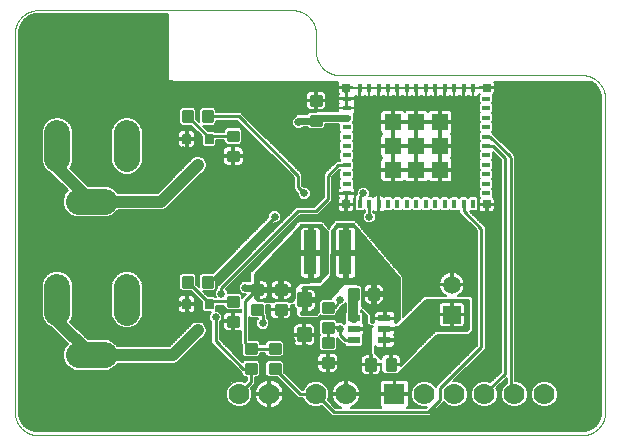
<source format=gtl>
G75*
%MOIN*%
%OFA0B0*%
%FSLAX25Y25*%
%IPPOS*%
%LPD*%
%AMOC8*
5,1,8,0,0,1.08239X$1,22.5*
%
%ADD10C,0.00000*%
%ADD11C,0.00984*%
%ADD12C,0.00787*%
%ADD13R,0.02756X0.02756*%
%ADD14R,0.01575X0.03150*%
%ADD15R,0.03150X0.01575*%
%ADD16R,0.05709X0.05709*%
%ADD17R,0.07000X0.07000*%
%ADD18C,0.07000*%
%ADD19R,0.05906X0.05906*%
%ADD20C,0.05906*%
%ADD21R,0.04331X0.02362*%
%ADD22R,0.04331X0.14567*%
%ADD23C,0.01201*%
%ADD24C,0.08661*%
%ADD25C,0.01000*%
%ADD26C,0.02578*%
%ADD27C,0.02400*%
%ADD28C,0.00600*%
%ADD29C,0.15811*%
%ADD30C,0.04000*%
%ADD31C,0.03200*%
D10*
X0086176Y0058146D02*
X0267279Y0058146D01*
X0267469Y0058148D01*
X0267659Y0058155D01*
X0267849Y0058167D01*
X0268039Y0058183D01*
X0268228Y0058203D01*
X0268417Y0058229D01*
X0268605Y0058258D01*
X0268792Y0058293D01*
X0268978Y0058332D01*
X0269163Y0058375D01*
X0269348Y0058423D01*
X0269531Y0058475D01*
X0269712Y0058531D01*
X0269892Y0058592D01*
X0270071Y0058658D01*
X0270248Y0058727D01*
X0270424Y0058801D01*
X0270597Y0058879D01*
X0270769Y0058962D01*
X0270938Y0059048D01*
X0271106Y0059138D01*
X0271271Y0059233D01*
X0271434Y0059331D01*
X0271594Y0059434D01*
X0271752Y0059540D01*
X0271907Y0059650D01*
X0272060Y0059763D01*
X0272210Y0059881D01*
X0272356Y0060002D01*
X0272500Y0060126D01*
X0272641Y0060254D01*
X0272779Y0060385D01*
X0272914Y0060520D01*
X0273045Y0060658D01*
X0273173Y0060799D01*
X0273297Y0060943D01*
X0273418Y0061089D01*
X0273536Y0061239D01*
X0273649Y0061392D01*
X0273759Y0061547D01*
X0273865Y0061705D01*
X0273968Y0061865D01*
X0274066Y0062028D01*
X0274161Y0062193D01*
X0274251Y0062361D01*
X0274337Y0062530D01*
X0274420Y0062702D01*
X0274498Y0062875D01*
X0274572Y0063051D01*
X0274641Y0063228D01*
X0274707Y0063407D01*
X0274768Y0063587D01*
X0274824Y0063768D01*
X0274876Y0063951D01*
X0274924Y0064136D01*
X0274967Y0064321D01*
X0275006Y0064507D01*
X0275041Y0064694D01*
X0275070Y0064882D01*
X0275096Y0065071D01*
X0275116Y0065260D01*
X0275132Y0065450D01*
X0275144Y0065640D01*
X0275151Y0065830D01*
X0275153Y0066020D01*
X0275153Y0170350D01*
X0275151Y0170540D01*
X0275144Y0170730D01*
X0275132Y0170920D01*
X0275116Y0171110D01*
X0275096Y0171299D01*
X0275070Y0171488D01*
X0275041Y0171676D01*
X0275006Y0171863D01*
X0274967Y0172049D01*
X0274924Y0172234D01*
X0274876Y0172419D01*
X0274824Y0172602D01*
X0274768Y0172783D01*
X0274707Y0172963D01*
X0274641Y0173142D01*
X0274572Y0173319D01*
X0274498Y0173495D01*
X0274420Y0173668D01*
X0274337Y0173840D01*
X0274251Y0174009D01*
X0274161Y0174177D01*
X0274066Y0174342D01*
X0273968Y0174505D01*
X0273865Y0174665D01*
X0273759Y0174823D01*
X0273649Y0174978D01*
X0273536Y0175131D01*
X0273418Y0175281D01*
X0273297Y0175427D01*
X0273173Y0175571D01*
X0273045Y0175712D01*
X0272914Y0175850D01*
X0272779Y0175985D01*
X0272641Y0176116D01*
X0272500Y0176244D01*
X0272356Y0176368D01*
X0272210Y0176489D01*
X0272060Y0176607D01*
X0271907Y0176720D01*
X0271752Y0176830D01*
X0271594Y0176936D01*
X0271434Y0177039D01*
X0271271Y0177137D01*
X0271106Y0177232D01*
X0270938Y0177322D01*
X0270769Y0177408D01*
X0270597Y0177491D01*
X0270424Y0177569D01*
X0270248Y0177643D01*
X0270071Y0177712D01*
X0269892Y0177778D01*
X0269712Y0177839D01*
X0269531Y0177895D01*
X0269348Y0177947D01*
X0269163Y0177995D01*
X0268978Y0178038D01*
X0268792Y0178077D01*
X0268605Y0178112D01*
X0268417Y0178141D01*
X0268228Y0178167D01*
X0268039Y0178187D01*
X0267849Y0178203D01*
X0267659Y0178215D01*
X0267469Y0178222D01*
X0267279Y0178224D01*
X0186570Y0178224D01*
X0186380Y0178226D01*
X0186190Y0178233D01*
X0186000Y0178245D01*
X0185810Y0178261D01*
X0185621Y0178281D01*
X0185432Y0178307D01*
X0185244Y0178336D01*
X0185057Y0178371D01*
X0184871Y0178410D01*
X0184686Y0178453D01*
X0184501Y0178501D01*
X0184318Y0178553D01*
X0184137Y0178609D01*
X0183957Y0178670D01*
X0183778Y0178736D01*
X0183601Y0178805D01*
X0183425Y0178879D01*
X0183252Y0178957D01*
X0183080Y0179040D01*
X0182911Y0179126D01*
X0182743Y0179216D01*
X0182578Y0179311D01*
X0182415Y0179409D01*
X0182255Y0179512D01*
X0182097Y0179618D01*
X0181942Y0179728D01*
X0181789Y0179841D01*
X0181639Y0179959D01*
X0181493Y0180080D01*
X0181349Y0180204D01*
X0181208Y0180332D01*
X0181070Y0180463D01*
X0180935Y0180598D01*
X0180804Y0180736D01*
X0180676Y0180877D01*
X0180552Y0181021D01*
X0180431Y0181167D01*
X0180313Y0181317D01*
X0180200Y0181470D01*
X0180090Y0181625D01*
X0179984Y0181783D01*
X0179881Y0181943D01*
X0179783Y0182106D01*
X0179688Y0182271D01*
X0179598Y0182439D01*
X0179512Y0182608D01*
X0179429Y0182780D01*
X0179351Y0182953D01*
X0179277Y0183129D01*
X0179208Y0183306D01*
X0179142Y0183485D01*
X0179081Y0183665D01*
X0179025Y0183846D01*
X0178973Y0184029D01*
X0178925Y0184214D01*
X0178882Y0184399D01*
X0178843Y0184585D01*
X0178808Y0184772D01*
X0178779Y0184960D01*
X0178753Y0185149D01*
X0178733Y0185338D01*
X0178717Y0185528D01*
X0178705Y0185718D01*
X0178698Y0185908D01*
X0178696Y0186098D01*
X0178696Y0192004D01*
X0178694Y0192194D01*
X0178687Y0192384D01*
X0178675Y0192574D01*
X0178659Y0192764D01*
X0178639Y0192953D01*
X0178613Y0193142D01*
X0178584Y0193330D01*
X0178549Y0193517D01*
X0178510Y0193703D01*
X0178467Y0193888D01*
X0178419Y0194073D01*
X0178367Y0194256D01*
X0178311Y0194437D01*
X0178250Y0194617D01*
X0178184Y0194796D01*
X0178115Y0194973D01*
X0178041Y0195149D01*
X0177963Y0195322D01*
X0177880Y0195494D01*
X0177794Y0195663D01*
X0177704Y0195831D01*
X0177609Y0195996D01*
X0177511Y0196159D01*
X0177408Y0196319D01*
X0177302Y0196477D01*
X0177192Y0196632D01*
X0177079Y0196785D01*
X0176961Y0196935D01*
X0176840Y0197081D01*
X0176716Y0197225D01*
X0176588Y0197366D01*
X0176457Y0197504D01*
X0176322Y0197639D01*
X0176184Y0197770D01*
X0176043Y0197898D01*
X0175899Y0198022D01*
X0175753Y0198143D01*
X0175603Y0198261D01*
X0175450Y0198374D01*
X0175295Y0198484D01*
X0175137Y0198590D01*
X0174977Y0198693D01*
X0174814Y0198791D01*
X0174649Y0198886D01*
X0174481Y0198976D01*
X0174312Y0199062D01*
X0174140Y0199145D01*
X0173967Y0199223D01*
X0173791Y0199297D01*
X0173614Y0199366D01*
X0173435Y0199432D01*
X0173255Y0199493D01*
X0173074Y0199549D01*
X0172891Y0199601D01*
X0172706Y0199649D01*
X0172521Y0199692D01*
X0172335Y0199731D01*
X0172148Y0199766D01*
X0171960Y0199795D01*
X0171771Y0199821D01*
X0171582Y0199841D01*
X0171392Y0199857D01*
X0171202Y0199869D01*
X0171012Y0199876D01*
X0170822Y0199878D01*
X0086176Y0199878D01*
X0085986Y0199876D01*
X0085796Y0199869D01*
X0085606Y0199857D01*
X0085416Y0199841D01*
X0085227Y0199821D01*
X0085038Y0199795D01*
X0084850Y0199766D01*
X0084663Y0199731D01*
X0084477Y0199692D01*
X0084292Y0199649D01*
X0084107Y0199601D01*
X0083924Y0199549D01*
X0083743Y0199493D01*
X0083563Y0199432D01*
X0083384Y0199366D01*
X0083207Y0199297D01*
X0083031Y0199223D01*
X0082858Y0199145D01*
X0082686Y0199062D01*
X0082517Y0198976D01*
X0082349Y0198886D01*
X0082184Y0198791D01*
X0082021Y0198693D01*
X0081861Y0198590D01*
X0081703Y0198484D01*
X0081548Y0198374D01*
X0081395Y0198261D01*
X0081245Y0198143D01*
X0081099Y0198022D01*
X0080955Y0197898D01*
X0080814Y0197770D01*
X0080676Y0197639D01*
X0080541Y0197504D01*
X0080410Y0197366D01*
X0080282Y0197225D01*
X0080158Y0197081D01*
X0080037Y0196935D01*
X0079919Y0196785D01*
X0079806Y0196632D01*
X0079696Y0196477D01*
X0079590Y0196319D01*
X0079487Y0196159D01*
X0079389Y0195996D01*
X0079294Y0195831D01*
X0079204Y0195663D01*
X0079118Y0195494D01*
X0079035Y0195322D01*
X0078957Y0195149D01*
X0078883Y0194973D01*
X0078814Y0194796D01*
X0078748Y0194617D01*
X0078687Y0194437D01*
X0078631Y0194256D01*
X0078579Y0194073D01*
X0078531Y0193888D01*
X0078488Y0193703D01*
X0078449Y0193517D01*
X0078414Y0193330D01*
X0078385Y0193142D01*
X0078359Y0192953D01*
X0078339Y0192764D01*
X0078323Y0192574D01*
X0078311Y0192384D01*
X0078304Y0192194D01*
X0078302Y0192004D01*
X0078302Y0066020D01*
X0078304Y0065830D01*
X0078311Y0065640D01*
X0078323Y0065450D01*
X0078339Y0065260D01*
X0078359Y0065071D01*
X0078385Y0064882D01*
X0078414Y0064694D01*
X0078449Y0064507D01*
X0078488Y0064321D01*
X0078531Y0064136D01*
X0078579Y0063951D01*
X0078631Y0063768D01*
X0078687Y0063587D01*
X0078748Y0063407D01*
X0078814Y0063228D01*
X0078883Y0063051D01*
X0078957Y0062875D01*
X0079035Y0062702D01*
X0079118Y0062530D01*
X0079204Y0062361D01*
X0079294Y0062193D01*
X0079389Y0062028D01*
X0079487Y0061865D01*
X0079590Y0061705D01*
X0079696Y0061547D01*
X0079806Y0061392D01*
X0079919Y0061239D01*
X0080037Y0061089D01*
X0080158Y0060943D01*
X0080282Y0060799D01*
X0080410Y0060658D01*
X0080541Y0060520D01*
X0080676Y0060385D01*
X0080814Y0060254D01*
X0080955Y0060126D01*
X0081099Y0060002D01*
X0081245Y0059881D01*
X0081395Y0059763D01*
X0081548Y0059650D01*
X0081703Y0059540D01*
X0081861Y0059434D01*
X0082021Y0059331D01*
X0082184Y0059233D01*
X0082349Y0059138D01*
X0082517Y0059048D01*
X0082686Y0058962D01*
X0082858Y0058879D01*
X0083031Y0058801D01*
X0083207Y0058727D01*
X0083384Y0058658D01*
X0083563Y0058592D01*
X0083743Y0058531D01*
X0083924Y0058475D01*
X0084107Y0058423D01*
X0084292Y0058375D01*
X0084477Y0058332D01*
X0084663Y0058293D01*
X0084850Y0058258D01*
X0085038Y0058229D01*
X0085227Y0058203D01*
X0085416Y0058183D01*
X0085606Y0058167D01*
X0085796Y0058155D01*
X0085986Y0058148D01*
X0086176Y0058146D01*
D11*
X0152810Y0094662D02*
X0152810Y0097614D01*
X0152810Y0094662D02*
X0149464Y0094662D01*
X0149464Y0097614D01*
X0152810Y0097614D01*
X0152810Y0095597D02*
X0149464Y0095597D01*
X0149464Y0096532D02*
X0152810Y0096532D01*
X0152810Y0097467D02*
X0149464Y0097467D01*
X0157338Y0098599D02*
X0157338Y0101551D01*
X0160684Y0101551D01*
X0160684Y0098599D01*
X0157338Y0098599D01*
X0157338Y0099534D02*
X0160684Y0099534D01*
X0160684Y0100469D02*
X0157338Y0100469D01*
X0157338Y0101404D02*
X0160684Y0101404D01*
X0165212Y0101551D02*
X0165212Y0098599D01*
X0165212Y0101551D02*
X0168558Y0101551D01*
X0168558Y0098599D01*
X0165212Y0098599D01*
X0165212Y0099534D02*
X0168558Y0099534D01*
X0168558Y0100469D02*
X0165212Y0100469D01*
X0165212Y0101404D02*
X0168558Y0101404D01*
X0165212Y0105292D02*
X0165212Y0108244D01*
X0168558Y0108244D01*
X0168558Y0105292D01*
X0165212Y0105292D01*
X0165212Y0106227D02*
X0168558Y0106227D01*
X0168558Y0107162D02*
X0165212Y0107162D01*
X0165212Y0108097D02*
X0168558Y0108097D01*
X0157338Y0108244D02*
X0157338Y0105292D01*
X0157338Y0108244D02*
X0160684Y0108244D01*
X0160684Y0105292D01*
X0157338Y0105292D01*
X0157338Y0106227D02*
X0160684Y0106227D01*
X0160684Y0107162D02*
X0157338Y0107162D01*
X0157338Y0108097D02*
X0160684Y0108097D01*
X0152810Y0104307D02*
X0152810Y0101355D01*
X0149464Y0101355D01*
X0149464Y0104307D01*
X0152810Y0104307D01*
X0152810Y0102290D02*
X0149464Y0102290D01*
X0149464Y0103225D02*
X0152810Y0103225D01*
X0152810Y0104160D02*
X0149464Y0104160D01*
X0144149Y0111000D02*
X0141197Y0111000D01*
X0144149Y0111000D02*
X0144149Y0107654D01*
X0141197Y0107654D01*
X0141197Y0111000D01*
X0141197Y0108589D02*
X0144149Y0108589D01*
X0144149Y0109524D02*
X0141197Y0109524D01*
X0141197Y0110459D02*
X0144149Y0110459D01*
X0137456Y0111000D02*
X0134504Y0111000D01*
X0137456Y0111000D02*
X0137456Y0107654D01*
X0134504Y0107654D01*
X0134504Y0111000D01*
X0134504Y0108589D02*
X0137456Y0108589D01*
X0137456Y0109524D02*
X0134504Y0109524D01*
X0134504Y0110459D02*
X0137456Y0110459D01*
X0158716Y0088559D02*
X0158716Y0085607D01*
X0155370Y0085607D01*
X0155370Y0088559D01*
X0158716Y0088559D01*
X0158716Y0086542D02*
X0155370Y0086542D01*
X0155370Y0087477D02*
X0158716Y0087477D01*
X0158716Y0088412D02*
X0155370Y0088412D01*
X0158716Y0081866D02*
X0158716Y0078914D01*
X0155370Y0078914D01*
X0155370Y0081866D01*
X0158716Y0081866D01*
X0158716Y0079849D02*
X0155370Y0079849D01*
X0155370Y0080784D02*
X0158716Y0080784D01*
X0158716Y0081719D02*
X0155370Y0081719D01*
X0166590Y0081866D02*
X0166590Y0078914D01*
X0163244Y0078914D01*
X0163244Y0081866D01*
X0166590Y0081866D01*
X0166590Y0079849D02*
X0163244Y0079849D01*
X0163244Y0080784D02*
X0166590Y0080784D01*
X0166590Y0081719D02*
X0163244Y0081719D01*
X0166590Y0085607D02*
X0166590Y0088559D01*
X0166590Y0085607D02*
X0163244Y0085607D01*
X0163244Y0088559D01*
X0166590Y0088559D01*
X0166590Y0086542D02*
X0163244Y0086542D01*
X0163244Y0087477D02*
X0166590Y0087477D01*
X0166590Y0088412D02*
X0163244Y0088412D01*
X0184306Y0087575D02*
X0184306Y0090527D01*
X0184306Y0087575D02*
X0180960Y0087575D01*
X0180960Y0090527D01*
X0184306Y0090527D01*
X0184306Y0088510D02*
X0180960Y0088510D01*
X0180960Y0089445D02*
X0184306Y0089445D01*
X0184306Y0090380D02*
X0180960Y0090380D01*
X0184306Y0092693D02*
X0184306Y0095645D01*
X0184306Y0092693D02*
X0180960Y0092693D01*
X0180960Y0095645D01*
X0184306Y0095645D01*
X0184306Y0093628D02*
X0180960Y0093628D01*
X0180960Y0094563D02*
X0184306Y0094563D01*
X0184306Y0095498D02*
X0180960Y0095498D01*
X0184306Y0099386D02*
X0184306Y0102338D01*
X0184306Y0099386D02*
X0180960Y0099386D01*
X0180960Y0102338D01*
X0184306Y0102338D01*
X0184306Y0100321D02*
X0180960Y0100321D01*
X0180960Y0101256D02*
X0184306Y0101256D01*
X0184306Y0102191D02*
X0180960Y0102191D01*
X0189622Y0103717D02*
X0192574Y0103717D01*
X0189622Y0103717D02*
X0189622Y0107063D01*
X0192574Y0107063D01*
X0192574Y0103717D01*
X0192574Y0104652D02*
X0189622Y0104652D01*
X0189622Y0105587D02*
X0192574Y0105587D01*
X0192574Y0106522D02*
X0189622Y0106522D01*
X0196315Y0103717D02*
X0199267Y0103717D01*
X0196315Y0103717D02*
X0196315Y0107063D01*
X0199267Y0107063D01*
X0199267Y0103717D01*
X0199267Y0104652D02*
X0196315Y0104652D01*
X0196315Y0105587D02*
X0199267Y0105587D01*
X0199267Y0106522D02*
X0196315Y0106522D01*
X0195527Y0083441D02*
X0198479Y0083441D01*
X0198479Y0080095D01*
X0195527Y0080095D01*
X0195527Y0083441D01*
X0195527Y0081030D02*
X0198479Y0081030D01*
X0198479Y0081965D02*
X0195527Y0081965D01*
X0195527Y0082900D02*
X0198479Y0082900D01*
X0202220Y0083441D02*
X0205172Y0083441D01*
X0205172Y0080095D01*
X0202220Y0080095D01*
X0202220Y0083441D01*
X0202220Y0081030D02*
X0205172Y0081030D01*
X0205172Y0081965D02*
X0202220Y0081965D01*
X0202220Y0082900D02*
X0205172Y0082900D01*
X0184306Y0083834D02*
X0184306Y0080882D01*
X0180960Y0080882D01*
X0180960Y0083834D01*
X0184306Y0083834D01*
X0184306Y0081817D02*
X0180960Y0081817D01*
X0180960Y0082752D02*
X0184306Y0082752D01*
X0184306Y0083687D02*
X0180960Y0083687D01*
X0152810Y0149780D02*
X0152810Y0152732D01*
X0152810Y0149780D02*
X0149464Y0149780D01*
X0149464Y0152732D01*
X0152810Y0152732D01*
X0152810Y0150715D02*
X0149464Y0150715D01*
X0149464Y0151650D02*
X0152810Y0151650D01*
X0152810Y0152585D02*
X0149464Y0152585D01*
X0152810Y0156473D02*
X0152810Y0159425D01*
X0152810Y0156473D02*
X0149464Y0156473D01*
X0149464Y0159425D01*
X0152810Y0159425D01*
X0152810Y0157408D02*
X0149464Y0157408D01*
X0149464Y0158343D02*
X0152810Y0158343D01*
X0152810Y0159278D02*
X0149464Y0159278D01*
X0144149Y0166118D02*
X0141197Y0166118D01*
X0144149Y0166118D02*
X0144149Y0162772D01*
X0141197Y0162772D01*
X0141197Y0166118D01*
X0141197Y0163707D02*
X0144149Y0163707D01*
X0144149Y0164642D02*
X0141197Y0164642D01*
X0141197Y0165577D02*
X0144149Y0165577D01*
X0137456Y0166118D02*
X0134504Y0166118D01*
X0137456Y0166118D02*
X0137456Y0162772D01*
X0134504Y0162772D01*
X0134504Y0166118D01*
X0134504Y0163707D02*
X0137456Y0163707D01*
X0137456Y0164642D02*
X0134504Y0164642D01*
X0134504Y0165577D02*
X0137456Y0165577D01*
X0180369Y0164543D02*
X0180369Y0161591D01*
X0177023Y0161591D01*
X0177023Y0164543D01*
X0180369Y0164543D01*
X0180369Y0162526D02*
X0177023Y0162526D01*
X0177023Y0163461D02*
X0180369Y0163461D01*
X0180369Y0164396D02*
X0177023Y0164396D01*
X0180369Y0168284D02*
X0180369Y0171236D01*
X0180369Y0168284D02*
X0177023Y0168284D01*
X0177023Y0171236D01*
X0180369Y0171236D01*
X0180369Y0169219D02*
X0177023Y0169219D01*
X0177023Y0170154D02*
X0180369Y0170154D01*
X0180369Y0171089D02*
X0177023Y0171089D01*
D12*
X0144248Y0158343D02*
X0141884Y0158343D01*
X0144248Y0158343D02*
X0144248Y0155587D01*
X0141884Y0155587D01*
X0141884Y0158343D01*
X0141884Y0156335D02*
X0144248Y0156335D01*
X0144248Y0157083D02*
X0141884Y0157083D01*
X0141884Y0157831D02*
X0144248Y0157831D01*
X0136768Y0158343D02*
X0134404Y0158343D01*
X0136768Y0158343D02*
X0136768Y0155587D01*
X0134404Y0155587D01*
X0134404Y0158343D01*
X0134404Y0156335D02*
X0136768Y0156335D01*
X0136768Y0157083D02*
X0134404Y0157083D01*
X0134404Y0157831D02*
X0136768Y0157831D01*
X0138144Y0149681D02*
X0140508Y0149681D01*
X0140508Y0146925D01*
X0138144Y0146925D01*
X0138144Y0149681D01*
X0138144Y0147673D02*
X0140508Y0147673D01*
X0140508Y0148421D02*
X0138144Y0148421D01*
X0138144Y0149169D02*
X0140508Y0149169D01*
X0141884Y0103224D02*
X0144248Y0103224D01*
X0144248Y0100468D01*
X0141884Y0100468D01*
X0141884Y0103224D01*
X0141884Y0101216D02*
X0144248Y0101216D01*
X0144248Y0101964D02*
X0141884Y0101964D01*
X0141884Y0102712D02*
X0144248Y0102712D01*
X0136768Y0103224D02*
X0134404Y0103224D01*
X0136768Y0103224D02*
X0136768Y0100468D01*
X0134404Y0100468D01*
X0134404Y0103224D01*
X0134404Y0101216D02*
X0136768Y0101216D01*
X0136768Y0101964D02*
X0134404Y0101964D01*
X0134404Y0102712D02*
X0136768Y0102712D01*
X0138144Y0094563D02*
X0140508Y0094563D01*
X0140508Y0091807D01*
X0138144Y0091807D01*
X0138144Y0094563D01*
X0138144Y0092555D02*
X0140508Y0092555D01*
X0140508Y0093303D02*
X0138144Y0093303D01*
X0138144Y0094051D02*
X0140508Y0094051D01*
D13*
X0188736Y0135114D03*
X0235586Y0135114D03*
X0235586Y0174091D03*
X0188736Y0174091D03*
D14*
X0193263Y0173894D03*
X0196413Y0173894D03*
X0199562Y0173894D03*
X0202712Y0173894D03*
X0205861Y0173894D03*
X0209011Y0173894D03*
X0212161Y0173894D03*
X0215310Y0173894D03*
X0218460Y0173894D03*
X0221610Y0173894D03*
X0224759Y0173894D03*
X0227909Y0173894D03*
X0231058Y0173894D03*
X0231058Y0135311D03*
X0227909Y0135311D03*
X0224759Y0135311D03*
X0221610Y0135311D03*
X0218460Y0135311D03*
X0215310Y0135311D03*
X0212161Y0135311D03*
X0209011Y0135311D03*
X0205861Y0135311D03*
X0202712Y0135311D03*
X0199562Y0135311D03*
X0196413Y0135311D03*
X0193263Y0135311D03*
D15*
X0188932Y0138854D03*
X0188932Y0142004D03*
X0188932Y0145154D03*
X0188932Y0148303D03*
X0188932Y0151453D03*
X0188932Y0154602D03*
X0188932Y0157752D03*
X0188932Y0160902D03*
X0188932Y0164051D03*
X0188932Y0167201D03*
X0188932Y0170350D03*
X0235389Y0170350D03*
X0235389Y0167201D03*
X0235389Y0164051D03*
X0235389Y0160902D03*
X0235389Y0157752D03*
X0235389Y0154602D03*
X0235389Y0151453D03*
X0235389Y0148303D03*
X0235389Y0145154D03*
X0235389Y0142004D03*
X0235389Y0138854D03*
D16*
X0220035Y0146728D03*
X0212161Y0146728D03*
X0204287Y0146728D03*
X0204287Y0154602D03*
X0212161Y0154602D03*
X0220035Y0154602D03*
X0220035Y0162476D03*
X0212161Y0162476D03*
X0204287Y0162476D03*
D17*
X0204877Y0071925D03*
D18*
X0214877Y0071925D03*
X0224877Y0071925D03*
X0234877Y0071925D03*
X0244877Y0071925D03*
X0254877Y0071925D03*
X0188696Y0071925D03*
X0178696Y0071925D03*
X0163106Y0071925D03*
X0153106Y0071925D03*
D19*
X0223972Y0098421D03*
D20*
X0223972Y0108421D03*
D21*
X0201531Y0097319D03*
X0201531Y0093579D03*
X0201531Y0089839D03*
X0191295Y0089839D03*
X0191295Y0093579D03*
X0191295Y0097319D03*
D22*
X0188539Y0119169D03*
X0176728Y0119169D03*
D23*
X0176560Y0105183D02*
X0176560Y0101463D01*
X0172958Y0101463D01*
X0172958Y0105183D01*
X0176560Y0105183D01*
X0176560Y0102604D02*
X0172958Y0102604D01*
X0172958Y0103745D02*
X0176560Y0103745D01*
X0176560Y0104886D02*
X0172958Y0104886D01*
X0176560Y0093569D02*
X0176560Y0089849D01*
X0172958Y0089849D01*
X0172958Y0093569D01*
X0176560Y0093569D01*
X0176560Y0090990D02*
X0172958Y0090990D01*
X0172958Y0092131D02*
X0176560Y0092131D01*
X0176560Y0093272D02*
X0172958Y0093272D01*
D24*
X0115704Y0099091D02*
X0115704Y0107752D01*
X0092476Y0107752D02*
X0092476Y0099091D01*
X0099562Y0084917D02*
X0108224Y0084917D01*
X0108224Y0136098D02*
X0099562Y0136098D01*
X0092476Y0150272D02*
X0092476Y0158933D01*
X0115704Y0158933D02*
X0115704Y0150272D01*
D25*
X0135980Y0164445D02*
X0143066Y0157358D01*
X0143066Y0156965D01*
X0144050Y0157949D01*
X0151137Y0157949D01*
X0153106Y0164445D02*
X0142673Y0164445D01*
X0153106Y0164445D02*
X0172791Y0144760D01*
X0172791Y0140823D01*
X0174759Y0138854D01*
X0172791Y0132949D02*
X0147200Y0107358D01*
X0147190Y0105400D01*
X0144050Y0102831D02*
X0143066Y0101846D01*
X0143066Y0102240D01*
X0135980Y0109327D01*
X0142673Y0109327D02*
X0143263Y0109327D01*
X0164917Y0130980D01*
X0172791Y0132949D02*
X0178696Y0132949D01*
X0182633Y0136886D01*
X0182633Y0144760D01*
X0186176Y0148303D01*
X0188932Y0148303D01*
X0194444Y0138854D02*
X0193263Y0137673D01*
X0193263Y0135311D01*
X0196413Y0135311D02*
X0196413Y0130980D01*
X0191904Y0127374D02*
X0191625Y0127653D01*
X0191283Y0127851D01*
X0190901Y0127953D01*
X0189039Y0127953D01*
X0189039Y0119669D01*
X0192204Y0119669D01*
X0192204Y0126650D01*
X0192102Y0127032D01*
X0191904Y0127374D01*
X0192095Y0127043D02*
X0192244Y0127043D01*
X0192204Y0126044D02*
X0193096Y0126044D01*
X0193948Y0125046D02*
X0192204Y0125046D01*
X0192204Y0124047D02*
X0194799Y0124047D01*
X0195651Y0123049D02*
X0192204Y0123049D01*
X0192204Y0122050D02*
X0196503Y0122050D01*
X0197354Y0121052D02*
X0192204Y0121052D01*
X0192204Y0120053D02*
X0198206Y0120053D01*
X0199058Y0119055D02*
X0189039Y0119055D01*
X0189039Y0118669D02*
X0189039Y0119669D01*
X0188039Y0119669D01*
X0188039Y0118669D01*
X0189039Y0118669D01*
X0192204Y0118669D01*
X0192204Y0111688D01*
X0192102Y0111307D01*
X0191904Y0110965D01*
X0191625Y0110686D01*
X0191283Y0110488D01*
X0190901Y0110386D01*
X0189039Y0110386D01*
X0189039Y0118669D01*
X0189039Y0118056D02*
X0188039Y0118056D01*
X0188039Y0118669D02*
X0188039Y0110386D01*
X0186176Y0110386D01*
X0185794Y0110488D01*
X0185452Y0110686D01*
X0185173Y0110965D01*
X0184976Y0111307D01*
X0184873Y0111688D01*
X0184873Y0118669D01*
X0188039Y0118669D01*
X0188039Y0119055D02*
X0184018Y0119055D01*
X0184045Y0120053D02*
X0184873Y0120053D01*
X0184873Y0119669D02*
X0188039Y0119669D01*
X0188039Y0127953D01*
X0186176Y0127953D01*
X0185794Y0127851D01*
X0185452Y0127653D01*
X0185173Y0127374D01*
X0184976Y0127032D01*
X0184873Y0126650D01*
X0184873Y0119669D01*
X0184873Y0121052D02*
X0184071Y0121052D01*
X0184097Y0122050D02*
X0184873Y0122050D01*
X0184873Y0123049D02*
X0184124Y0123049D01*
X0184150Y0124047D02*
X0184873Y0124047D01*
X0184873Y0125046D02*
X0184176Y0125046D01*
X0184202Y0126044D02*
X0184873Y0126044D01*
X0184208Y0126256D02*
X0185783Y0128618D01*
X0190901Y0128618D01*
X0206255Y0110616D01*
X0206255Y0097122D01*
X0205196Y0096063D01*
X0205196Y0097228D01*
X0201621Y0097228D01*
X0201621Y0097409D01*
X0205196Y0097409D01*
X0205196Y0098697D01*
X0205094Y0099079D01*
X0204896Y0099421D01*
X0204617Y0099700D01*
X0204275Y0099898D01*
X0203894Y0100000D01*
X0201621Y0100000D01*
X0201621Y0097410D01*
X0201440Y0097410D01*
X0201440Y0100000D01*
X0199168Y0100000D01*
X0198786Y0099898D01*
X0198444Y0099700D01*
X0198165Y0099421D01*
X0197968Y0099079D01*
X0197865Y0098697D01*
X0197865Y0097409D01*
X0201440Y0097409D01*
X0201440Y0097228D01*
X0197865Y0097228D01*
X0197865Y0095941D01*
X0197200Y0095941D01*
X0197200Y0098697D01*
X0194196Y0101307D01*
X0194157Y0103048D01*
X0194166Y0103057D01*
X0194166Y0107722D01*
X0193234Y0108655D01*
X0192846Y0108655D01*
X0192476Y0108933D01*
X0187751Y0108933D01*
X0183326Y0103931D01*
X0180300Y0103931D01*
X0179368Y0102998D01*
X0179368Y0099456D01*
X0178696Y0098697D01*
X0173578Y0098697D01*
X0173578Y0099362D01*
X0174259Y0099362D01*
X0174259Y0102823D01*
X0175259Y0102823D01*
X0175259Y0103823D01*
X0174259Y0103823D01*
X0174259Y0107283D01*
X0174056Y0107283D01*
X0174759Y0107752D01*
X0180271Y0107752D01*
X0183814Y0111295D01*
X0184208Y0126256D01*
X0184733Y0127043D02*
X0184982Y0127043D01*
X0185398Y0128041D02*
X0191393Y0128041D01*
X0189039Y0127043D02*
X0188039Y0127043D01*
X0188039Y0126044D02*
X0189039Y0126044D01*
X0189039Y0125046D02*
X0188039Y0125046D01*
X0188039Y0124047D02*
X0189039Y0124047D01*
X0189039Y0123049D02*
X0188039Y0123049D01*
X0188039Y0122050D02*
X0189039Y0122050D01*
X0189039Y0121052D02*
X0188039Y0121052D01*
X0188039Y0120053D02*
X0189039Y0120053D01*
X0189039Y0117058D02*
X0188039Y0117058D01*
X0188039Y0116059D02*
X0189039Y0116059D01*
X0189039Y0115061D02*
X0188039Y0115061D01*
X0188039Y0114062D02*
X0189039Y0114062D01*
X0189039Y0113064D02*
X0188039Y0113064D01*
X0188039Y0112065D02*
X0189039Y0112065D01*
X0189039Y0111067D02*
X0188039Y0111067D01*
X0185114Y0111067D02*
X0183586Y0111067D01*
X0183835Y0112065D02*
X0184873Y0112065D01*
X0184873Y0113064D02*
X0183861Y0113064D01*
X0183887Y0114062D02*
X0184873Y0114062D01*
X0184873Y0115061D02*
X0183913Y0115061D01*
X0183940Y0116059D02*
X0184873Y0116059D01*
X0184873Y0117058D02*
X0183966Y0117058D01*
X0183992Y0118056D02*
X0184873Y0118056D01*
X0182239Y0118056D02*
X0180393Y0118056D01*
X0180393Y0118669D02*
X0177228Y0118669D01*
X0177228Y0119669D01*
X0180393Y0119669D01*
X0180393Y0126650D01*
X0180291Y0127032D01*
X0180093Y0127374D01*
X0179814Y0127653D01*
X0179472Y0127851D01*
X0179090Y0127953D01*
X0177228Y0127953D01*
X0177228Y0119669D01*
X0176228Y0119669D01*
X0176228Y0118669D01*
X0177228Y0118669D01*
X0177228Y0110386D01*
X0179090Y0110386D01*
X0179472Y0110488D01*
X0179814Y0110686D01*
X0180093Y0110965D01*
X0180291Y0111307D01*
X0180393Y0111688D01*
X0180393Y0118669D01*
X0180393Y0120053D02*
X0182239Y0120053D01*
X0182239Y0119055D02*
X0177228Y0119055D01*
X0177228Y0120053D02*
X0176228Y0120053D01*
X0176228Y0119669D02*
X0176228Y0127953D01*
X0174365Y0127953D01*
X0173983Y0127851D01*
X0173641Y0127653D01*
X0173362Y0127374D01*
X0173165Y0127032D01*
X0173062Y0126650D01*
X0173062Y0119669D01*
X0176228Y0119669D01*
X0176228Y0119055D02*
X0165002Y0119055D01*
X0164031Y0118056D02*
X0173062Y0118056D01*
X0173062Y0118669D02*
X0173062Y0111688D01*
X0173165Y0111307D01*
X0173362Y0110965D01*
X0173641Y0110686D01*
X0173983Y0110488D01*
X0174365Y0110386D01*
X0176228Y0110386D01*
X0176228Y0118669D01*
X0173062Y0118669D01*
X0173062Y0120053D02*
X0165973Y0120053D01*
X0166944Y0121052D02*
X0173062Y0121052D01*
X0173062Y0122050D02*
X0167915Y0122050D01*
X0168885Y0123049D02*
X0173062Y0123049D01*
X0173062Y0124047D02*
X0169856Y0124047D01*
X0170827Y0125046D02*
X0173062Y0125046D01*
X0173062Y0126044D02*
X0171798Y0126044D01*
X0172003Y0126256D02*
X0173578Y0128224D01*
X0180271Y0128224D01*
X0182239Y0125862D01*
X0182239Y0112476D01*
X0179877Y0109720D01*
X0173184Y0109327D01*
X0171216Y0107358D01*
X0171216Y0103815D01*
X0170428Y0103028D01*
X0169334Y0103028D01*
X0169218Y0103143D01*
X0164552Y0103143D01*
X0164437Y0103028D01*
X0161460Y0103028D01*
X0161344Y0103143D01*
X0159289Y0103143D01*
X0158527Y0103906D01*
X0158527Y0106283D01*
X0159495Y0106283D01*
X0159495Y0103299D01*
X0160947Y0103299D01*
X0161453Y0103435D01*
X0161908Y0103697D01*
X0162278Y0104068D01*
X0162541Y0104522D01*
X0162676Y0105029D01*
X0162676Y0106283D01*
X0159495Y0106283D01*
X0159495Y0107252D01*
X0158527Y0107252D01*
X0158527Y0110236D01*
X0158224Y0110236D01*
X0158224Y0112083D01*
X0172003Y0126256D01*
X0172633Y0127043D02*
X0173171Y0127043D01*
X0173432Y0128041D02*
X0180423Y0128041D01*
X0180284Y0127043D02*
X0181255Y0127043D01*
X0182088Y0126044D02*
X0180393Y0126044D01*
X0180393Y0125046D02*
X0182239Y0125046D01*
X0182239Y0124047D02*
X0180393Y0124047D01*
X0180393Y0123049D02*
X0182239Y0123049D01*
X0182239Y0122050D02*
X0180393Y0122050D01*
X0180393Y0121052D02*
X0182239Y0121052D01*
X0182239Y0117058D02*
X0180393Y0117058D01*
X0180393Y0116059D02*
X0182239Y0116059D01*
X0182239Y0115061D02*
X0180393Y0115061D01*
X0180393Y0114062D02*
X0182239Y0114062D01*
X0182239Y0113064D02*
X0180393Y0113064D01*
X0180393Y0112065D02*
X0181887Y0112065D01*
X0181031Y0111067D02*
X0180152Y0111067D01*
X0180175Y0110068D02*
X0169383Y0110068D01*
X0169327Y0110100D02*
X0168821Y0110236D01*
X0167369Y0110236D01*
X0167369Y0107252D01*
X0166401Y0107252D01*
X0166401Y0110236D01*
X0164950Y0110236D01*
X0164443Y0110100D01*
X0163989Y0109838D01*
X0163618Y0109467D01*
X0163356Y0109013D01*
X0163220Y0108506D01*
X0163220Y0107252D01*
X0166401Y0107252D01*
X0166401Y0106283D01*
X0167369Y0106283D01*
X0167369Y0103299D01*
X0168821Y0103299D01*
X0169327Y0103435D01*
X0169782Y0103697D01*
X0170152Y0104068D01*
X0170415Y0104522D01*
X0170550Y0105029D01*
X0170550Y0106283D01*
X0167369Y0106283D01*
X0167369Y0107252D01*
X0170550Y0107252D01*
X0170550Y0108506D01*
X0170415Y0109013D01*
X0170152Y0109467D01*
X0169782Y0109838D01*
X0169327Y0110100D01*
X0170382Y0109070D02*
X0172927Y0109070D01*
X0171929Y0108071D02*
X0170550Y0108071D01*
X0171216Y0107073D02*
X0167369Y0107073D01*
X0166885Y0106768D02*
X0166885Y0109838D01*
X0166401Y0110068D02*
X0167369Y0110068D01*
X0167369Y0109070D02*
X0166401Y0109070D01*
X0166401Y0108071D02*
X0167369Y0108071D01*
X0166401Y0107073D02*
X0159495Y0107073D01*
X0159495Y0107252D02*
X0162676Y0107252D01*
X0162676Y0108506D01*
X0162541Y0109013D01*
X0162278Y0109467D01*
X0161908Y0109838D01*
X0161453Y0110100D01*
X0160947Y0110236D01*
X0159495Y0110236D01*
X0159495Y0107252D01*
X0159011Y0106768D02*
X0155074Y0102831D01*
X0155074Y0089051D01*
X0157043Y0087083D01*
X0164917Y0087083D01*
X0164917Y0080390D02*
X0173381Y0071925D01*
X0178696Y0071925D01*
X0184602Y0066020D01*
X0216098Y0066020D01*
X0220035Y0069957D01*
X0220035Y0073894D01*
X0233814Y0087673D01*
X0233814Y0127043D01*
X0227909Y0132949D01*
X0227909Y0135311D01*
X0241688Y0150665D02*
X0241688Y0078736D01*
X0234877Y0071925D01*
X0243657Y0073146D02*
X0243657Y0150665D01*
X0243288Y0151034D01*
X0243288Y0151328D01*
X0236864Y0157752D01*
X0235389Y0157752D01*
X0235389Y0154602D02*
X0237751Y0154602D01*
X0241688Y0150665D01*
X0201613Y0116059D02*
X0192204Y0116059D01*
X0192204Y0115061D02*
X0202464Y0115061D01*
X0203316Y0114062D02*
X0192204Y0114062D01*
X0192204Y0113064D02*
X0204168Y0113064D01*
X0205019Y0112065D02*
X0192204Y0112065D01*
X0191963Y0111067D02*
X0205871Y0111067D01*
X0206255Y0110068D02*
X0182587Y0110068D01*
X0181589Y0109070D02*
X0206255Y0109070D01*
X0206255Y0108071D02*
X0200985Y0108071D01*
X0200861Y0108286D02*
X0200490Y0108657D01*
X0200036Y0108919D01*
X0199529Y0109055D01*
X0198275Y0109055D01*
X0198275Y0105874D01*
X0201259Y0105874D01*
X0201259Y0107325D01*
X0201123Y0107832D01*
X0200861Y0108286D01*
X0201259Y0107073D02*
X0206255Y0107073D01*
X0206255Y0106074D02*
X0201259Y0106074D01*
X0201259Y0104905D02*
X0198275Y0104905D01*
X0198275Y0101724D01*
X0199529Y0101724D01*
X0200036Y0101860D01*
X0200490Y0102122D01*
X0200861Y0102493D01*
X0201123Y0102948D01*
X0201259Y0103454D01*
X0201259Y0104905D01*
X0201259Y0104077D02*
X0206255Y0104077D01*
X0206255Y0103079D02*
X0201158Y0103079D01*
X0200417Y0102080D02*
X0206255Y0102080D01*
X0206255Y0101082D02*
X0194456Y0101082D01*
X0194179Y0102080D02*
X0195164Y0102080D01*
X0195091Y0102122D02*
X0195545Y0101860D01*
X0196052Y0101724D01*
X0197306Y0101724D01*
X0197306Y0104905D01*
X0198275Y0104905D01*
X0198275Y0105874D01*
X0197306Y0105874D01*
X0197306Y0104905D01*
X0194322Y0104905D01*
X0194322Y0103454D01*
X0194458Y0102948D01*
X0194720Y0102493D01*
X0195091Y0102122D01*
X0194423Y0103079D02*
X0194166Y0103079D01*
X0194166Y0104077D02*
X0194322Y0104077D01*
X0194166Y0105076D02*
X0197306Y0105076D01*
X0197306Y0105874D02*
X0194322Y0105874D01*
X0194322Y0107325D01*
X0194458Y0107832D01*
X0194720Y0108286D01*
X0195091Y0108657D01*
X0195545Y0108919D01*
X0196052Y0109055D01*
X0197306Y0109055D01*
X0197306Y0105874D01*
X0197306Y0106074D02*
X0198275Y0106074D01*
X0198275Y0105076D02*
X0206255Y0105076D01*
X0198275Y0104077D02*
X0197306Y0104077D01*
X0197306Y0103079D02*
X0198275Y0103079D01*
X0198275Y0102080D02*
X0197306Y0102080D01*
X0195605Y0100083D02*
X0206255Y0100083D01*
X0206255Y0099085D02*
X0205091Y0099085D01*
X0205196Y0098086D02*
X0206255Y0098086D01*
X0206221Y0097088D02*
X0205196Y0097088D01*
X0205196Y0096089D02*
X0205222Y0096089D01*
X0201621Y0098086D02*
X0201440Y0098086D01*
X0201440Y0099085D02*
X0201621Y0099085D01*
X0197971Y0099085D02*
X0196754Y0099085D01*
X0197200Y0098086D02*
X0197865Y0098086D01*
X0197865Y0097088D02*
X0197200Y0097088D01*
X0197200Y0096089D02*
X0197865Y0096089D01*
X0191295Y0089839D02*
X0188342Y0089839D01*
X0186570Y0091610D01*
X0186570Y0093579D01*
X0185980Y0094169D01*
X0182633Y0094169D01*
X0182928Y0093874D01*
X0182633Y0093579D01*
X0182633Y0089051D01*
X0183421Y0089839D01*
X0179039Y0099085D02*
X0173578Y0099085D01*
X0174259Y0100083D02*
X0175259Y0100083D01*
X0175259Y0099362D02*
X0176837Y0099362D01*
X0177371Y0099505D01*
X0177850Y0099782D01*
X0178241Y0100173D01*
X0178518Y0100652D01*
X0178661Y0101186D01*
X0178661Y0102823D01*
X0175259Y0102823D01*
X0175259Y0099362D01*
X0175259Y0101082D02*
X0174259Y0101082D01*
X0174259Y0102080D02*
X0175259Y0102080D01*
X0175259Y0103079D02*
X0179448Y0103079D01*
X0179368Y0102080D02*
X0178661Y0102080D01*
X0178633Y0101082D02*
X0179368Y0101082D01*
X0179368Y0100083D02*
X0178151Y0100083D01*
X0178661Y0103823D02*
X0175259Y0103823D01*
X0175259Y0107283D01*
X0176837Y0107283D01*
X0177371Y0107140D01*
X0177850Y0106864D01*
X0178241Y0106473D01*
X0178518Y0105994D01*
X0178661Y0105460D01*
X0178661Y0103823D01*
X0178661Y0104077D02*
X0183456Y0104077D01*
X0184339Y0105076D02*
X0178661Y0105076D01*
X0178471Y0106074D02*
X0185222Y0106074D01*
X0186106Y0107073D02*
X0177488Y0107073D01*
X0175259Y0107073D02*
X0174259Y0107073D01*
X0174259Y0106074D02*
X0175259Y0106074D01*
X0175259Y0105076D02*
X0174259Y0105076D01*
X0174259Y0104077D02*
X0175259Y0104077D01*
X0171216Y0104077D02*
X0170158Y0104077D01*
X0170480Y0103079D02*
X0169282Y0103079D01*
X0167369Y0104077D02*
X0166401Y0104077D01*
X0166401Y0103299D02*
X0166401Y0106283D01*
X0163220Y0106283D01*
X0163220Y0105029D01*
X0163356Y0104522D01*
X0163618Y0104068D01*
X0163989Y0103697D01*
X0164443Y0103435D01*
X0164950Y0103299D01*
X0166401Y0103299D01*
X0166401Y0105076D02*
X0167369Y0105076D01*
X0167369Y0106074D02*
X0166401Y0106074D01*
X0163220Y0106074D02*
X0162676Y0106074D01*
X0162676Y0105076D02*
X0163220Y0105076D01*
X0163613Y0104077D02*
X0162284Y0104077D01*
X0161408Y0103079D02*
X0164488Y0103079D01*
X0170550Y0105076D02*
X0171216Y0105076D01*
X0171216Y0106074D02*
X0170550Y0106074D01*
X0173303Y0111067D02*
X0158224Y0111067D01*
X0158224Y0112065D02*
X0173062Y0112065D01*
X0173062Y0113064D02*
X0159178Y0113064D01*
X0160148Y0114062D02*
X0173062Y0114062D01*
X0173062Y0115061D02*
X0161119Y0115061D01*
X0162090Y0116059D02*
X0173062Y0116059D01*
X0173062Y0117058D02*
X0163061Y0117058D01*
X0164387Y0110068D02*
X0161509Y0110068D01*
X0162508Y0109070D02*
X0163388Y0109070D01*
X0163220Y0108071D02*
X0162676Y0108071D01*
X0159495Y0108071D02*
X0158527Y0108071D01*
X0158527Y0109070D02*
X0159495Y0109070D01*
X0159495Y0110068D02*
X0158527Y0110068D01*
X0158527Y0106074D02*
X0159495Y0106074D01*
X0159495Y0105076D02*
X0158527Y0105076D01*
X0158527Y0104077D02*
X0159495Y0104077D01*
X0159011Y0100075D02*
X0160980Y0098106D01*
X0160980Y0095547D01*
X0151137Y0102831D02*
X0144050Y0102831D01*
X0145232Y0097516D02*
X0145232Y0089642D01*
X0154484Y0080390D01*
X0157043Y0080390D01*
X0157043Y0075862D01*
X0153106Y0071925D01*
X0182633Y0100862D02*
X0185192Y0100862D01*
X0186570Y0103421D01*
X0186989Y0108071D02*
X0180590Y0108071D01*
X0177228Y0111067D02*
X0176228Y0111067D01*
X0176228Y0112065D02*
X0177228Y0112065D01*
X0177228Y0113064D02*
X0176228Y0113064D01*
X0176228Y0114062D02*
X0177228Y0114062D01*
X0177228Y0115061D02*
X0176228Y0115061D01*
X0176228Y0116059D02*
X0177228Y0116059D01*
X0177228Y0117058D02*
X0176228Y0117058D01*
X0176228Y0118056D02*
X0177228Y0118056D01*
X0177228Y0121052D02*
X0176228Y0121052D01*
X0176228Y0122050D02*
X0177228Y0122050D01*
X0177228Y0123049D02*
X0176228Y0123049D01*
X0176228Y0124047D02*
X0177228Y0124047D01*
X0177228Y0125046D02*
X0176228Y0125046D01*
X0176228Y0126044D02*
X0177228Y0126044D01*
X0177228Y0127043D02*
X0176228Y0127043D01*
X0192204Y0118056D02*
X0199909Y0118056D01*
X0200761Y0117058D02*
X0192204Y0117058D01*
X0193817Y0108071D02*
X0194596Y0108071D01*
X0194322Y0107073D02*
X0194166Y0107073D01*
X0194166Y0106074D02*
X0194322Y0106074D01*
X0197306Y0107073D02*
X0198275Y0107073D01*
X0198275Y0108071D02*
X0197306Y0108071D01*
X0243657Y0073146D02*
X0244877Y0071925D01*
D26*
X0239720Y0066020D03*
X0265310Y0067988D03*
X0263342Y0087673D03*
X0204287Y0121138D03*
X0200350Y0130980D03*
X0196413Y0130980D03*
X0185070Y0135480D03*
X0194444Y0138854D03*
X0196413Y0142791D03*
X0196413Y0150665D03*
X0196413Y0158539D03*
X0196413Y0166413D03*
X0184602Y0170350D03*
X0172791Y0162476D03*
X0146806Y0161689D03*
X0134523Y0153177D03*
X0131452Y0156571D03*
X0131452Y0160508D03*
X0119641Y0164445D03*
X0151137Y0146728D03*
X0174759Y0138854D03*
X0164917Y0130980D03*
X0166885Y0109838D03*
X0155074Y0107358D03*
X0147190Y0105400D03*
X0145232Y0097516D03*
X0151137Y0091610D03*
X0160980Y0095547D03*
X0166885Y0098303D03*
X0170822Y0089642D03*
X0175547Y0087280D03*
X0186570Y0093579D03*
X0194444Y0085705D03*
X0186570Y0103421D03*
X0235783Y0130980D03*
X0216098Y0140823D03*
X0208224Y0140823D03*
X0227909Y0142791D03*
X0227909Y0150665D03*
X0227909Y0158539D03*
X0227909Y0166413D03*
X0216098Y0168382D03*
X0208224Y0168382D03*
X0241688Y0174287D03*
X0259405Y0148697D03*
X0136491Y0098146D03*
X0132554Y0098146D03*
X0132554Y0102083D03*
X0101924Y0093579D03*
X0131452Y0075862D03*
X0082239Y0134917D03*
X0090113Y0190035D03*
D27*
X0172791Y0162476D02*
X0173381Y0163067D01*
X0178696Y0163067D01*
X0179680Y0164051D01*
X0188932Y0164051D01*
X0158421Y0107358D02*
X0155074Y0107358D01*
X0158421Y0107358D02*
X0159011Y0106768D01*
D28*
X0083192Y0060162D02*
X0081528Y0061371D01*
X0080319Y0063035D01*
X0079683Y0064991D01*
X0079602Y0066020D01*
X0079602Y0192004D01*
X0079683Y0193032D01*
X0080319Y0194988D01*
X0081528Y0196652D01*
X0083192Y0197861D01*
X0085148Y0198497D01*
X0086176Y0198578D01*
X0129484Y0198578D01*
X0129484Y0176256D01*
X0130758Y0176256D01*
X0130758Y0176132D01*
X0130934Y0175956D01*
X0186142Y0175956D01*
X0186058Y0175640D01*
X0186058Y0174391D01*
X0188435Y0174391D01*
X0188435Y0173791D01*
X0186058Y0173791D01*
X0186058Y0172541D01*
X0186146Y0172211D01*
X0186311Y0171925D01*
X0186146Y0171640D01*
X0186058Y0171309D01*
X0186058Y0170444D01*
X0188839Y0170444D01*
X0188839Y0172438D01*
X0188436Y0172438D01*
X0188436Y0173791D01*
X0189035Y0173791D01*
X0189035Y0172438D01*
X0189026Y0172438D01*
X0189026Y0170444D01*
X0191807Y0170444D01*
X0191807Y0171204D01*
X0191974Y0171107D01*
X0192305Y0171019D01*
X0193169Y0171019D01*
X0193169Y0173800D01*
X0191176Y0173800D01*
X0191176Y0173791D01*
X0189036Y0173791D01*
X0189036Y0174391D01*
X0191176Y0174391D01*
X0191176Y0173987D01*
X0193169Y0173987D01*
X0193169Y0173800D01*
X0193357Y0173800D01*
X0193357Y0173987D01*
X0196319Y0173987D01*
X0196319Y0173800D01*
X0196506Y0173800D01*
X0196506Y0171019D01*
X0197371Y0171019D01*
X0197702Y0171107D01*
X0197987Y0171272D01*
X0198273Y0171107D01*
X0198604Y0171019D01*
X0199469Y0171019D01*
X0199469Y0173800D01*
X0199656Y0173800D01*
X0199656Y0173987D01*
X0201650Y0173987D01*
X0202618Y0173987D01*
X0202618Y0173800D01*
X0199656Y0173800D01*
X0199656Y0171019D01*
X0200521Y0171019D01*
X0200851Y0171107D01*
X0201137Y0171272D01*
X0201423Y0171107D01*
X0201753Y0171019D01*
X0202618Y0171019D01*
X0202618Y0173800D01*
X0202806Y0173800D01*
X0202806Y0173987D01*
X0204799Y0173987D01*
X0205768Y0173987D01*
X0205768Y0173800D01*
X0205955Y0173800D01*
X0205955Y0171019D01*
X0206820Y0171019D01*
X0207151Y0171107D01*
X0207436Y0171272D01*
X0207722Y0171107D01*
X0208053Y0171019D01*
X0208917Y0171019D01*
X0208917Y0173800D01*
X0205955Y0173800D01*
X0205955Y0173987D01*
X0206924Y0173987D01*
X0208917Y0173987D01*
X0208917Y0173800D01*
X0209105Y0173800D01*
X0209105Y0173987D01*
X0211098Y0173987D01*
X0212067Y0173987D01*
X0212067Y0173800D01*
X0212254Y0173800D01*
X0212254Y0171019D01*
X0213119Y0171019D01*
X0213450Y0171107D01*
X0213736Y0171272D01*
X0214021Y0171107D01*
X0214352Y0171019D01*
X0215217Y0171019D01*
X0215217Y0173800D01*
X0215404Y0173800D01*
X0215404Y0171019D01*
X0216269Y0171019D01*
X0216599Y0171107D01*
X0216885Y0171272D01*
X0217171Y0171107D01*
X0217501Y0171019D01*
X0218366Y0171019D01*
X0218366Y0173800D01*
X0216373Y0173800D01*
X0215404Y0173800D01*
X0215404Y0173987D01*
X0218366Y0173987D01*
X0218366Y0173800D01*
X0218554Y0173800D01*
X0218554Y0173987D01*
X0221516Y0173987D01*
X0221516Y0173800D01*
X0221703Y0173800D01*
X0221703Y0171019D01*
X0222568Y0171019D01*
X0222899Y0171107D01*
X0223184Y0171272D01*
X0223470Y0171107D01*
X0223801Y0171019D01*
X0224665Y0171019D01*
X0224665Y0173800D01*
X0222672Y0173800D01*
X0221703Y0173800D01*
X0221703Y0173987D01*
X0224665Y0173987D01*
X0224665Y0173800D01*
X0224853Y0173800D01*
X0224853Y0173987D01*
X0227815Y0173987D01*
X0227815Y0173800D01*
X0225821Y0173800D01*
X0224853Y0173800D01*
X0224853Y0171019D01*
X0225718Y0171019D01*
X0226048Y0171107D01*
X0226334Y0171272D01*
X0226620Y0171107D01*
X0226950Y0171019D01*
X0227815Y0171019D01*
X0227815Y0173800D01*
X0228002Y0173800D01*
X0228002Y0171019D01*
X0228867Y0171019D01*
X0229198Y0171107D01*
X0229484Y0171272D01*
X0229769Y0171107D01*
X0230100Y0171019D01*
X0230965Y0171019D01*
X0230965Y0173800D01*
X0231152Y0173800D01*
X0231152Y0171019D01*
X0232017Y0171019D01*
X0232348Y0171107D01*
X0232644Y0171279D01*
X0232886Y0171521D01*
X0233057Y0171817D01*
X0233110Y0172014D01*
X0233168Y0171914D01*
X0233243Y0171839D01*
X0232914Y0171511D01*
X0232914Y0169190D01*
X0233329Y0168776D01*
X0232914Y0168361D01*
X0232914Y0166041D01*
X0233329Y0165626D01*
X0232914Y0165211D01*
X0232914Y0162891D01*
X0233329Y0162476D01*
X0232914Y0162062D01*
X0232914Y0159741D01*
X0233329Y0159327D01*
X0232914Y0158912D01*
X0232914Y0156592D01*
X0233329Y0156177D01*
X0232914Y0155763D01*
X0232914Y0153442D01*
X0233329Y0153028D01*
X0232914Y0152613D01*
X0232914Y0150293D01*
X0233329Y0149878D01*
X0232914Y0149463D01*
X0232914Y0147143D01*
X0233329Y0146728D01*
X0232914Y0146314D01*
X0232914Y0143993D01*
X0233329Y0143579D01*
X0232914Y0143164D01*
X0232914Y0140844D01*
X0233329Y0140429D01*
X0232914Y0140015D01*
X0232914Y0137694D01*
X0233243Y0137366D01*
X0233168Y0137290D01*
X0232997Y0136994D01*
X0232908Y0136663D01*
X0232908Y0135414D01*
X0235286Y0135414D01*
X0235286Y0134814D01*
X0235886Y0134814D01*
X0235886Y0132436D01*
X0237135Y0132436D01*
X0237466Y0132525D01*
X0237762Y0132696D01*
X0238004Y0132938D01*
X0238175Y0133234D01*
X0238264Y0133565D01*
X0238264Y0134814D01*
X0235886Y0134814D01*
X0235886Y0135414D01*
X0238264Y0135414D01*
X0238264Y0136663D01*
X0238175Y0136994D01*
X0238004Y0137290D01*
X0237762Y0137532D01*
X0237724Y0137554D01*
X0237864Y0137694D01*
X0237864Y0140015D01*
X0237449Y0140429D01*
X0237864Y0140844D01*
X0237864Y0143164D01*
X0237449Y0143579D01*
X0237864Y0143993D01*
X0237864Y0146314D01*
X0237449Y0146728D01*
X0237864Y0147143D01*
X0237864Y0149463D01*
X0237449Y0149878D01*
X0237864Y0150293D01*
X0237864Y0152510D01*
X0240288Y0150085D01*
X0240288Y0079316D01*
X0236845Y0075873D01*
X0235752Y0076325D01*
X0234002Y0076325D01*
X0232385Y0075655D01*
X0231147Y0074418D01*
X0230477Y0072800D01*
X0230477Y0071050D01*
X0231147Y0069433D01*
X0232385Y0068195D01*
X0234002Y0067525D01*
X0235752Y0067525D01*
X0237370Y0068195D01*
X0238607Y0069433D01*
X0239277Y0071050D01*
X0239277Y0072800D01*
X0238825Y0073893D01*
X0242257Y0077325D01*
X0242257Y0075527D01*
X0241147Y0074418D01*
X0240477Y0072800D01*
X0240477Y0071050D01*
X0241147Y0069433D01*
X0242385Y0068195D01*
X0244002Y0067525D01*
X0245752Y0067525D01*
X0247370Y0068195D01*
X0248607Y0069433D01*
X0249277Y0071050D01*
X0249277Y0072800D01*
X0248607Y0074418D01*
X0247370Y0075655D01*
X0245752Y0076325D01*
X0245057Y0076325D01*
X0245057Y0151245D01*
X0244688Y0151614D01*
X0244688Y0151908D01*
X0237864Y0158732D01*
X0237864Y0158912D01*
X0237449Y0159327D01*
X0237864Y0159741D01*
X0237864Y0162062D01*
X0237449Y0162476D01*
X0237864Y0162891D01*
X0237864Y0165211D01*
X0237449Y0165626D01*
X0237864Y0166041D01*
X0237864Y0168361D01*
X0237449Y0168776D01*
X0237864Y0169190D01*
X0237864Y0171511D01*
X0237724Y0171650D01*
X0237762Y0171672D01*
X0238004Y0171914D01*
X0238175Y0172211D01*
X0238264Y0172541D01*
X0238264Y0173791D01*
X0235886Y0173791D01*
X0235886Y0174391D01*
X0238264Y0174391D01*
X0238264Y0175640D01*
X0238179Y0175956D01*
X0270610Y0175956D01*
X0271927Y0174999D01*
X0273136Y0173335D01*
X0273772Y0171379D01*
X0273853Y0170350D01*
X0273853Y0066020D01*
X0273772Y0064991D01*
X0273136Y0063035D01*
X0271927Y0061371D01*
X0270263Y0060162D01*
X0268307Y0059527D01*
X0267279Y0059446D01*
X0086176Y0059446D01*
X0085148Y0059527D01*
X0083192Y0060162D01*
X0082672Y0060540D02*
X0270783Y0060540D01*
X0271607Y0061138D02*
X0081849Y0061138D01*
X0081262Y0061737D02*
X0272193Y0061737D01*
X0272628Y0062335D02*
X0080827Y0062335D01*
X0080393Y0062934D02*
X0273063Y0062934D01*
X0273298Y0063532D02*
X0080157Y0063532D01*
X0079963Y0064131D02*
X0273492Y0064131D01*
X0273687Y0064729D02*
X0216787Y0064729D01*
X0216678Y0064620D02*
X0217498Y0065440D01*
X0221319Y0069261D01*
X0222385Y0068195D01*
X0224002Y0067525D01*
X0225752Y0067525D01*
X0227370Y0068195D01*
X0228607Y0069433D01*
X0229277Y0071050D01*
X0229277Y0072800D01*
X0228607Y0074418D01*
X0227370Y0075655D01*
X0225752Y0076325D01*
X0224446Y0076325D01*
X0235214Y0087093D01*
X0235214Y0127623D01*
X0230001Y0132836D01*
X0232219Y0132836D01*
X0232746Y0133363D01*
X0232746Y0137259D01*
X0232219Y0137786D01*
X0229898Y0137786D01*
X0229484Y0137371D01*
X0229069Y0137786D01*
X0226749Y0137786D01*
X0226334Y0137371D01*
X0225919Y0137786D01*
X0223599Y0137786D01*
X0223184Y0137371D01*
X0222770Y0137786D01*
X0220449Y0137786D01*
X0220035Y0137371D01*
X0219620Y0137786D01*
X0217300Y0137786D01*
X0216885Y0137371D01*
X0216470Y0137786D01*
X0214150Y0137786D01*
X0213735Y0137371D01*
X0213321Y0137786D01*
X0211001Y0137786D01*
X0210586Y0137371D01*
X0210171Y0137786D01*
X0207851Y0137786D01*
X0207436Y0137371D01*
X0207022Y0137786D01*
X0204701Y0137786D01*
X0204287Y0137371D01*
X0203872Y0137786D01*
X0201552Y0137786D01*
X0201412Y0137646D01*
X0201390Y0137684D01*
X0201148Y0137926D01*
X0200851Y0138097D01*
X0200521Y0138186D01*
X0199656Y0138186D01*
X0199656Y0135405D01*
X0199469Y0135405D01*
X0199469Y0138186D01*
X0198604Y0138186D01*
X0198273Y0138097D01*
X0197977Y0137926D01*
X0197735Y0137684D01*
X0197713Y0137646D01*
X0197573Y0137786D01*
X0196471Y0137786D01*
X0196633Y0137948D01*
X0196633Y0139761D01*
X0195351Y0141043D01*
X0193537Y0141043D01*
X0192255Y0139761D01*
X0192255Y0138645D01*
X0191863Y0138253D01*
X0191863Y0137546D01*
X0191576Y0137259D01*
X0191576Y0133363D01*
X0192103Y0132836D01*
X0194423Y0132836D01*
X0194838Y0133251D01*
X0195013Y0133076D01*
X0195013Y0132676D01*
X0194224Y0131887D01*
X0194224Y0130074D01*
X0195506Y0128791D01*
X0197319Y0128791D01*
X0198602Y0130074D01*
X0198602Y0131887D01*
X0197813Y0132676D01*
X0197813Y0132860D01*
X0197977Y0132696D01*
X0198273Y0132525D01*
X0198604Y0132436D01*
X0199469Y0132436D01*
X0199469Y0135217D01*
X0199656Y0135217D01*
X0199656Y0132436D01*
X0200521Y0132436D01*
X0200851Y0132525D01*
X0201148Y0132696D01*
X0201390Y0132938D01*
X0201412Y0132976D01*
X0201552Y0132836D01*
X0203872Y0132836D01*
X0204287Y0133251D01*
X0204701Y0132836D01*
X0207022Y0132836D01*
X0207436Y0133251D01*
X0207851Y0132836D01*
X0210171Y0132836D01*
X0210586Y0133251D01*
X0211001Y0132836D01*
X0213321Y0132836D01*
X0213735Y0133251D01*
X0214150Y0132836D01*
X0216470Y0132836D01*
X0216885Y0133251D01*
X0217300Y0132836D01*
X0219620Y0132836D01*
X0220035Y0133251D01*
X0220449Y0132836D01*
X0222770Y0132836D01*
X0223184Y0133251D01*
X0223599Y0132836D01*
X0225919Y0132836D01*
X0226334Y0133251D01*
X0226509Y0133076D01*
X0226509Y0132369D01*
X0232414Y0126463D01*
X0232414Y0088253D01*
X0219455Y0075294D01*
X0218635Y0074474D01*
X0218635Y0074352D01*
X0218607Y0074418D01*
X0217370Y0075655D01*
X0215752Y0076325D01*
X0214002Y0076325D01*
X0212385Y0075655D01*
X0211147Y0074418D01*
X0210477Y0072800D01*
X0210477Y0071050D01*
X0211147Y0069433D01*
X0212385Y0068195D01*
X0214002Y0067525D01*
X0215623Y0067525D01*
X0215518Y0067420D01*
X0209210Y0067420D01*
X0209417Y0067627D01*
X0209589Y0067923D01*
X0209677Y0068254D01*
X0209677Y0071625D01*
X0205177Y0071625D01*
X0205177Y0072225D01*
X0204577Y0072225D01*
X0204577Y0071625D01*
X0200077Y0071625D01*
X0200077Y0068254D01*
X0200166Y0067923D01*
X0200337Y0067627D01*
X0200544Y0067420D01*
X0190363Y0067420D01*
X0190539Y0067477D01*
X0191212Y0067820D01*
X0191823Y0068264D01*
X0192357Y0068798D01*
X0192801Y0069409D01*
X0193144Y0070083D01*
X0193378Y0070801D01*
X0193496Y0071547D01*
X0193496Y0071625D01*
X0188996Y0071625D01*
X0188996Y0072225D01*
X0193496Y0072225D01*
X0193496Y0072303D01*
X0193378Y0073049D01*
X0193144Y0073768D01*
X0192801Y0074441D01*
X0192357Y0075052D01*
X0191823Y0075586D01*
X0191212Y0076031D01*
X0190539Y0076374D01*
X0189820Y0076607D01*
X0189074Y0076725D01*
X0188996Y0076725D01*
X0188996Y0072225D01*
X0188396Y0072225D01*
X0188396Y0071625D01*
X0183896Y0071625D01*
X0183896Y0071547D01*
X0184014Y0070801D01*
X0184248Y0070083D01*
X0184591Y0069409D01*
X0185035Y0068798D01*
X0185569Y0068264D01*
X0186180Y0067820D01*
X0186854Y0067477D01*
X0187030Y0067420D01*
X0185182Y0067420D01*
X0182644Y0069958D01*
X0183096Y0071050D01*
X0183096Y0072800D01*
X0182426Y0074418D01*
X0181189Y0075655D01*
X0179571Y0076325D01*
X0177821Y0076325D01*
X0176204Y0075655D01*
X0174966Y0074418D01*
X0174514Y0073325D01*
X0173961Y0073325D01*
X0167982Y0079304D01*
X0167982Y0082443D01*
X0167166Y0083258D01*
X0162667Y0083258D01*
X0161851Y0082443D01*
X0161851Y0078337D01*
X0162667Y0077521D01*
X0165805Y0077521D01*
X0171981Y0071345D01*
X0172801Y0070525D01*
X0174514Y0070525D01*
X0174966Y0069433D01*
X0176204Y0068195D01*
X0177821Y0067525D01*
X0179571Y0067525D01*
X0180664Y0067978D01*
X0184022Y0064620D01*
X0216678Y0064620D01*
X0217386Y0065328D02*
X0273798Y0065328D01*
X0273845Y0065926D02*
X0217984Y0065926D01*
X0218583Y0066525D02*
X0273853Y0066525D01*
X0273853Y0067123D02*
X0219181Y0067123D01*
X0219780Y0067722D02*
X0223527Y0067722D01*
X0222260Y0068320D02*
X0220378Y0068320D01*
X0220977Y0068919D02*
X0221661Y0068919D01*
X0226227Y0067722D02*
X0233527Y0067722D01*
X0232260Y0068320D02*
X0227495Y0068320D01*
X0228093Y0068919D02*
X0231661Y0068919D01*
X0231112Y0069517D02*
X0228642Y0069517D01*
X0228890Y0070116D02*
X0230864Y0070116D01*
X0230616Y0070714D02*
X0229138Y0070714D01*
X0229277Y0071313D02*
X0230477Y0071313D01*
X0230477Y0071911D02*
X0229277Y0071911D01*
X0229277Y0072510D02*
X0230477Y0072510D01*
X0230605Y0073108D02*
X0229150Y0073108D01*
X0228902Y0073707D02*
X0230853Y0073707D01*
X0231101Y0074305D02*
X0228654Y0074305D01*
X0228121Y0074904D02*
X0231633Y0074904D01*
X0232232Y0075502D02*
X0227522Y0075502D01*
X0226294Y0076101D02*
X0233461Y0076101D01*
X0236294Y0076101D02*
X0237073Y0076101D01*
X0237672Y0076700D02*
X0224820Y0076700D01*
X0225419Y0077298D02*
X0238270Y0077298D01*
X0238869Y0077897D02*
X0226017Y0077897D01*
X0226616Y0078495D02*
X0239467Y0078495D01*
X0240066Y0079094D02*
X0227214Y0079094D01*
X0227813Y0079692D02*
X0240288Y0079692D01*
X0240288Y0080291D02*
X0228411Y0080291D01*
X0229010Y0080889D02*
X0240288Y0080889D01*
X0240288Y0081488D02*
X0229609Y0081488D01*
X0230207Y0082086D02*
X0240288Y0082086D01*
X0240288Y0082685D02*
X0230806Y0082685D01*
X0231404Y0083283D02*
X0240288Y0083283D01*
X0240288Y0083882D02*
X0232003Y0083882D01*
X0232601Y0084480D02*
X0240288Y0084480D01*
X0240288Y0085079D02*
X0233200Y0085079D01*
X0233798Y0085677D02*
X0240288Y0085677D01*
X0240288Y0086276D02*
X0234397Y0086276D01*
X0234995Y0086874D02*
X0240288Y0086874D01*
X0240288Y0087473D02*
X0235214Y0087473D01*
X0235214Y0088071D02*
X0240288Y0088071D01*
X0240288Y0088670D02*
X0235214Y0088670D01*
X0235214Y0089268D02*
X0240288Y0089268D01*
X0240288Y0089867D02*
X0235214Y0089867D01*
X0235214Y0090465D02*
X0240288Y0090465D01*
X0240288Y0091064D02*
X0235214Y0091064D01*
X0235214Y0091662D02*
X0240288Y0091662D01*
X0240288Y0092261D02*
X0235214Y0092261D01*
X0235214Y0092859D02*
X0240288Y0092859D01*
X0240288Y0093458D02*
X0235214Y0093458D01*
X0235214Y0094056D02*
X0240288Y0094056D01*
X0240288Y0094655D02*
X0235214Y0094655D01*
X0235214Y0095253D02*
X0240288Y0095253D01*
X0240288Y0095852D02*
X0235214Y0095852D01*
X0235214Y0096450D02*
X0240288Y0096450D01*
X0240288Y0097049D02*
X0235214Y0097049D01*
X0235214Y0097647D02*
X0240288Y0097647D01*
X0240288Y0098246D02*
X0235214Y0098246D01*
X0235214Y0098844D02*
X0240288Y0098844D01*
X0240288Y0099443D02*
X0235214Y0099443D01*
X0235214Y0100041D02*
X0240288Y0100041D01*
X0240288Y0100640D02*
X0235214Y0100640D01*
X0235214Y0101238D02*
X0240288Y0101238D01*
X0240288Y0101837D02*
X0235214Y0101837D01*
X0235214Y0102436D02*
X0240288Y0102436D01*
X0240288Y0103034D02*
X0235214Y0103034D01*
X0235214Y0103633D02*
X0240288Y0103633D01*
X0240288Y0104231D02*
X0235214Y0104231D01*
X0235214Y0104830D02*
X0240288Y0104830D01*
X0240288Y0105428D02*
X0235214Y0105428D01*
X0235214Y0106027D02*
X0240288Y0106027D01*
X0240288Y0106625D02*
X0235214Y0106625D01*
X0235214Y0107224D02*
X0240288Y0107224D01*
X0240288Y0107822D02*
X0235214Y0107822D01*
X0235214Y0108421D02*
X0240288Y0108421D01*
X0240288Y0109019D02*
X0235214Y0109019D01*
X0235214Y0109618D02*
X0240288Y0109618D01*
X0240288Y0110216D02*
X0235214Y0110216D01*
X0235214Y0110815D02*
X0240288Y0110815D01*
X0240288Y0111413D02*
X0235214Y0111413D01*
X0235214Y0112012D02*
X0240288Y0112012D01*
X0240288Y0112610D02*
X0235214Y0112610D01*
X0235214Y0113209D02*
X0240288Y0113209D01*
X0240288Y0113807D02*
X0235214Y0113807D01*
X0235214Y0114406D02*
X0240288Y0114406D01*
X0240288Y0115004D02*
X0235214Y0115004D01*
X0235214Y0115603D02*
X0240288Y0115603D01*
X0240288Y0116201D02*
X0235214Y0116201D01*
X0235214Y0116800D02*
X0240288Y0116800D01*
X0240288Y0117398D02*
X0235214Y0117398D01*
X0235214Y0117997D02*
X0240288Y0117997D01*
X0240288Y0118595D02*
X0235214Y0118595D01*
X0235214Y0119194D02*
X0240288Y0119194D01*
X0240288Y0119792D02*
X0235214Y0119792D01*
X0235214Y0120391D02*
X0240288Y0120391D01*
X0240288Y0120989D02*
X0235214Y0120989D01*
X0235214Y0121588D02*
X0240288Y0121588D01*
X0240288Y0122186D02*
X0235214Y0122186D01*
X0235214Y0122785D02*
X0240288Y0122785D01*
X0240288Y0123383D02*
X0235214Y0123383D01*
X0235214Y0123982D02*
X0240288Y0123982D01*
X0240288Y0124580D02*
X0235214Y0124580D01*
X0235214Y0125179D02*
X0240288Y0125179D01*
X0240288Y0125777D02*
X0235214Y0125777D01*
X0235214Y0126376D02*
X0240288Y0126376D01*
X0240288Y0126974D02*
X0235214Y0126974D01*
X0235214Y0127573D02*
X0240288Y0127573D01*
X0240288Y0128171D02*
X0234666Y0128171D01*
X0234067Y0128770D02*
X0240288Y0128770D01*
X0240288Y0129369D02*
X0233469Y0129369D01*
X0232870Y0129967D02*
X0240288Y0129967D01*
X0240288Y0130566D02*
X0232272Y0130566D01*
X0231673Y0131164D02*
X0240288Y0131164D01*
X0240288Y0131763D02*
X0231075Y0131763D01*
X0230476Y0132361D02*
X0240288Y0132361D01*
X0240288Y0132960D02*
X0238017Y0132960D01*
X0238262Y0133558D02*
X0240288Y0133558D01*
X0240288Y0134157D02*
X0238264Y0134157D01*
X0238264Y0134755D02*
X0240288Y0134755D01*
X0240288Y0135354D02*
X0235886Y0135354D01*
X0235886Y0134755D02*
X0235286Y0134755D01*
X0235286Y0134814D02*
X0235286Y0132436D01*
X0234037Y0132436D01*
X0233706Y0132525D01*
X0233410Y0132696D01*
X0233168Y0132938D01*
X0232997Y0133234D01*
X0232908Y0133565D01*
X0232908Y0134814D01*
X0235286Y0134814D01*
X0235286Y0135354D02*
X0232746Y0135354D01*
X0232746Y0135952D02*
X0232908Y0135952D01*
X0232908Y0136551D02*
X0232746Y0136551D01*
X0232746Y0137149D02*
X0233086Y0137149D01*
X0232914Y0137748D02*
X0232257Y0137748D01*
X0232914Y0138346D02*
X0196633Y0138346D01*
X0196633Y0138945D02*
X0232914Y0138945D01*
X0232914Y0139543D02*
X0196633Y0139543D01*
X0196252Y0140142D02*
X0233041Y0140142D01*
X0233018Y0140740D02*
X0195654Y0140740D01*
X0193234Y0140740D02*
X0191304Y0140740D01*
X0191267Y0140704D02*
X0191407Y0140844D01*
X0191407Y0143164D01*
X0190993Y0143579D01*
X0191407Y0143993D01*
X0191407Y0146314D01*
X0190993Y0146728D01*
X0191407Y0147143D01*
X0191407Y0149463D01*
X0190993Y0149878D01*
X0191407Y0150293D01*
X0191407Y0152613D01*
X0190993Y0153028D01*
X0191407Y0153442D01*
X0191407Y0155763D01*
X0190993Y0156177D01*
X0191407Y0156592D01*
X0191407Y0158912D01*
X0190993Y0159327D01*
X0191407Y0159741D01*
X0191407Y0162062D01*
X0190993Y0162476D01*
X0191407Y0162891D01*
X0191407Y0165211D01*
X0191267Y0165351D01*
X0191305Y0165373D01*
X0191547Y0165615D01*
X0191719Y0165912D01*
X0191807Y0166242D01*
X0191807Y0167107D01*
X0189026Y0167107D01*
X0189026Y0167294D01*
X0191807Y0167294D01*
X0191807Y0168159D01*
X0191719Y0168490D01*
X0191554Y0168776D01*
X0191719Y0169061D01*
X0191807Y0169392D01*
X0191807Y0170257D01*
X0189026Y0170257D01*
X0189026Y0170444D01*
X0188839Y0170444D01*
X0188839Y0170257D01*
X0189026Y0170257D01*
X0189026Y0167295D01*
X0188839Y0167295D01*
X0188839Y0169288D01*
X0188839Y0170257D01*
X0186058Y0170257D01*
X0186058Y0169392D01*
X0186146Y0169061D01*
X0186311Y0168776D01*
X0186146Y0168490D01*
X0186058Y0168159D01*
X0186058Y0167294D01*
X0188839Y0167294D01*
X0188839Y0167107D01*
X0186058Y0167107D01*
X0186058Y0166242D01*
X0186082Y0166151D01*
X0178811Y0166151D01*
X0178595Y0165935D01*
X0176446Y0165935D01*
X0175678Y0165167D01*
X0172511Y0165167D01*
X0172010Y0164665D01*
X0171884Y0164665D01*
X0170602Y0163383D01*
X0170602Y0161570D01*
X0171884Y0160287D01*
X0173697Y0160287D01*
X0174377Y0160967D01*
X0175678Y0160967D01*
X0176446Y0160198D01*
X0180946Y0160198D01*
X0181761Y0161014D01*
X0181761Y0161951D01*
X0186458Y0161951D01*
X0186458Y0159741D01*
X0186872Y0159327D01*
X0186458Y0158912D01*
X0186458Y0156592D01*
X0186872Y0156177D01*
X0186458Y0155763D01*
X0186458Y0153442D01*
X0186872Y0153028D01*
X0186458Y0152613D01*
X0186458Y0150293D01*
X0186872Y0149878D01*
X0186697Y0149703D01*
X0185597Y0149703D01*
X0182053Y0146160D01*
X0181233Y0145340D01*
X0181233Y0137466D01*
X0178116Y0134349D01*
X0172211Y0134349D01*
X0146213Y0108351D01*
X0145803Y0107946D01*
X0145803Y0107941D01*
X0145800Y0107938D01*
X0145800Y0107361D01*
X0145799Y0107105D01*
X0145001Y0106307D01*
X0145001Y0104494D01*
X0145263Y0104231D01*
X0145070Y0104231D01*
X0145071Y0104231D02*
X0144783Y0104518D01*
X0142768Y0104518D01*
X0141025Y0106261D01*
X0144726Y0106261D01*
X0145541Y0107077D01*
X0145541Y0109625D01*
X0164708Y0128791D01*
X0165823Y0128791D01*
X0167106Y0130074D01*
X0167106Y0131887D01*
X0165823Y0133169D01*
X0164010Y0133169D01*
X0162728Y0131887D01*
X0162728Y0130771D01*
X0144349Y0112392D01*
X0140619Y0112392D01*
X0139804Y0111577D01*
X0139804Y0107482D01*
X0138848Y0108438D01*
X0138848Y0111577D01*
X0138033Y0112392D01*
X0133927Y0112392D01*
X0133111Y0111577D01*
X0133111Y0107077D01*
X0133927Y0106261D01*
X0137065Y0106261D01*
X0140591Y0102735D01*
X0140591Y0099933D01*
X0141349Y0099175D01*
X0143795Y0099175D01*
X0143043Y0098422D01*
X0143043Y0096609D01*
X0143832Y0095820D01*
X0143832Y0089062D01*
X0153904Y0078990D01*
X0153977Y0078990D01*
X0153977Y0078337D01*
X0154793Y0077521D01*
X0155643Y0077521D01*
X0155643Y0076442D01*
X0155073Y0075873D01*
X0153981Y0076325D01*
X0152230Y0076325D01*
X0150613Y0075655D01*
X0149375Y0074418D01*
X0148706Y0072800D01*
X0148706Y0071050D01*
X0149375Y0069433D01*
X0150613Y0068195D01*
X0152230Y0067525D01*
X0153981Y0067525D01*
X0155598Y0068195D01*
X0156836Y0069433D01*
X0157506Y0071050D01*
X0157506Y0072800D01*
X0157053Y0073893D01*
X0157622Y0074462D01*
X0158443Y0075282D01*
X0158443Y0077521D01*
X0159292Y0077521D01*
X0160108Y0078337D01*
X0160108Y0082443D01*
X0159292Y0083258D01*
X0154793Y0083258D01*
X0154194Y0082659D01*
X0146632Y0090222D01*
X0146632Y0095820D01*
X0147421Y0096609D01*
X0147421Y0098422D01*
X0146138Y0099705D01*
X0145313Y0099705D01*
X0145541Y0099933D01*
X0145541Y0101431D01*
X0148072Y0101431D01*
X0148072Y0100778D01*
X0148887Y0099962D01*
X0153387Y0099962D01*
X0153674Y0100249D01*
X0153674Y0099185D01*
X0153502Y0099284D01*
X0153046Y0099406D01*
X0151437Y0099406D01*
X0151437Y0096438D01*
X0150837Y0096438D01*
X0150837Y0099406D01*
X0149228Y0099406D01*
X0148772Y0099284D01*
X0148363Y0099048D01*
X0148030Y0098715D01*
X0147794Y0098306D01*
X0147672Y0097850D01*
X0147672Y0096438D01*
X0150837Y0096438D01*
X0150837Y0095838D01*
X0147672Y0095838D01*
X0147672Y0094425D01*
X0147794Y0093970D01*
X0148030Y0093561D01*
X0148363Y0093227D01*
X0148772Y0092991D01*
X0149228Y0092869D01*
X0150837Y0092869D01*
X0150837Y0095838D01*
X0151437Y0095838D01*
X0151437Y0092869D01*
X0153046Y0092869D01*
X0153502Y0092991D01*
X0153674Y0093091D01*
X0153674Y0088471D01*
X0153977Y0088168D01*
X0153977Y0085030D01*
X0154793Y0084214D01*
X0159292Y0084214D01*
X0160108Y0085030D01*
X0160108Y0085683D01*
X0161851Y0085683D01*
X0161851Y0085030D01*
X0162667Y0084214D01*
X0167166Y0084214D01*
X0167982Y0085030D01*
X0167982Y0089136D01*
X0167166Y0089951D01*
X0162667Y0089951D01*
X0161851Y0089136D01*
X0161851Y0088483D01*
X0160108Y0088483D01*
X0160108Y0089136D01*
X0159292Y0089951D01*
X0156474Y0089951D01*
X0156474Y0097493D01*
X0156761Y0097206D01*
X0159543Y0097206D01*
X0158791Y0096454D01*
X0158791Y0094641D01*
X0160073Y0093358D01*
X0161886Y0093358D01*
X0163169Y0094641D01*
X0163169Y0096454D01*
X0162380Y0097243D01*
X0162380Y0098686D01*
X0162076Y0098989D01*
X0162076Y0101628D01*
X0163420Y0101628D01*
X0163420Y0100375D01*
X0166585Y0100375D01*
X0166585Y0099775D01*
X0163420Y0099775D01*
X0163420Y0098362D01*
X0163542Y0097907D01*
X0163778Y0097498D01*
X0164111Y0097164D01*
X0164520Y0096928D01*
X0164976Y0096806D01*
X0166585Y0096806D01*
X0166585Y0099775D01*
X0167185Y0099775D01*
X0167185Y0100375D01*
X0170350Y0100375D01*
X0170350Y0101628D01*
X0171008Y0101628D01*
X0171458Y0102077D01*
X0171458Y0100841D01*
X0172178Y0100121D01*
X0172178Y0098117D01*
X0172998Y0097297D01*
X0178166Y0097297D01*
X0178203Y0097264D01*
X0178739Y0097297D01*
X0179276Y0097297D01*
X0179311Y0097332D01*
X0179360Y0097335D01*
X0179716Y0097737D01*
X0180096Y0098117D01*
X0180096Y0098166D01*
X0180150Y0098227D01*
X0180383Y0097994D01*
X0184883Y0097994D01*
X0185698Y0098809D01*
X0185698Y0099462D01*
X0185772Y0099462D01*
X0185933Y0099623D01*
X0186150Y0099688D01*
X0186327Y0100018D01*
X0186592Y0100282D01*
X0186592Y0100509D01*
X0186982Y0101232D01*
X0187477Y0101232D01*
X0188598Y0102353D01*
X0188598Y0099241D01*
X0188229Y0098873D01*
X0188229Y0095765D01*
X0188263Y0095732D01*
X0188089Y0095558D01*
X0187942Y0095303D01*
X0187477Y0095768D01*
X0185698Y0095768D01*
X0185698Y0096222D01*
X0184883Y0097038D01*
X0180383Y0097038D01*
X0179568Y0096222D01*
X0179568Y0092116D01*
X0180074Y0091610D01*
X0179568Y0091104D01*
X0179568Y0086998D01*
X0180383Y0086183D01*
X0184883Y0086183D01*
X0185698Y0086998D01*
X0185698Y0090502D01*
X0186942Y0089259D01*
X0187762Y0088439D01*
X0188229Y0088439D01*
X0188229Y0088285D01*
X0188756Y0087757D01*
X0193833Y0087757D01*
X0194360Y0088285D01*
X0194360Y0091392D01*
X0194327Y0091426D01*
X0194500Y0091599D01*
X0194671Y0091896D01*
X0194760Y0092226D01*
X0194760Y0093288D01*
X0191585Y0093288D01*
X0191585Y0093869D01*
X0194760Y0093869D01*
X0194760Y0094931D01*
X0194671Y0095262D01*
X0194500Y0095558D01*
X0194327Y0095732D01*
X0194360Y0095765D01*
X0194360Y0098873D01*
X0193833Y0099400D01*
X0193598Y0099400D01*
X0193598Y0099942D01*
X0193648Y0099894D01*
X0193687Y0099895D01*
X0195800Y0098059D01*
X0195800Y0095361D01*
X0196620Y0094541D01*
X0197646Y0094541D01*
X0197181Y0094076D01*
X0197181Y0085208D01*
X0197303Y0085086D01*
X0197303Y0082068D01*
X0196703Y0082068D01*
X0196703Y0085233D01*
X0195291Y0085233D01*
X0194835Y0085111D01*
X0194426Y0084875D01*
X0194093Y0084541D01*
X0193857Y0084133D01*
X0193735Y0083677D01*
X0193735Y0082068D01*
X0196703Y0082068D01*
X0196703Y0081468D01*
X0193735Y0081468D01*
X0193735Y0079859D01*
X0193857Y0079403D01*
X0194093Y0078994D01*
X0194426Y0078660D01*
X0194835Y0078424D01*
X0195291Y0078302D01*
X0196703Y0078302D01*
X0196703Y0081468D01*
X0197303Y0081468D01*
X0197303Y0082068D01*
X0200272Y0082068D01*
X0200272Y0082117D01*
X0200331Y0082058D01*
X0200331Y0079696D01*
X0200724Y0079302D01*
X0201427Y0078599D01*
X0205965Y0078599D01*
X0218957Y0091591D01*
X0229587Y0091591D01*
X0230374Y0092379D01*
X0231077Y0093082D01*
X0231077Y0103918D01*
X0230374Y0104621D01*
X0229380Y0104621D01*
X0225881Y0104621D01*
X0226201Y0104784D01*
X0226742Y0105177D01*
X0227216Y0105651D01*
X0227609Y0106192D01*
X0227913Y0106789D01*
X0228120Y0107425D01*
X0228224Y0108087D01*
X0228224Y0108121D01*
X0224272Y0108121D01*
X0224272Y0108721D01*
X0228224Y0108721D01*
X0228224Y0108756D01*
X0228120Y0109417D01*
X0227913Y0110054D01*
X0227609Y0110650D01*
X0227216Y0111192D01*
X0226742Y0111665D01*
X0226201Y0112059D01*
X0225604Y0112362D01*
X0224968Y0112569D01*
X0224306Y0112674D01*
X0224272Y0112674D01*
X0224272Y0108721D01*
X0223672Y0108721D01*
X0223672Y0108121D01*
X0219719Y0108121D01*
X0219719Y0108087D01*
X0219824Y0107425D01*
X0220031Y0106789D01*
X0220334Y0106192D01*
X0220728Y0105651D01*
X0221201Y0105177D01*
X0221743Y0104784D01*
X0222062Y0104621D01*
X0214813Y0104621D01*
X0207655Y0097463D01*
X0207655Y0110561D01*
X0207697Y0111084D01*
X0207655Y0111132D01*
X0207655Y0111196D01*
X0207284Y0111567D01*
X0192301Y0129134D01*
X0192301Y0129198D01*
X0191930Y0129569D01*
X0191590Y0129968D01*
X0191526Y0129973D01*
X0191481Y0130018D01*
X0190956Y0130018D01*
X0190434Y0130060D01*
X0190385Y0130018D01*
X0186207Y0130018D01*
X0186077Y0130105D01*
X0185644Y0130018D01*
X0185203Y0130018D01*
X0185093Y0129908D01*
X0184940Y0129877D01*
X0184695Y0129510D01*
X0184383Y0129198D01*
X0184383Y0129042D01*
X0183130Y0127163D01*
X0183045Y0127082D01*
X0181671Y0128731D01*
X0181671Y0128804D01*
X0181306Y0129170D01*
X0180975Y0129566D01*
X0180902Y0129573D01*
X0180851Y0129624D01*
X0180334Y0129624D01*
X0179820Y0129671D01*
X0179764Y0129624D01*
X0174069Y0129624D01*
X0174000Y0129680D01*
X0173501Y0129624D01*
X0172998Y0129624D01*
X0172935Y0129562D01*
X0172847Y0129552D01*
X0172533Y0129160D01*
X0172178Y0128804D01*
X0172178Y0128715D01*
X0170952Y0127183D01*
X0157226Y0113065D01*
X0156824Y0112663D01*
X0156824Y0112651D01*
X0156816Y0112643D01*
X0156824Y0112073D01*
X0156824Y0109636D01*
X0156761Y0109636D01*
X0156583Y0109458D01*
X0156070Y0109458D01*
X0155981Y0109547D01*
X0154167Y0109547D01*
X0152885Y0108265D01*
X0152885Y0106452D01*
X0154167Y0105169D01*
X0155433Y0105169D01*
X0154494Y0104231D01*
X0154202Y0103939D01*
X0154202Y0104884D01*
X0153387Y0105699D01*
X0149379Y0105699D01*
X0149379Y0106307D01*
X0148754Y0106932D01*
X0173371Y0131549D01*
X0179276Y0131549D01*
X0183213Y0135486D01*
X0184033Y0136306D01*
X0184033Y0144180D01*
X0186727Y0146874D01*
X0186872Y0146728D01*
X0186458Y0146314D01*
X0186458Y0143993D01*
X0186872Y0143579D01*
X0186458Y0143164D01*
X0186458Y0140844D01*
X0186597Y0140704D01*
X0186559Y0140682D01*
X0186317Y0140440D01*
X0186146Y0140144D01*
X0186058Y0139813D01*
X0186058Y0138948D01*
X0188839Y0138948D01*
X0188839Y0138761D01*
X0186058Y0138761D01*
X0186058Y0137896D01*
X0186146Y0137565D01*
X0186311Y0137280D01*
X0186146Y0136994D01*
X0186058Y0136663D01*
X0186058Y0135414D01*
X0188435Y0135414D01*
X0188435Y0134814D01*
X0186058Y0134814D01*
X0186058Y0133565D01*
X0186146Y0133234D01*
X0186317Y0132938D01*
X0186559Y0132696D01*
X0186856Y0132525D01*
X0187186Y0132436D01*
X0188436Y0132436D01*
X0188436Y0134814D01*
X0189035Y0134814D01*
X0189035Y0132436D01*
X0190285Y0132436D01*
X0190615Y0132525D01*
X0190912Y0132696D01*
X0191154Y0132938D01*
X0191325Y0133234D01*
X0191413Y0133565D01*
X0191413Y0134814D01*
X0189036Y0134814D01*
X0189036Y0135414D01*
X0191413Y0135414D01*
X0191413Y0136663D01*
X0191325Y0136994D01*
X0191306Y0137027D01*
X0191547Y0137269D01*
X0191719Y0137565D01*
X0191807Y0137896D01*
X0191807Y0138761D01*
X0189026Y0138761D01*
X0189026Y0138948D01*
X0191807Y0138948D01*
X0191807Y0139813D01*
X0191719Y0140144D01*
X0191547Y0140440D01*
X0191305Y0140682D01*
X0191267Y0140704D01*
X0191407Y0141339D02*
X0232914Y0141339D01*
X0232914Y0141937D02*
X0191407Y0141937D01*
X0191407Y0142536D02*
X0232914Y0142536D01*
X0232914Y0143134D02*
X0223963Y0143134D01*
X0223929Y0143076D02*
X0224100Y0143372D01*
X0224189Y0143703D01*
X0224189Y0146428D01*
X0220335Y0146428D01*
X0220335Y0147028D01*
X0224189Y0147028D01*
X0224189Y0149754D01*
X0224100Y0150084D01*
X0223929Y0150381D01*
X0223687Y0150623D01*
X0223614Y0150665D01*
X0223687Y0150708D01*
X0223929Y0150950D01*
X0224100Y0151246D01*
X0224189Y0151577D01*
X0224189Y0154302D01*
X0220335Y0154302D01*
X0220335Y0154902D01*
X0224189Y0154902D01*
X0224189Y0157628D01*
X0224100Y0157958D01*
X0223929Y0158255D01*
X0223687Y0158497D01*
X0223614Y0158539D01*
X0223687Y0158582D01*
X0223929Y0158824D01*
X0224100Y0159120D01*
X0224189Y0159451D01*
X0224189Y0162176D01*
X0220335Y0162176D01*
X0220335Y0162776D01*
X0224189Y0162776D01*
X0224189Y0165502D01*
X0224100Y0165832D01*
X0223929Y0166129D01*
X0223687Y0166371D01*
X0223391Y0166542D01*
X0223060Y0166631D01*
X0220335Y0166631D01*
X0220335Y0162776D01*
X0219735Y0162776D01*
X0219735Y0162176D01*
X0220335Y0162176D01*
X0220335Y0154902D01*
X0219735Y0154902D01*
X0219735Y0154302D01*
X0220335Y0154302D01*
X0220335Y0147028D01*
X0219735Y0147028D01*
X0219735Y0146428D01*
X0220335Y0146428D01*
X0220335Y0142574D01*
X0223060Y0142574D01*
X0223391Y0142663D01*
X0223687Y0142834D01*
X0223929Y0143076D01*
X0224189Y0143733D02*
X0233175Y0143733D01*
X0232914Y0144331D02*
X0224189Y0144331D01*
X0224189Y0144930D02*
X0232914Y0144930D01*
X0232914Y0145528D02*
X0224189Y0145528D01*
X0224189Y0146127D02*
X0232914Y0146127D01*
X0233326Y0146725D02*
X0220335Y0146725D01*
X0220335Y0146127D02*
X0219735Y0146127D01*
X0219735Y0146428D02*
X0219735Y0142574D01*
X0217009Y0142574D01*
X0216679Y0142663D01*
X0216382Y0142834D01*
X0216140Y0143076D01*
X0216098Y0143149D01*
X0216055Y0143076D01*
X0215813Y0142834D01*
X0215517Y0142663D01*
X0215186Y0142574D01*
X0212461Y0142574D01*
X0212461Y0146428D01*
X0212461Y0147028D01*
X0216315Y0147028D01*
X0219735Y0147028D01*
X0219735Y0150883D01*
X0219735Y0154302D01*
X0216315Y0154302D01*
X0212461Y0154302D01*
X0212461Y0154902D01*
X0219735Y0154902D01*
X0219735Y0158757D01*
X0219735Y0162176D01*
X0215880Y0162176D01*
X0212461Y0162176D01*
X0212461Y0162776D01*
X0219735Y0162776D01*
X0219735Y0166631D01*
X0217009Y0166631D01*
X0216679Y0166542D01*
X0216382Y0166371D01*
X0216140Y0166129D01*
X0216098Y0166055D01*
X0216055Y0166129D01*
X0215813Y0166371D01*
X0215517Y0166542D01*
X0215186Y0166631D01*
X0212461Y0166631D01*
X0212461Y0162776D01*
X0211861Y0162776D01*
X0211861Y0162176D01*
X0212461Y0162176D01*
X0212461Y0158322D01*
X0212461Y0154902D01*
X0211861Y0154902D01*
X0211861Y0154302D01*
X0212461Y0154302D01*
X0212461Y0147028D01*
X0211861Y0147028D01*
X0211861Y0146428D01*
X0212461Y0146428D01*
X0219735Y0146428D01*
X0219735Y0146725D02*
X0212461Y0146725D01*
X0212461Y0146127D02*
X0211861Y0146127D01*
X0211861Y0146428D02*
X0211861Y0142574D01*
X0209135Y0142574D01*
X0208805Y0142663D01*
X0208508Y0142834D01*
X0208266Y0143076D01*
X0208224Y0143149D01*
X0208181Y0143076D01*
X0207939Y0142834D01*
X0207643Y0142663D01*
X0207312Y0142574D01*
X0204587Y0142574D01*
X0204587Y0146428D01*
X0203987Y0146428D01*
X0203987Y0142574D01*
X0201261Y0142574D01*
X0200931Y0142663D01*
X0200634Y0142834D01*
X0200392Y0143076D01*
X0200221Y0143372D01*
X0200132Y0143703D01*
X0200132Y0146428D01*
X0203987Y0146428D01*
X0203987Y0147028D01*
X0200132Y0147028D01*
X0200132Y0149754D01*
X0200221Y0150084D01*
X0200392Y0150381D01*
X0200634Y0150623D01*
X0200708Y0150665D01*
X0200634Y0150708D01*
X0200392Y0150950D01*
X0200221Y0151246D01*
X0200132Y0151577D01*
X0200132Y0154302D01*
X0203987Y0154302D01*
X0204587Y0154302D01*
X0204587Y0154902D01*
X0208441Y0154902D01*
X0211861Y0154902D01*
X0211861Y0162176D01*
X0204587Y0162176D01*
X0204587Y0162776D01*
X0208441Y0162776D01*
X0211861Y0162776D01*
X0211861Y0166631D01*
X0209135Y0166631D01*
X0208805Y0166542D01*
X0208508Y0166371D01*
X0208266Y0166129D01*
X0208224Y0166055D01*
X0208181Y0166129D01*
X0207939Y0166371D01*
X0207643Y0166542D01*
X0207312Y0166631D01*
X0204587Y0166631D01*
X0204587Y0162776D01*
X0203987Y0162776D01*
X0203987Y0162176D01*
X0204587Y0162176D01*
X0204587Y0158757D01*
X0204587Y0154902D01*
X0203987Y0154902D01*
X0203987Y0154302D01*
X0203987Y0147028D01*
X0204587Y0147028D01*
X0208441Y0147028D01*
X0211861Y0147028D01*
X0211861Y0150448D01*
X0211861Y0154302D01*
X0204587Y0154302D01*
X0204587Y0150448D01*
X0204587Y0147028D01*
X0204587Y0146428D01*
X0211861Y0146428D01*
X0211861Y0146725D02*
X0204587Y0146725D01*
X0204587Y0146127D02*
X0203987Y0146127D01*
X0203987Y0146725D02*
X0190996Y0146725D01*
X0191407Y0146127D02*
X0200132Y0146127D01*
X0200132Y0145528D02*
X0191407Y0145528D01*
X0191407Y0144930D02*
X0200132Y0144930D01*
X0200132Y0144331D02*
X0191407Y0144331D01*
X0191147Y0143733D02*
X0200132Y0143733D01*
X0200358Y0143134D02*
X0191407Y0143134D01*
X0186718Y0143733D02*
X0184033Y0143733D01*
X0184033Y0143134D02*
X0186458Y0143134D01*
X0186458Y0142536D02*
X0184033Y0142536D01*
X0184033Y0141937D02*
X0186458Y0141937D01*
X0186458Y0141339D02*
X0184033Y0141339D01*
X0184033Y0140740D02*
X0186561Y0140740D01*
X0186146Y0140142D02*
X0184033Y0140142D01*
X0184033Y0139543D02*
X0186058Y0139543D01*
X0186058Y0138346D02*
X0184033Y0138346D01*
X0184033Y0137748D02*
X0186097Y0137748D01*
X0186236Y0137149D02*
X0184033Y0137149D01*
X0184033Y0136551D02*
X0186058Y0136551D01*
X0186058Y0135952D02*
X0183679Y0135952D01*
X0183213Y0135486D02*
X0183213Y0135486D01*
X0183081Y0135354D02*
X0188435Y0135354D01*
X0188436Y0135414D02*
X0188436Y0136767D01*
X0188839Y0136767D01*
X0188839Y0138761D01*
X0189026Y0138761D01*
X0189026Y0136767D01*
X0189035Y0136767D01*
X0189035Y0135414D01*
X0188436Y0135414D01*
X0188436Y0135952D02*
X0189035Y0135952D01*
X0189036Y0135354D02*
X0191576Y0135354D01*
X0191576Y0135952D02*
X0191413Y0135952D01*
X0191413Y0136551D02*
X0191576Y0136551D01*
X0191576Y0137149D02*
X0191428Y0137149D01*
X0191767Y0137748D02*
X0191863Y0137748D01*
X0191807Y0138346D02*
X0191956Y0138346D01*
X0192255Y0138945D02*
X0189026Y0138945D01*
X0188839Y0138945D02*
X0184033Y0138945D01*
X0181233Y0138945D02*
X0176948Y0138945D01*
X0176948Y0139543D02*
X0181233Y0139543D01*
X0181233Y0140142D02*
X0176567Y0140142D01*
X0176948Y0139761D02*
X0175666Y0141043D01*
X0174550Y0141043D01*
X0174191Y0141403D01*
X0174191Y0145340D01*
X0173371Y0146160D01*
X0173371Y0146160D01*
X0154506Y0165025D01*
X0153685Y0165845D01*
X0145541Y0165845D01*
X0145541Y0166695D01*
X0144726Y0167510D01*
X0140619Y0167510D01*
X0139804Y0166695D01*
X0139804Y0162600D01*
X0138848Y0163556D01*
X0138848Y0166695D01*
X0138033Y0167510D01*
X0133927Y0167510D01*
X0133111Y0166695D01*
X0133111Y0162195D01*
X0133927Y0161380D01*
X0137065Y0161380D01*
X0140591Y0157853D01*
X0140591Y0155051D01*
X0141349Y0154293D01*
X0144783Y0154293D01*
X0145541Y0155051D01*
X0145541Y0156549D01*
X0148072Y0156549D01*
X0148072Y0155896D01*
X0148887Y0155080D01*
X0153387Y0155080D01*
X0154202Y0155896D01*
X0154202Y0160002D01*
X0153387Y0160817D01*
X0148887Y0160817D01*
X0148072Y0160002D01*
X0148072Y0159349D01*
X0145071Y0159349D01*
X0144783Y0159636D01*
X0142768Y0159636D01*
X0141025Y0161380D01*
X0144726Y0161380D01*
X0145541Y0162195D01*
X0145541Y0163045D01*
X0152526Y0163045D01*
X0171391Y0144180D01*
X0171391Y0140243D01*
X0172211Y0139423D01*
X0172570Y0139063D01*
X0172570Y0137948D01*
X0173852Y0136665D01*
X0175666Y0136665D01*
X0176948Y0137948D01*
X0176948Y0139761D01*
X0175969Y0140740D02*
X0181233Y0140740D01*
X0181233Y0141339D02*
X0174255Y0141339D01*
X0174191Y0141937D02*
X0181233Y0141937D01*
X0181233Y0142536D02*
X0174191Y0142536D01*
X0174191Y0143134D02*
X0181233Y0143134D01*
X0181233Y0143733D02*
X0174191Y0143733D01*
X0174191Y0144331D02*
X0181233Y0144331D01*
X0181233Y0144930D02*
X0174191Y0144930D01*
X0174002Y0145528D02*
X0181422Y0145528D01*
X0182020Y0146127D02*
X0173404Y0146127D01*
X0172805Y0146725D02*
X0182619Y0146725D01*
X0183217Y0147324D02*
X0172206Y0147324D01*
X0171608Y0147922D02*
X0183816Y0147922D01*
X0184414Y0148521D02*
X0171009Y0148521D01*
X0170411Y0149119D02*
X0185013Y0149119D01*
X0186712Y0149718D02*
X0169812Y0149718D01*
X0169214Y0150316D02*
X0186458Y0150316D01*
X0186458Y0150915D02*
X0168615Y0150915D01*
X0168017Y0151513D02*
X0186458Y0151513D01*
X0186458Y0152112D02*
X0167418Y0152112D01*
X0166820Y0152710D02*
X0186555Y0152710D01*
X0186591Y0153309D02*
X0166221Y0153309D01*
X0165623Y0153907D02*
X0186458Y0153907D01*
X0186458Y0154506D02*
X0165024Y0154506D01*
X0164426Y0155105D02*
X0186458Y0155105D01*
X0186458Y0155703D02*
X0163827Y0155703D01*
X0163229Y0156302D02*
X0186748Y0156302D01*
X0186458Y0156900D02*
X0162630Y0156900D01*
X0162032Y0157499D02*
X0186458Y0157499D01*
X0186458Y0158097D02*
X0161433Y0158097D01*
X0160835Y0158696D02*
X0186458Y0158696D01*
X0186839Y0159294D02*
X0160236Y0159294D01*
X0159638Y0159893D02*
X0186458Y0159893D01*
X0186458Y0160491D02*
X0181239Y0160491D01*
X0181761Y0161090D02*
X0186458Y0161090D01*
X0186458Y0161688D02*
X0181761Y0161688D01*
X0176154Y0160491D02*
X0173901Y0160491D01*
X0171680Y0160491D02*
X0159039Y0160491D01*
X0158441Y0161090D02*
X0171082Y0161090D01*
X0170602Y0161688D02*
X0157842Y0161688D01*
X0157244Y0162287D02*
X0170602Y0162287D01*
X0170602Y0162885D02*
X0156645Y0162885D01*
X0156047Y0163484D02*
X0170702Y0163484D01*
X0171301Y0164082D02*
X0155448Y0164082D01*
X0154850Y0164681D02*
X0172025Y0164681D01*
X0175790Y0165279D02*
X0154251Y0165279D01*
X0154506Y0165025D02*
X0154506Y0165025D01*
X0152685Y0162885D02*
X0145541Y0162885D01*
X0145541Y0162287D02*
X0153284Y0162287D01*
X0153882Y0161688D02*
X0145034Y0161688D01*
X0142512Y0159893D02*
X0148072Y0159893D01*
X0148561Y0160491D02*
X0141913Y0160491D01*
X0141315Y0161090D02*
X0154481Y0161090D01*
X0155079Y0160491D02*
X0153713Y0160491D01*
X0154202Y0159893D02*
X0155678Y0159893D01*
X0156276Y0159294D02*
X0154202Y0159294D01*
X0154202Y0158696D02*
X0156875Y0158696D01*
X0157474Y0158097D02*
X0154202Y0158097D01*
X0154202Y0157499D02*
X0158072Y0157499D01*
X0158671Y0156900D02*
X0154202Y0156900D01*
X0154202Y0156302D02*
X0159269Y0156302D01*
X0159868Y0155703D02*
X0154010Y0155703D01*
X0153411Y0155105D02*
X0160466Y0155105D01*
X0161065Y0154506D02*
X0153115Y0154506D01*
X0153046Y0154524D02*
X0151437Y0154524D01*
X0151437Y0151556D01*
X0150837Y0151556D01*
X0150837Y0154524D01*
X0149228Y0154524D01*
X0148772Y0154402D01*
X0148363Y0154166D01*
X0148030Y0153833D01*
X0147794Y0153424D01*
X0147672Y0152968D01*
X0147672Y0151556D01*
X0150837Y0151556D01*
X0150837Y0150956D01*
X0147672Y0150956D01*
X0147672Y0149544D01*
X0147794Y0149088D01*
X0148030Y0148679D01*
X0148363Y0148345D01*
X0148772Y0148110D01*
X0149228Y0147987D01*
X0150837Y0147987D01*
X0150837Y0150956D01*
X0151437Y0150956D01*
X0151437Y0151556D01*
X0154602Y0151556D01*
X0154602Y0152968D01*
X0154480Y0153424D01*
X0154244Y0153833D01*
X0153911Y0154166D01*
X0153502Y0154402D01*
X0153046Y0154524D01*
X0154170Y0153907D02*
X0161663Y0153907D01*
X0162262Y0153309D02*
X0154511Y0153309D01*
X0154602Y0152710D02*
X0162860Y0152710D01*
X0163459Y0152112D02*
X0154602Y0152112D01*
X0154602Y0150956D02*
X0151437Y0150956D01*
X0151437Y0147987D01*
X0153046Y0147987D01*
X0153502Y0148110D01*
X0153911Y0148345D01*
X0154244Y0148679D01*
X0154480Y0149088D01*
X0154602Y0149544D01*
X0154602Y0150956D01*
X0154602Y0150915D02*
X0164656Y0150915D01*
X0165254Y0150316D02*
X0154602Y0150316D01*
X0154602Y0149718D02*
X0165853Y0149718D01*
X0166451Y0149119D02*
X0154489Y0149119D01*
X0154086Y0148521D02*
X0167050Y0148521D01*
X0167648Y0147922D02*
X0142226Y0147922D01*
X0142226Y0147726D02*
X0142226Y0148880D01*
X0141801Y0149906D01*
X0141801Y0150217D01*
X0141043Y0150975D01*
X0140454Y0150975D01*
X0139903Y0151203D01*
X0138749Y0151203D01*
X0138198Y0150975D01*
X0137609Y0150975D01*
X0136851Y0150217D01*
X0136851Y0149930D01*
X0125920Y0138998D01*
X0112684Y0138998D01*
X0112658Y0139061D01*
X0111187Y0140533D01*
X0109264Y0141329D01*
X0102763Y0141329D01*
X0096847Y0147246D01*
X0096910Y0147309D01*
X0097706Y0149231D01*
X0097706Y0159974D01*
X0096910Y0161896D01*
X0095439Y0163367D01*
X0093516Y0164164D01*
X0091435Y0164164D01*
X0089513Y0163367D01*
X0088041Y0161896D01*
X0087245Y0159974D01*
X0087245Y0149231D01*
X0088041Y0147309D01*
X0089513Y0145837D01*
X0090435Y0145455D01*
X0090833Y0145057D01*
X0095978Y0139912D01*
X0095128Y0139061D01*
X0094332Y0137139D01*
X0094332Y0135058D01*
X0095128Y0133135D01*
X0096599Y0131664D01*
X0098522Y0130868D01*
X0109264Y0130868D01*
X0111187Y0131664D01*
X0112658Y0133135D01*
X0112684Y0133198D01*
X0127698Y0133198D01*
X0128764Y0133640D01*
X0129580Y0134456D01*
X0140756Y0145631D01*
X0141043Y0145631D01*
X0141801Y0146389D01*
X0141801Y0146700D01*
X0142226Y0147726D01*
X0142059Y0147324D02*
X0168247Y0147324D01*
X0168845Y0146725D02*
X0141811Y0146725D01*
X0141538Y0146127D02*
X0169444Y0146127D01*
X0170042Y0145528D02*
X0140652Y0145528D01*
X0140054Y0144930D02*
X0170641Y0144930D01*
X0171239Y0144331D02*
X0139455Y0144331D01*
X0138857Y0143733D02*
X0171391Y0143733D01*
X0171391Y0143134D02*
X0138258Y0143134D01*
X0137660Y0142536D02*
X0171391Y0142536D01*
X0171391Y0141937D02*
X0137061Y0141937D01*
X0136463Y0141339D02*
X0171391Y0141339D01*
X0171391Y0140740D02*
X0135864Y0140740D01*
X0135266Y0140142D02*
X0171492Y0140142D01*
X0172090Y0139543D02*
X0134667Y0139543D01*
X0134069Y0138945D02*
X0172570Y0138945D01*
X0172570Y0138346D02*
X0133470Y0138346D01*
X0132872Y0137748D02*
X0172770Y0137748D01*
X0173369Y0137149D02*
X0132273Y0137149D01*
X0131675Y0136551D02*
X0180318Y0136551D01*
X0180917Y0137149D02*
X0176150Y0137149D01*
X0176748Y0137748D02*
X0181233Y0137748D01*
X0181233Y0138346D02*
X0176948Y0138346D01*
X0179720Y0135952D02*
X0131076Y0135952D01*
X0130478Y0135354D02*
X0179121Y0135354D01*
X0178523Y0134755D02*
X0129879Y0134755D01*
X0129281Y0134157D02*
X0172019Y0134157D01*
X0171420Y0133558D02*
X0128566Y0133558D01*
X0126465Y0139543D02*
X0112176Y0139543D01*
X0111578Y0140142D02*
X0127063Y0140142D01*
X0127662Y0140740D02*
X0110686Y0140740D01*
X0112741Y0145837D02*
X0114664Y0145041D01*
X0116744Y0145041D01*
X0118667Y0145837D01*
X0120138Y0147309D01*
X0120935Y0149231D01*
X0120935Y0159974D01*
X0120138Y0161896D01*
X0118667Y0163367D01*
X0116744Y0164164D01*
X0114664Y0164164D01*
X0112741Y0163367D01*
X0111270Y0161896D01*
X0110473Y0159974D01*
X0110473Y0149231D01*
X0111270Y0147309D01*
X0112741Y0145837D01*
X0112451Y0146127D02*
X0097966Y0146127D01*
X0098564Y0145528D02*
X0113487Y0145528D01*
X0111853Y0146725D02*
X0097367Y0146725D01*
X0096916Y0147324D02*
X0111263Y0147324D01*
X0111015Y0147922D02*
X0097164Y0147922D01*
X0097412Y0148521D02*
X0110768Y0148521D01*
X0110520Y0149119D02*
X0097660Y0149119D01*
X0097706Y0149718D02*
X0110473Y0149718D01*
X0110473Y0150316D02*
X0097706Y0150316D01*
X0097706Y0150915D02*
X0110473Y0150915D01*
X0110473Y0151513D02*
X0097706Y0151513D01*
X0097706Y0152112D02*
X0110473Y0152112D01*
X0110473Y0152710D02*
X0097706Y0152710D01*
X0097706Y0153309D02*
X0110473Y0153309D01*
X0110473Y0153907D02*
X0097706Y0153907D01*
X0097706Y0154506D02*
X0110473Y0154506D01*
X0110473Y0155105D02*
X0097706Y0155105D01*
X0097706Y0155703D02*
X0110473Y0155703D01*
X0110473Y0156302D02*
X0097706Y0156302D01*
X0097706Y0156900D02*
X0110473Y0156900D01*
X0110473Y0157499D02*
X0097706Y0157499D01*
X0097706Y0158097D02*
X0110473Y0158097D01*
X0110473Y0158696D02*
X0097706Y0158696D01*
X0097706Y0159294D02*
X0110473Y0159294D01*
X0110473Y0159893D02*
X0097706Y0159893D01*
X0097492Y0160491D02*
X0110688Y0160491D01*
X0110936Y0161090D02*
X0097244Y0161090D01*
X0096996Y0161688D02*
X0111184Y0161688D01*
X0111660Y0162287D02*
X0096519Y0162287D01*
X0095921Y0162885D02*
X0112259Y0162885D01*
X0113022Y0163484D02*
X0095158Y0163484D01*
X0093713Y0164082D02*
X0114467Y0164082D01*
X0116941Y0164082D02*
X0133111Y0164082D01*
X0133111Y0163484D02*
X0118386Y0163484D01*
X0119149Y0162885D02*
X0133111Y0162885D01*
X0133111Y0162287D02*
X0119748Y0162287D01*
X0120225Y0161688D02*
X0133618Y0161688D01*
X0134182Y0160036D02*
X0133751Y0159921D01*
X0133365Y0159698D01*
X0133049Y0159382D01*
X0132827Y0158996D01*
X0132711Y0158566D01*
X0132711Y0157265D01*
X0135286Y0157265D01*
X0135286Y0160036D01*
X0134182Y0160036D01*
X0133702Y0159893D02*
X0120935Y0159893D01*
X0120935Y0159294D02*
X0132998Y0159294D01*
X0132746Y0158696D02*
X0120935Y0158696D01*
X0120935Y0158097D02*
X0132711Y0158097D01*
X0132711Y0157499D02*
X0120935Y0157499D01*
X0120935Y0156900D02*
X0135286Y0156900D01*
X0135286Y0156665D02*
X0132711Y0156665D01*
X0132711Y0155364D01*
X0132827Y0154933D01*
X0133049Y0154547D01*
X0133365Y0154231D01*
X0133751Y0154008D01*
X0134182Y0153893D01*
X0135286Y0153893D01*
X0135286Y0156665D01*
X0135286Y0157265D01*
X0135886Y0157265D01*
X0135886Y0160036D01*
X0136990Y0160036D01*
X0137421Y0159921D01*
X0137807Y0159698D01*
X0138122Y0159382D01*
X0138345Y0158996D01*
X0138461Y0158566D01*
X0138461Y0157265D01*
X0135886Y0157265D01*
X0135886Y0156665D01*
X0138461Y0156665D01*
X0138461Y0155364D01*
X0138345Y0154933D01*
X0138122Y0154547D01*
X0137807Y0154231D01*
X0137421Y0154008D01*
X0136990Y0153893D01*
X0135886Y0153893D01*
X0135886Y0156665D01*
X0135286Y0156665D01*
X0135286Y0156302D02*
X0135886Y0156302D01*
X0135886Y0156900D02*
X0140591Y0156900D01*
X0140591Y0156302D02*
X0138461Y0156302D01*
X0138461Y0155703D02*
X0140591Y0155703D01*
X0140591Y0155105D02*
X0138391Y0155105D01*
X0138082Y0154506D02*
X0141136Y0154506D01*
X0140591Y0157499D02*
X0138461Y0157499D01*
X0138461Y0158097D02*
X0140348Y0158097D01*
X0139749Y0158696D02*
X0138426Y0158696D01*
X0138173Y0159294D02*
X0139150Y0159294D01*
X0138552Y0159893D02*
X0137470Y0159893D01*
X0137953Y0160491D02*
X0120720Y0160491D01*
X0120472Y0161090D02*
X0137355Y0161090D01*
X0135886Y0159893D02*
X0135286Y0159893D01*
X0135286Y0159294D02*
X0135886Y0159294D01*
X0135886Y0158696D02*
X0135286Y0158696D01*
X0135286Y0158097D02*
X0135886Y0158097D01*
X0135886Y0157499D02*
X0135286Y0157499D01*
X0135286Y0155703D02*
X0135886Y0155703D01*
X0135886Y0155105D02*
X0135286Y0155105D01*
X0135286Y0154506D02*
X0135886Y0154506D01*
X0135886Y0153907D02*
X0135286Y0153907D01*
X0134127Y0153907D02*
X0120935Y0153907D01*
X0120935Y0153309D02*
X0147763Y0153309D01*
X0147672Y0152710D02*
X0120935Y0152710D01*
X0120935Y0152112D02*
X0147672Y0152112D01*
X0147672Y0150915D02*
X0141103Y0150915D01*
X0141701Y0150316D02*
X0147672Y0150316D01*
X0147672Y0149718D02*
X0141879Y0149718D01*
X0142127Y0149119D02*
X0147785Y0149119D01*
X0148188Y0148521D02*
X0142226Y0148521D01*
X0137549Y0150915D02*
X0120935Y0150915D01*
X0120935Y0151513D02*
X0150837Y0151513D01*
X0150837Y0150915D02*
X0151437Y0150915D01*
X0151437Y0151513D02*
X0164057Y0151513D01*
X0151437Y0152112D02*
X0150837Y0152112D01*
X0150837Y0152710D02*
X0151437Y0152710D01*
X0151437Y0153309D02*
X0150837Y0153309D01*
X0150837Y0153907D02*
X0151437Y0153907D01*
X0151437Y0154506D02*
X0150837Y0154506D01*
X0149159Y0154506D02*
X0144996Y0154506D01*
X0145541Y0155105D02*
X0148863Y0155105D01*
X0148265Y0155703D02*
X0145541Y0155703D01*
X0145541Y0156302D02*
X0148072Y0156302D01*
X0148105Y0153907D02*
X0137044Y0153907D01*
X0136951Y0150316D02*
X0120935Y0150316D01*
X0120935Y0149718D02*
X0136640Y0149718D01*
X0136041Y0149119D02*
X0120888Y0149119D01*
X0120640Y0148521D02*
X0135443Y0148521D01*
X0134844Y0147922D02*
X0120393Y0147922D01*
X0120145Y0147324D02*
X0134246Y0147324D01*
X0133647Y0146725D02*
X0119555Y0146725D01*
X0118957Y0146127D02*
X0133049Y0146127D01*
X0132450Y0145528D02*
X0117921Y0145528D01*
X0128260Y0141339D02*
X0102754Y0141339D01*
X0102155Y0141937D02*
X0128859Y0141937D01*
X0129457Y0142536D02*
X0101557Y0142536D01*
X0100958Y0143134D02*
X0130056Y0143134D01*
X0130654Y0143733D02*
X0100360Y0143733D01*
X0099761Y0144331D02*
X0131253Y0144331D01*
X0131852Y0144930D02*
X0099163Y0144930D01*
X0095150Y0140740D02*
X0079602Y0140740D01*
X0079602Y0140142D02*
X0095748Y0140142D01*
X0095610Y0139543D02*
X0079602Y0139543D01*
X0079602Y0138945D02*
X0095080Y0138945D01*
X0094832Y0138346D02*
X0079602Y0138346D01*
X0079602Y0137748D02*
X0094584Y0137748D01*
X0094336Y0137149D02*
X0079602Y0137149D01*
X0079602Y0136551D02*
X0094332Y0136551D01*
X0094332Y0135952D02*
X0079602Y0135952D01*
X0079602Y0135354D02*
X0094332Y0135354D01*
X0094457Y0134755D02*
X0079602Y0134755D01*
X0079602Y0134157D02*
X0094705Y0134157D01*
X0094953Y0133558D02*
X0079602Y0133558D01*
X0079602Y0132960D02*
X0095304Y0132960D01*
X0095902Y0132361D02*
X0079602Y0132361D01*
X0079602Y0131763D02*
X0096501Y0131763D01*
X0097806Y0131164D02*
X0079602Y0131164D01*
X0079602Y0130566D02*
X0162522Y0130566D01*
X0162728Y0131164D02*
X0109980Y0131164D01*
X0111285Y0131763D02*
X0162728Y0131763D01*
X0163202Y0132361D02*
X0111884Y0132361D01*
X0112482Y0132960D02*
X0163800Y0132960D01*
X0166033Y0132960D02*
X0170822Y0132960D01*
X0170223Y0132361D02*
X0166632Y0132361D01*
X0167106Y0131763D02*
X0169624Y0131763D01*
X0169026Y0131164D02*
X0167106Y0131164D01*
X0167106Y0130566D02*
X0168427Y0130566D01*
X0167829Y0129967D02*
X0166999Y0129967D01*
X0167230Y0129369D02*
X0166400Y0129369D01*
X0166632Y0128770D02*
X0164686Y0128770D01*
X0164088Y0128171D02*
X0166033Y0128171D01*
X0165435Y0127573D02*
X0163489Y0127573D01*
X0162891Y0126974D02*
X0164836Y0126974D01*
X0164238Y0126376D02*
X0162292Y0126376D01*
X0161694Y0125777D02*
X0163639Y0125777D01*
X0163041Y0125179D02*
X0161095Y0125179D01*
X0160497Y0124580D02*
X0162442Y0124580D01*
X0161844Y0123982D02*
X0159898Y0123982D01*
X0159300Y0123383D02*
X0161245Y0123383D01*
X0160647Y0122785D02*
X0158701Y0122785D01*
X0158103Y0122186D02*
X0160048Y0122186D01*
X0159450Y0121588D02*
X0157504Y0121588D01*
X0156906Y0120989D02*
X0158851Y0120989D01*
X0158253Y0120391D02*
X0156307Y0120391D01*
X0155709Y0119792D02*
X0157654Y0119792D01*
X0157056Y0119194D02*
X0155110Y0119194D01*
X0154512Y0118595D02*
X0156457Y0118595D01*
X0155859Y0117997D02*
X0153913Y0117997D01*
X0153314Y0117398D02*
X0155260Y0117398D01*
X0154662Y0116800D02*
X0152716Y0116800D01*
X0152117Y0116201D02*
X0154063Y0116201D01*
X0153465Y0115603D02*
X0151519Y0115603D01*
X0150920Y0115004D02*
X0152866Y0115004D01*
X0152268Y0114406D02*
X0150322Y0114406D01*
X0149723Y0113807D02*
X0151669Y0113807D01*
X0151071Y0113209D02*
X0149125Y0113209D01*
X0148526Y0112610D02*
X0150472Y0112610D01*
X0149874Y0112012D02*
X0147928Y0112012D01*
X0147329Y0111413D02*
X0149275Y0111413D01*
X0148677Y0110815D02*
X0146731Y0110815D01*
X0146132Y0110216D02*
X0148078Y0110216D01*
X0147480Y0109618D02*
X0145541Y0109618D01*
X0145541Y0109019D02*
X0146881Y0109019D01*
X0146283Y0108421D02*
X0145541Y0108421D01*
X0145541Y0107822D02*
X0145800Y0107822D01*
X0145799Y0107224D02*
X0145541Y0107224D01*
X0145319Y0106625D02*
X0145089Y0106625D01*
X0145001Y0106027D02*
X0141260Y0106027D01*
X0141858Y0105428D02*
X0145001Y0105428D01*
X0145001Y0104830D02*
X0142457Y0104830D01*
X0145071Y0104231D02*
X0145263Y0104231D01*
X0145541Y0101238D02*
X0148072Y0101238D01*
X0148209Y0100640D02*
X0145541Y0100640D01*
X0145541Y0100041D02*
X0148808Y0100041D01*
X0148160Y0098844D02*
X0146999Y0098844D01*
X0147421Y0098246D02*
X0147778Y0098246D01*
X0147672Y0097647D02*
X0147421Y0097647D01*
X0147421Y0097049D02*
X0147672Y0097049D01*
X0147672Y0096450D02*
X0147262Y0096450D01*
X0146663Y0095852D02*
X0150837Y0095852D01*
X0150837Y0096450D02*
X0151437Y0096450D01*
X0151437Y0097049D02*
X0150837Y0097049D01*
X0150837Y0097647D02*
X0151437Y0097647D01*
X0151437Y0098246D02*
X0150837Y0098246D01*
X0150837Y0098844D02*
X0151437Y0098844D01*
X0153674Y0099443D02*
X0146400Y0099443D01*
X0143465Y0098844D02*
X0137250Y0098844D01*
X0137421Y0098890D02*
X0137807Y0099113D01*
X0138122Y0099429D01*
X0138345Y0099815D01*
X0138461Y0100246D01*
X0138461Y0101546D01*
X0135886Y0101546D01*
X0135886Y0098775D01*
X0136990Y0098775D01*
X0137421Y0098890D01*
X0138131Y0099443D02*
X0141081Y0099443D01*
X0140591Y0100041D02*
X0138406Y0100041D01*
X0138461Y0100640D02*
X0140591Y0100640D01*
X0140591Y0101238D02*
X0138461Y0101238D01*
X0138461Y0102146D02*
X0138461Y0103447D01*
X0138345Y0103878D01*
X0138122Y0104264D01*
X0137807Y0104580D01*
X0137421Y0104803D01*
X0136990Y0104918D01*
X0135886Y0104918D01*
X0135886Y0102146D01*
X0138461Y0102146D01*
X0138461Y0102436D02*
X0140591Y0102436D01*
X0140591Y0101837D02*
X0135886Y0101837D01*
X0135886Y0101546D02*
X0135886Y0102146D01*
X0135286Y0102146D01*
X0135286Y0101546D01*
X0135886Y0101546D01*
X0135886Y0101238D02*
X0135286Y0101238D01*
X0135286Y0101546D02*
X0135286Y0098775D01*
X0134182Y0098775D01*
X0133751Y0098890D01*
X0133365Y0099113D01*
X0133049Y0099429D01*
X0132827Y0099815D01*
X0132711Y0100246D01*
X0132711Y0101546D01*
X0135286Y0101546D01*
X0135286Y0101837D02*
X0120935Y0101837D01*
X0120935Y0102436D02*
X0132711Y0102436D01*
X0132711Y0102146D02*
X0135286Y0102146D01*
X0135286Y0104918D01*
X0134182Y0104918D01*
X0133751Y0104803D01*
X0133365Y0104580D01*
X0133049Y0104264D01*
X0132827Y0103878D01*
X0132711Y0103447D01*
X0132711Y0102146D01*
X0132711Y0103034D02*
X0120935Y0103034D01*
X0120935Y0103633D02*
X0132761Y0103633D01*
X0133030Y0104231D02*
X0120935Y0104231D01*
X0120935Y0104830D02*
X0133851Y0104830D01*
X0135286Y0104830D02*
X0135886Y0104830D01*
X0135886Y0104231D02*
X0135286Y0104231D01*
X0135286Y0103633D02*
X0135886Y0103633D01*
X0135886Y0103034D02*
X0135286Y0103034D01*
X0135286Y0102436D02*
X0135886Y0102436D01*
X0135886Y0100640D02*
X0135286Y0100640D01*
X0135286Y0100041D02*
X0135886Y0100041D01*
X0135886Y0099443D02*
X0135286Y0099443D01*
X0135286Y0098844D02*
X0135886Y0098844D01*
X0133922Y0098844D02*
X0120935Y0098844D01*
X0120935Y0098246D02*
X0143043Y0098246D01*
X0143043Y0097647D02*
X0120768Y0097647D01*
X0120935Y0098050D02*
X0120138Y0096128D01*
X0118667Y0094656D01*
X0116744Y0093860D01*
X0114664Y0093860D01*
X0112741Y0094656D01*
X0111270Y0096128D01*
X0110473Y0098050D01*
X0110473Y0108792D01*
X0111270Y0110715D01*
X0112741Y0112186D01*
X0114664Y0112983D01*
X0116744Y0112983D01*
X0118667Y0112186D01*
X0120138Y0110715D01*
X0120935Y0108792D01*
X0120935Y0098050D01*
X0120520Y0097049D02*
X0143043Y0097049D01*
X0143201Y0096450D02*
X0120272Y0096450D01*
X0119863Y0095852D02*
X0137604Y0095852D01*
X0137609Y0095857D02*
X0136851Y0095099D01*
X0136851Y0094811D01*
X0129857Y0087817D01*
X0112684Y0087817D01*
X0112658Y0087880D01*
X0111187Y0089352D01*
X0109264Y0090148D01*
X0102763Y0090148D01*
X0096847Y0096065D01*
X0096910Y0096128D01*
X0097706Y0098050D01*
X0097706Y0108792D01*
X0096910Y0110715D01*
X0095439Y0112186D01*
X0093516Y0112983D01*
X0091435Y0112983D01*
X0089513Y0112186D01*
X0088041Y0110715D01*
X0087245Y0108792D01*
X0087245Y0098050D01*
X0088041Y0096128D01*
X0089513Y0094656D01*
X0090435Y0094274D01*
X0090833Y0093876D01*
X0095978Y0088731D01*
X0095128Y0087880D01*
X0094332Y0085958D01*
X0094332Y0083877D01*
X0095128Y0081954D01*
X0096599Y0080483D01*
X0098522Y0079687D01*
X0109264Y0079687D01*
X0111187Y0080483D01*
X0112658Y0081954D01*
X0112684Y0082017D01*
X0131635Y0082017D01*
X0132701Y0082459D01*
X0133517Y0083275D01*
X0140756Y0090513D01*
X0141043Y0090513D01*
X0141801Y0091271D01*
X0141801Y0091582D01*
X0142226Y0092608D01*
X0142226Y0093762D01*
X0141801Y0094788D01*
X0141801Y0095099D01*
X0141043Y0095857D01*
X0140454Y0095857D01*
X0139903Y0096085D01*
X0138749Y0096085D01*
X0138198Y0095857D01*
X0137609Y0095857D01*
X0137006Y0095253D02*
X0119264Y0095253D01*
X0118664Y0094655D02*
X0136695Y0094655D01*
X0136096Y0094056D02*
X0117219Y0094056D01*
X0114189Y0094056D02*
X0098855Y0094056D01*
X0099454Y0093458D02*
X0135498Y0093458D01*
X0134899Y0092859D02*
X0100052Y0092859D01*
X0100651Y0092261D02*
X0134301Y0092261D01*
X0133702Y0091662D02*
X0101249Y0091662D01*
X0101848Y0091064D02*
X0133104Y0091064D01*
X0132505Y0090465D02*
X0102446Y0090465D01*
X0098257Y0094655D02*
X0112744Y0094655D01*
X0112144Y0095253D02*
X0097658Y0095253D01*
X0097060Y0095852D02*
X0111545Y0095852D01*
X0111136Y0096450D02*
X0097044Y0096450D01*
X0097292Y0097049D02*
X0110888Y0097049D01*
X0110640Y0097647D02*
X0097540Y0097647D01*
X0097706Y0098246D02*
X0110473Y0098246D01*
X0110473Y0098844D02*
X0097706Y0098844D01*
X0097706Y0099443D02*
X0110473Y0099443D01*
X0110473Y0100041D02*
X0097706Y0100041D01*
X0097706Y0100640D02*
X0110473Y0100640D01*
X0110473Y0101238D02*
X0097706Y0101238D01*
X0097706Y0101837D02*
X0110473Y0101837D01*
X0110473Y0102436D02*
X0097706Y0102436D01*
X0097706Y0103034D02*
X0110473Y0103034D01*
X0110473Y0103633D02*
X0097706Y0103633D01*
X0097706Y0104231D02*
X0110473Y0104231D01*
X0110473Y0104830D02*
X0097706Y0104830D01*
X0097706Y0105428D02*
X0110473Y0105428D01*
X0110473Y0106027D02*
X0097706Y0106027D01*
X0097706Y0106625D02*
X0110473Y0106625D01*
X0110473Y0107224D02*
X0097706Y0107224D01*
X0097706Y0107822D02*
X0110473Y0107822D01*
X0110473Y0108421D02*
X0097706Y0108421D01*
X0097612Y0109019D02*
X0110567Y0109019D01*
X0110815Y0109618D02*
X0097365Y0109618D01*
X0097117Y0110216D02*
X0111063Y0110216D01*
X0111369Y0110815D02*
X0096810Y0110815D01*
X0096212Y0111413D02*
X0111968Y0111413D01*
X0112566Y0112012D02*
X0095613Y0112012D01*
X0094415Y0112610D02*
X0113764Y0112610D01*
X0117644Y0112610D02*
X0144567Y0112610D01*
X0145165Y0113209D02*
X0079602Y0113209D01*
X0079602Y0113807D02*
X0145764Y0113807D01*
X0146362Y0114406D02*
X0079602Y0114406D01*
X0079602Y0115004D02*
X0146961Y0115004D01*
X0147559Y0115603D02*
X0079602Y0115603D01*
X0079602Y0116201D02*
X0148158Y0116201D01*
X0148756Y0116800D02*
X0079602Y0116800D01*
X0079602Y0117398D02*
X0149355Y0117398D01*
X0149953Y0117997D02*
X0079602Y0117997D01*
X0079602Y0118595D02*
X0150552Y0118595D01*
X0151150Y0119194D02*
X0079602Y0119194D01*
X0079602Y0119792D02*
X0151749Y0119792D01*
X0152347Y0120391D02*
X0079602Y0120391D01*
X0079602Y0120989D02*
X0152946Y0120989D01*
X0153544Y0121588D02*
X0079602Y0121588D01*
X0079602Y0122186D02*
X0154143Y0122186D01*
X0154741Y0122785D02*
X0079602Y0122785D01*
X0079602Y0123383D02*
X0155340Y0123383D01*
X0155938Y0123982D02*
X0079602Y0123982D01*
X0079602Y0124580D02*
X0156537Y0124580D01*
X0157135Y0125179D02*
X0079602Y0125179D01*
X0079602Y0125777D02*
X0157734Y0125777D01*
X0158332Y0126376D02*
X0079602Y0126376D01*
X0079602Y0126974D02*
X0158931Y0126974D01*
X0159529Y0127573D02*
X0079602Y0127573D01*
X0079602Y0128171D02*
X0160128Y0128171D01*
X0160726Y0128770D02*
X0079602Y0128770D01*
X0079602Y0129369D02*
X0161325Y0129369D01*
X0161923Y0129967D02*
X0079602Y0129967D01*
X0079602Y0141339D02*
X0094551Y0141339D01*
X0093953Y0141937D02*
X0079602Y0141937D01*
X0079602Y0142536D02*
X0093354Y0142536D01*
X0092756Y0143134D02*
X0079602Y0143134D01*
X0079602Y0143733D02*
X0092157Y0143733D01*
X0091559Y0144331D02*
X0079602Y0144331D01*
X0079602Y0144930D02*
X0090960Y0144930D01*
X0090259Y0145528D02*
X0079602Y0145528D01*
X0079602Y0146127D02*
X0089223Y0146127D01*
X0088625Y0146725D02*
X0079602Y0146725D01*
X0079602Y0147324D02*
X0088035Y0147324D01*
X0087787Y0147922D02*
X0079602Y0147922D01*
X0079602Y0148521D02*
X0087539Y0148521D01*
X0087291Y0149119D02*
X0079602Y0149119D01*
X0079602Y0149718D02*
X0087245Y0149718D01*
X0087245Y0150316D02*
X0079602Y0150316D01*
X0079602Y0150915D02*
X0087245Y0150915D01*
X0087245Y0151513D02*
X0079602Y0151513D01*
X0079602Y0152112D02*
X0087245Y0152112D01*
X0087245Y0152710D02*
X0079602Y0152710D01*
X0079602Y0153309D02*
X0087245Y0153309D01*
X0087245Y0153907D02*
X0079602Y0153907D01*
X0079602Y0154506D02*
X0087245Y0154506D01*
X0087245Y0155105D02*
X0079602Y0155105D01*
X0079602Y0155703D02*
X0087245Y0155703D01*
X0087245Y0156302D02*
X0079602Y0156302D01*
X0079602Y0156900D02*
X0087245Y0156900D01*
X0087245Y0157499D02*
X0079602Y0157499D01*
X0079602Y0158097D02*
X0087245Y0158097D01*
X0087245Y0158696D02*
X0079602Y0158696D01*
X0079602Y0159294D02*
X0087245Y0159294D01*
X0087245Y0159893D02*
X0079602Y0159893D01*
X0079602Y0160491D02*
X0087459Y0160491D01*
X0087707Y0161090D02*
X0079602Y0161090D01*
X0079602Y0161688D02*
X0087955Y0161688D01*
X0088432Y0162287D02*
X0079602Y0162287D01*
X0079602Y0162885D02*
X0089030Y0162885D01*
X0089793Y0163484D02*
X0079602Y0163484D01*
X0079602Y0164082D02*
X0091238Y0164082D01*
X0079602Y0164681D02*
X0133111Y0164681D01*
X0133111Y0165279D02*
X0079602Y0165279D01*
X0079602Y0165878D02*
X0133111Y0165878D01*
X0133111Y0166476D02*
X0079602Y0166476D01*
X0079602Y0167075D02*
X0133491Y0167075D01*
X0138468Y0167075D02*
X0140184Y0167075D01*
X0139804Y0166476D02*
X0138848Y0166476D01*
X0138848Y0165878D02*
X0139804Y0165878D01*
X0139804Y0165279D02*
X0138848Y0165279D01*
X0138848Y0164681D02*
X0139804Y0164681D01*
X0139804Y0164082D02*
X0138848Y0164082D01*
X0138921Y0163484D02*
X0139804Y0163484D01*
X0139804Y0162885D02*
X0139519Y0162885D01*
X0145541Y0165878D02*
X0176389Y0165878D01*
X0176787Y0166491D02*
X0178396Y0166491D01*
X0178396Y0169460D01*
X0175231Y0169460D01*
X0175231Y0168048D01*
X0175353Y0167592D01*
X0175589Y0167183D01*
X0175923Y0166849D01*
X0176331Y0166613D01*
X0176787Y0166491D01*
X0175697Y0167075D02*
X0145161Y0167075D01*
X0145541Y0166476D02*
X0186058Y0166476D01*
X0186058Y0167075D02*
X0181695Y0167075D01*
X0181803Y0167183D02*
X0182039Y0167592D01*
X0182161Y0168048D01*
X0182161Y0169460D01*
X0178996Y0169460D01*
X0178996Y0170060D01*
X0178396Y0170060D01*
X0178396Y0173028D01*
X0176787Y0173028D01*
X0176331Y0172906D01*
X0175923Y0172670D01*
X0175589Y0172337D01*
X0175353Y0171928D01*
X0175231Y0171472D01*
X0175231Y0170060D01*
X0178396Y0170060D01*
X0178396Y0169460D01*
X0178996Y0169460D01*
X0178996Y0166491D01*
X0180605Y0166491D01*
X0181061Y0166613D01*
X0181470Y0166849D01*
X0181803Y0167183D01*
X0182061Y0167673D02*
X0186058Y0167673D01*
X0186088Y0168272D02*
X0182161Y0168272D01*
X0182161Y0168870D02*
X0186256Y0168870D01*
X0186058Y0169469D02*
X0178996Y0169469D01*
X0178996Y0170060D02*
X0182161Y0170060D01*
X0182161Y0171472D01*
X0182039Y0171928D01*
X0181803Y0172337D01*
X0181470Y0172670D01*
X0181061Y0172906D01*
X0180605Y0173028D01*
X0178996Y0173028D01*
X0178996Y0170060D01*
X0178996Y0170067D02*
X0178396Y0170067D01*
X0178396Y0169469D02*
X0079602Y0169469D01*
X0079602Y0170067D02*
X0175231Y0170067D01*
X0175231Y0170666D02*
X0079602Y0170666D01*
X0079602Y0171264D02*
X0175231Y0171264D01*
X0175335Y0171863D02*
X0079602Y0171863D01*
X0079602Y0172461D02*
X0175714Y0172461D01*
X0178396Y0172461D02*
X0178996Y0172461D01*
X0178996Y0171863D02*
X0178396Y0171863D01*
X0178396Y0171264D02*
X0178996Y0171264D01*
X0178996Y0170666D02*
X0178396Y0170666D01*
X0178396Y0168870D02*
X0178996Y0168870D01*
X0178996Y0168272D02*
X0178396Y0168272D01*
X0178396Y0167673D02*
X0178996Y0167673D01*
X0178996Y0167075D02*
X0178396Y0167075D01*
X0175331Y0167673D02*
X0079602Y0167673D01*
X0079602Y0168272D02*
X0175231Y0168272D01*
X0175231Y0168870D02*
X0079602Y0168870D01*
X0079602Y0173060D02*
X0186058Y0173060D01*
X0186058Y0173658D02*
X0079602Y0173658D01*
X0079602Y0174257D02*
X0188435Y0174257D01*
X0188436Y0173658D02*
X0189035Y0173658D01*
X0189035Y0173060D02*
X0188436Y0173060D01*
X0188436Y0172461D02*
X0189035Y0172461D01*
X0189026Y0171863D02*
X0188839Y0171863D01*
X0188839Y0171264D02*
X0189026Y0171264D01*
X0189026Y0170666D02*
X0188839Y0170666D01*
X0188839Y0170067D02*
X0189026Y0170067D01*
X0189026Y0169469D02*
X0188839Y0169469D01*
X0188839Y0168870D02*
X0189026Y0168870D01*
X0189026Y0168272D02*
X0188839Y0168272D01*
X0188839Y0167673D02*
X0189026Y0167673D01*
X0191807Y0167673D02*
X0232914Y0167673D01*
X0232914Y0167075D02*
X0191807Y0167075D01*
X0191807Y0166476D02*
X0200816Y0166476D01*
X0200931Y0166542D02*
X0200634Y0166371D01*
X0200392Y0166129D01*
X0200221Y0165832D01*
X0200132Y0165502D01*
X0200132Y0162776D01*
X0203987Y0162776D01*
X0203987Y0166631D01*
X0201261Y0166631D01*
X0200931Y0166542D01*
X0200247Y0165878D02*
X0191699Y0165878D01*
X0191339Y0165279D02*
X0200132Y0165279D01*
X0200132Y0164681D02*
X0191407Y0164681D01*
X0191407Y0164082D02*
X0200132Y0164082D01*
X0200132Y0163484D02*
X0191407Y0163484D01*
X0191401Y0162885D02*
X0200132Y0162885D01*
X0200132Y0162176D02*
X0200132Y0159451D01*
X0200221Y0159120D01*
X0200392Y0158824D01*
X0200634Y0158582D01*
X0200708Y0158539D01*
X0200634Y0158497D01*
X0200392Y0158255D01*
X0200221Y0157958D01*
X0200132Y0157628D01*
X0200132Y0154902D01*
X0203987Y0154902D01*
X0203987Y0162176D01*
X0200132Y0162176D01*
X0200132Y0161688D02*
X0191407Y0161688D01*
X0191407Y0161090D02*
X0200132Y0161090D01*
X0200132Y0160491D02*
X0191407Y0160491D01*
X0191407Y0159893D02*
X0200132Y0159893D01*
X0200174Y0159294D02*
X0191025Y0159294D01*
X0191407Y0158696D02*
X0200520Y0158696D01*
X0200301Y0158097D02*
X0191407Y0158097D01*
X0191407Y0157499D02*
X0200132Y0157499D01*
X0200132Y0156900D02*
X0191407Y0156900D01*
X0191117Y0156302D02*
X0200132Y0156302D01*
X0200132Y0155703D02*
X0191407Y0155703D01*
X0191407Y0155105D02*
X0200132Y0155105D01*
X0200132Y0153907D02*
X0191407Y0153907D01*
X0191407Y0154506D02*
X0203987Y0154506D01*
X0203987Y0155105D02*
X0204587Y0155105D01*
X0204587Y0155703D02*
X0203987Y0155703D01*
X0203987Y0156302D02*
X0204587Y0156302D01*
X0204587Y0156900D02*
X0203987Y0156900D01*
X0203987Y0157499D02*
X0204587Y0157499D01*
X0204587Y0158097D02*
X0203987Y0158097D01*
X0203987Y0158696D02*
X0204587Y0158696D01*
X0204587Y0159294D02*
X0203987Y0159294D01*
X0203987Y0159893D02*
X0204587Y0159893D01*
X0204587Y0160491D02*
X0203987Y0160491D01*
X0203987Y0161090D02*
X0204587Y0161090D01*
X0204587Y0161688D02*
X0203987Y0161688D01*
X0203987Y0162287D02*
X0191182Y0162287D01*
X0191777Y0168272D02*
X0232914Y0168272D01*
X0233234Y0168870D02*
X0191608Y0168870D01*
X0191807Y0169469D02*
X0232914Y0169469D01*
X0232914Y0170067D02*
X0191807Y0170067D01*
X0191807Y0170666D02*
X0232914Y0170666D01*
X0232914Y0171264D02*
X0232619Y0171264D01*
X0233069Y0171863D02*
X0233219Y0171863D01*
X0233146Y0173791D02*
X0235286Y0173791D01*
X0235286Y0174391D01*
X0233146Y0174391D01*
X0233146Y0173987D01*
X0231152Y0173987D01*
X0231152Y0173800D01*
X0233146Y0173800D01*
X0233146Y0173791D01*
X0233146Y0174257D02*
X0235286Y0174257D01*
X0235886Y0174257D02*
X0272466Y0174257D01*
X0272032Y0174855D02*
X0238264Y0174855D01*
X0238264Y0175454D02*
X0271301Y0175454D01*
X0272901Y0173658D02*
X0238264Y0173658D01*
X0238264Y0173060D02*
X0273226Y0173060D01*
X0273420Y0172461D02*
X0238242Y0172461D01*
X0237953Y0171863D02*
X0273615Y0171863D01*
X0273781Y0171264D02*
X0237864Y0171264D01*
X0237864Y0170666D02*
X0273828Y0170666D01*
X0273853Y0170067D02*
X0237864Y0170067D01*
X0237864Y0169469D02*
X0273853Y0169469D01*
X0273853Y0168870D02*
X0237544Y0168870D01*
X0237864Y0168272D02*
X0273853Y0168272D01*
X0273853Y0167673D02*
X0237864Y0167673D01*
X0237864Y0167075D02*
X0273853Y0167075D01*
X0273853Y0166476D02*
X0237864Y0166476D01*
X0237701Y0165878D02*
X0273853Y0165878D01*
X0273853Y0165279D02*
X0237796Y0165279D01*
X0237864Y0164681D02*
X0273853Y0164681D01*
X0273853Y0164082D02*
X0237864Y0164082D01*
X0237864Y0163484D02*
X0273853Y0163484D01*
X0273853Y0162885D02*
X0237858Y0162885D01*
X0237639Y0162287D02*
X0273853Y0162287D01*
X0273853Y0161688D02*
X0237864Y0161688D01*
X0237864Y0161090D02*
X0273853Y0161090D01*
X0273853Y0160491D02*
X0237864Y0160491D01*
X0237864Y0159893D02*
X0273853Y0159893D01*
X0273853Y0159294D02*
X0237482Y0159294D01*
X0237901Y0158696D02*
X0273853Y0158696D01*
X0273853Y0158097D02*
X0238499Y0158097D01*
X0239098Y0157499D02*
X0273853Y0157499D01*
X0273853Y0156900D02*
X0239696Y0156900D01*
X0240295Y0156302D02*
X0273853Y0156302D01*
X0273853Y0155703D02*
X0240893Y0155703D01*
X0241492Y0155105D02*
X0273853Y0155105D01*
X0273853Y0154506D02*
X0242090Y0154506D01*
X0242689Y0153907D02*
X0273853Y0153907D01*
X0273853Y0153309D02*
X0243287Y0153309D01*
X0243886Y0152710D02*
X0273853Y0152710D01*
X0273853Y0152112D02*
X0244484Y0152112D01*
X0244789Y0151513D02*
X0273853Y0151513D01*
X0273853Y0150915D02*
X0245057Y0150915D01*
X0245057Y0150316D02*
X0273853Y0150316D01*
X0273853Y0149718D02*
X0245057Y0149718D01*
X0245057Y0149119D02*
X0273853Y0149119D01*
X0273853Y0148521D02*
X0245057Y0148521D01*
X0245057Y0147922D02*
X0273853Y0147922D01*
X0273853Y0147324D02*
X0245057Y0147324D01*
X0245057Y0146725D02*
X0273853Y0146725D01*
X0273853Y0146127D02*
X0245057Y0146127D01*
X0245057Y0145528D02*
X0273853Y0145528D01*
X0273853Y0144930D02*
X0245057Y0144930D01*
X0245057Y0144331D02*
X0273853Y0144331D01*
X0273853Y0143733D02*
X0245057Y0143733D01*
X0245057Y0143134D02*
X0273853Y0143134D01*
X0273853Y0142536D02*
X0245057Y0142536D01*
X0245057Y0141937D02*
X0273853Y0141937D01*
X0273853Y0141339D02*
X0245057Y0141339D01*
X0245057Y0140740D02*
X0273853Y0140740D01*
X0273853Y0140142D02*
X0245057Y0140142D01*
X0245057Y0139543D02*
X0273853Y0139543D01*
X0273853Y0138945D02*
X0245057Y0138945D01*
X0245057Y0138346D02*
X0273853Y0138346D01*
X0273853Y0137748D02*
X0245057Y0137748D01*
X0245057Y0137149D02*
X0273853Y0137149D01*
X0273853Y0136551D02*
X0245057Y0136551D01*
X0245057Y0135952D02*
X0273853Y0135952D01*
X0273853Y0135354D02*
X0245057Y0135354D01*
X0245057Y0134755D02*
X0273853Y0134755D01*
X0273853Y0134157D02*
X0245057Y0134157D01*
X0245057Y0133558D02*
X0273853Y0133558D01*
X0273853Y0132960D02*
X0245057Y0132960D01*
X0245057Y0132361D02*
X0273853Y0132361D01*
X0273853Y0131763D02*
X0245057Y0131763D01*
X0245057Y0131164D02*
X0273853Y0131164D01*
X0273853Y0130566D02*
X0245057Y0130566D01*
X0245057Y0129967D02*
X0273853Y0129967D01*
X0273853Y0129369D02*
X0245057Y0129369D01*
X0245057Y0128770D02*
X0273853Y0128770D01*
X0273853Y0128171D02*
X0245057Y0128171D01*
X0245057Y0127573D02*
X0273853Y0127573D01*
X0273853Y0126974D02*
X0245057Y0126974D01*
X0245057Y0126376D02*
X0273853Y0126376D01*
X0273853Y0125777D02*
X0245057Y0125777D01*
X0245057Y0125179D02*
X0273853Y0125179D01*
X0273853Y0124580D02*
X0245057Y0124580D01*
X0245057Y0123982D02*
X0273853Y0123982D01*
X0273853Y0123383D02*
X0245057Y0123383D01*
X0245057Y0122785D02*
X0273853Y0122785D01*
X0273853Y0122186D02*
X0245057Y0122186D01*
X0245057Y0121588D02*
X0273853Y0121588D01*
X0273853Y0120989D02*
X0245057Y0120989D01*
X0245057Y0120391D02*
X0273853Y0120391D01*
X0273853Y0119792D02*
X0245057Y0119792D01*
X0245057Y0119194D02*
X0273853Y0119194D01*
X0273853Y0118595D02*
X0245057Y0118595D01*
X0245057Y0117997D02*
X0273853Y0117997D01*
X0273853Y0117398D02*
X0245057Y0117398D01*
X0245057Y0116800D02*
X0273853Y0116800D01*
X0273853Y0116201D02*
X0245057Y0116201D01*
X0245057Y0115603D02*
X0273853Y0115603D01*
X0273853Y0115004D02*
X0245057Y0115004D01*
X0245057Y0114406D02*
X0273853Y0114406D01*
X0273853Y0113807D02*
X0245057Y0113807D01*
X0245057Y0113209D02*
X0273853Y0113209D01*
X0273853Y0112610D02*
X0245057Y0112610D01*
X0245057Y0112012D02*
X0273853Y0112012D01*
X0273853Y0111413D02*
X0245057Y0111413D01*
X0245057Y0110815D02*
X0273853Y0110815D01*
X0273853Y0110216D02*
X0245057Y0110216D01*
X0245057Y0109618D02*
X0273853Y0109618D01*
X0273853Y0109019D02*
X0245057Y0109019D01*
X0245057Y0108421D02*
X0273853Y0108421D01*
X0273853Y0107822D02*
X0245057Y0107822D01*
X0245057Y0107224D02*
X0273853Y0107224D01*
X0273853Y0106625D02*
X0245057Y0106625D01*
X0245057Y0106027D02*
X0273853Y0106027D01*
X0273853Y0105428D02*
X0245057Y0105428D01*
X0245057Y0104830D02*
X0273853Y0104830D01*
X0273853Y0104231D02*
X0245057Y0104231D01*
X0245057Y0103633D02*
X0273853Y0103633D01*
X0273853Y0103034D02*
X0245057Y0103034D01*
X0245057Y0102436D02*
X0273853Y0102436D01*
X0273853Y0101837D02*
X0245057Y0101837D01*
X0245057Y0101238D02*
X0273853Y0101238D01*
X0273853Y0100640D02*
X0245057Y0100640D01*
X0245057Y0100041D02*
X0273853Y0100041D01*
X0273853Y0099443D02*
X0245057Y0099443D01*
X0245057Y0098844D02*
X0273853Y0098844D01*
X0273853Y0098246D02*
X0245057Y0098246D01*
X0245057Y0097647D02*
X0273853Y0097647D01*
X0273853Y0097049D02*
X0245057Y0097049D01*
X0245057Y0096450D02*
X0273853Y0096450D01*
X0273853Y0095852D02*
X0245057Y0095852D01*
X0245057Y0095253D02*
X0273853Y0095253D01*
X0273853Y0094655D02*
X0245057Y0094655D01*
X0245057Y0094056D02*
X0273853Y0094056D01*
X0273853Y0093458D02*
X0245057Y0093458D01*
X0245057Y0092859D02*
X0273853Y0092859D01*
X0273853Y0092261D02*
X0245057Y0092261D01*
X0245057Y0091662D02*
X0273853Y0091662D01*
X0273853Y0091064D02*
X0245057Y0091064D01*
X0245057Y0090465D02*
X0273853Y0090465D01*
X0273853Y0089867D02*
X0245057Y0089867D01*
X0245057Y0089268D02*
X0273853Y0089268D01*
X0273853Y0088670D02*
X0245057Y0088670D01*
X0245057Y0088071D02*
X0273853Y0088071D01*
X0273853Y0087473D02*
X0245057Y0087473D01*
X0245057Y0086874D02*
X0273853Y0086874D01*
X0273853Y0086276D02*
X0245057Y0086276D01*
X0245057Y0085677D02*
X0273853Y0085677D01*
X0273853Y0085079D02*
X0245057Y0085079D01*
X0245057Y0084480D02*
X0273853Y0084480D01*
X0273853Y0083882D02*
X0245057Y0083882D01*
X0245057Y0083283D02*
X0273853Y0083283D01*
X0273853Y0082685D02*
X0245057Y0082685D01*
X0245057Y0082086D02*
X0273853Y0082086D01*
X0273853Y0081488D02*
X0245057Y0081488D01*
X0245057Y0080889D02*
X0273853Y0080889D01*
X0273853Y0080291D02*
X0245057Y0080291D01*
X0245057Y0079692D02*
X0273853Y0079692D01*
X0273853Y0079094D02*
X0245057Y0079094D01*
X0245057Y0078495D02*
X0273853Y0078495D01*
X0273853Y0077897D02*
X0245057Y0077897D01*
X0245057Y0077298D02*
X0273853Y0077298D01*
X0273853Y0076700D02*
X0245057Y0076700D01*
X0246294Y0076101D02*
X0253461Y0076101D01*
X0254002Y0076325D02*
X0252385Y0075655D01*
X0251147Y0074418D01*
X0250477Y0072800D01*
X0250477Y0071050D01*
X0251147Y0069433D01*
X0252385Y0068195D01*
X0254002Y0067525D01*
X0255752Y0067525D01*
X0257370Y0068195D01*
X0258607Y0069433D01*
X0259277Y0071050D01*
X0259277Y0072800D01*
X0258607Y0074418D01*
X0257370Y0075655D01*
X0255752Y0076325D01*
X0254002Y0076325D01*
X0252232Y0075502D02*
X0247522Y0075502D01*
X0248121Y0074904D02*
X0251633Y0074904D01*
X0251101Y0074305D02*
X0248654Y0074305D01*
X0248902Y0073707D02*
X0250853Y0073707D01*
X0250605Y0073108D02*
X0249150Y0073108D01*
X0249277Y0072510D02*
X0250477Y0072510D01*
X0250477Y0071911D02*
X0249277Y0071911D01*
X0249277Y0071313D02*
X0250477Y0071313D01*
X0250616Y0070714D02*
X0249138Y0070714D01*
X0248890Y0070116D02*
X0250864Y0070116D01*
X0251112Y0069517D02*
X0248642Y0069517D01*
X0248093Y0068919D02*
X0251661Y0068919D01*
X0252260Y0068320D02*
X0247495Y0068320D01*
X0246227Y0067722D02*
X0253527Y0067722D01*
X0256227Y0067722D02*
X0273853Y0067722D01*
X0273853Y0068320D02*
X0257495Y0068320D01*
X0258093Y0068919D02*
X0273853Y0068919D01*
X0273853Y0069517D02*
X0258642Y0069517D01*
X0258890Y0070116D02*
X0273853Y0070116D01*
X0273853Y0070714D02*
X0259138Y0070714D01*
X0259277Y0071313D02*
X0273853Y0071313D01*
X0273853Y0071911D02*
X0259277Y0071911D01*
X0259277Y0072510D02*
X0273853Y0072510D01*
X0273853Y0073108D02*
X0259150Y0073108D01*
X0258902Y0073707D02*
X0273853Y0073707D01*
X0273853Y0074305D02*
X0258654Y0074305D01*
X0258121Y0074904D02*
X0273853Y0074904D01*
X0273853Y0075502D02*
X0257522Y0075502D01*
X0256294Y0076101D02*
X0273853Y0076101D01*
X0269583Y0059941D02*
X0083872Y0059941D01*
X0079768Y0064729D02*
X0183912Y0064729D01*
X0183314Y0065328D02*
X0079657Y0065328D01*
X0079610Y0065926D02*
X0182715Y0065926D01*
X0182117Y0066525D02*
X0079602Y0066525D01*
X0079602Y0067123D02*
X0181518Y0067123D01*
X0180920Y0067722D02*
X0180046Y0067722D01*
X0177346Y0067722D02*
X0165429Y0067722D01*
X0165621Y0067820D02*
X0166233Y0068264D01*
X0166767Y0068798D01*
X0167211Y0069409D01*
X0167554Y0070083D01*
X0167787Y0070801D01*
X0167906Y0071547D01*
X0167906Y0071625D01*
X0163406Y0071625D01*
X0163406Y0072225D01*
X0167906Y0072225D01*
X0167906Y0072303D01*
X0167787Y0073049D01*
X0167554Y0073768D01*
X0167211Y0074441D01*
X0166767Y0075052D01*
X0166233Y0075586D01*
X0165621Y0076031D01*
X0164948Y0076374D01*
X0164230Y0076607D01*
X0163483Y0076725D01*
X0163406Y0076725D01*
X0163406Y0072225D01*
X0162806Y0072225D01*
X0162806Y0076725D01*
X0162728Y0076725D01*
X0161982Y0076607D01*
X0161263Y0076374D01*
X0160590Y0076031D01*
X0159979Y0075586D01*
X0159444Y0075052D01*
X0159000Y0074441D01*
X0158657Y0073768D01*
X0158424Y0073049D01*
X0158306Y0072303D01*
X0158306Y0072225D01*
X0162806Y0072225D01*
X0162806Y0071625D01*
X0163406Y0071625D01*
X0163406Y0067125D01*
X0163483Y0067125D01*
X0164230Y0067243D01*
X0164948Y0067477D01*
X0165621Y0067820D01*
X0166289Y0068320D02*
X0176078Y0068320D01*
X0175480Y0068919D02*
X0166854Y0068919D01*
X0167266Y0069517D02*
X0174931Y0069517D01*
X0174683Y0070116D02*
X0167565Y0070116D01*
X0167759Y0070714D02*
X0172612Y0070714D01*
X0172014Y0071313D02*
X0167868Y0071313D01*
X0167873Y0072510D02*
X0170817Y0072510D01*
X0171415Y0071911D02*
X0163406Y0071911D01*
X0163406Y0071313D02*
X0162806Y0071313D01*
X0162806Y0071625D02*
X0162806Y0067125D01*
X0162728Y0067125D01*
X0161982Y0067243D01*
X0161263Y0067477D01*
X0160590Y0067820D01*
X0159979Y0068264D01*
X0159444Y0068798D01*
X0159000Y0069409D01*
X0158657Y0070083D01*
X0158424Y0070801D01*
X0158306Y0071547D01*
X0158306Y0071625D01*
X0162806Y0071625D01*
X0162806Y0071911D02*
X0157506Y0071911D01*
X0157506Y0071313D02*
X0158343Y0071313D01*
X0158452Y0070714D02*
X0157367Y0070714D01*
X0157119Y0070116D02*
X0158646Y0070116D01*
X0158945Y0069517D02*
X0156871Y0069517D01*
X0156322Y0068919D02*
X0159357Y0068919D01*
X0159922Y0068320D02*
X0155723Y0068320D01*
X0154456Y0067722D02*
X0160782Y0067722D01*
X0162806Y0067722D02*
X0163406Y0067722D01*
X0163406Y0068320D02*
X0162806Y0068320D01*
X0162806Y0068919D02*
X0163406Y0068919D01*
X0163406Y0069517D02*
X0162806Y0069517D01*
X0162806Y0070116D02*
X0163406Y0070116D01*
X0163406Y0070714D02*
X0162806Y0070714D01*
X0162806Y0072510D02*
X0163406Y0072510D01*
X0163406Y0073108D02*
X0162806Y0073108D01*
X0162806Y0073707D02*
X0163406Y0073707D01*
X0163406Y0074305D02*
X0162806Y0074305D01*
X0162806Y0074904D02*
X0163406Y0074904D01*
X0163406Y0075502D02*
X0162806Y0075502D01*
X0162806Y0076101D02*
X0163406Y0076101D01*
X0163406Y0076700D02*
X0162806Y0076700D01*
X0162566Y0076700D02*
X0158443Y0076700D01*
X0158443Y0077298D02*
X0166028Y0077298D01*
X0166627Y0076700D02*
X0163645Y0076700D01*
X0162291Y0077897D02*
X0159668Y0077897D01*
X0160108Y0078495D02*
X0161851Y0078495D01*
X0161851Y0079094D02*
X0160108Y0079094D01*
X0160108Y0079692D02*
X0161851Y0079692D01*
X0161851Y0080291D02*
X0160108Y0080291D01*
X0160108Y0080889D02*
X0161851Y0080889D01*
X0161851Y0081488D02*
X0160108Y0081488D01*
X0160108Y0082086D02*
X0161851Y0082086D01*
X0162093Y0082685D02*
X0159866Y0082685D01*
X0159558Y0084480D02*
X0162401Y0084480D01*
X0161851Y0085079D02*
X0160108Y0085079D01*
X0160108Y0085677D02*
X0161851Y0085677D01*
X0161851Y0088670D02*
X0160108Y0088670D01*
X0159975Y0089268D02*
X0161984Y0089268D01*
X0162582Y0089867D02*
X0159377Y0089867D01*
X0156474Y0090465D02*
X0171058Y0090465D01*
X0171058Y0089867D02*
X0167251Y0089867D01*
X0167849Y0089268D02*
X0171146Y0089268D01*
X0171187Y0089115D02*
X0171058Y0089598D01*
X0171058Y0091409D01*
X0174459Y0091409D01*
X0174459Y0092009D01*
X0174459Y0095469D01*
X0172708Y0095469D01*
X0172224Y0095340D01*
X0171791Y0095090D01*
X0171437Y0094736D01*
X0171187Y0094302D01*
X0171058Y0093819D01*
X0171058Y0092009D01*
X0174459Y0092009D01*
X0175059Y0092009D01*
X0175059Y0095469D01*
X0176810Y0095469D01*
X0177294Y0095340D01*
X0177727Y0095090D01*
X0178081Y0094736D01*
X0178331Y0094302D01*
X0178461Y0093819D01*
X0178461Y0092009D01*
X0175059Y0092009D01*
X0175059Y0091409D01*
X0178461Y0091409D01*
X0178461Y0089598D01*
X0178331Y0089115D01*
X0178081Y0088682D01*
X0177727Y0088328D01*
X0177294Y0088078D01*
X0176810Y0087948D01*
X0175059Y0087948D01*
X0175059Y0091409D01*
X0174459Y0091409D01*
X0174459Y0087948D01*
X0172708Y0087948D01*
X0172224Y0088078D01*
X0171791Y0088328D01*
X0171437Y0088682D01*
X0171187Y0089115D01*
X0171449Y0088670D02*
X0167982Y0088670D01*
X0167982Y0088071D02*
X0172248Y0088071D01*
X0174459Y0088071D02*
X0175059Y0088071D01*
X0175059Y0088670D02*
X0174459Y0088670D01*
X0174459Y0089268D02*
X0175059Y0089268D01*
X0175059Y0089867D02*
X0174459Y0089867D01*
X0174459Y0090465D02*
X0175059Y0090465D01*
X0175059Y0091064D02*
X0174459Y0091064D01*
X0174459Y0091662D02*
X0156474Y0091662D01*
X0156474Y0091064D02*
X0171058Y0091064D01*
X0171058Y0092261D02*
X0156474Y0092261D01*
X0156474Y0092859D02*
X0171058Y0092859D01*
X0171058Y0093458D02*
X0161986Y0093458D01*
X0162584Y0094056D02*
X0171121Y0094056D01*
X0171391Y0094655D02*
X0163169Y0094655D01*
X0163169Y0095253D02*
X0172075Y0095253D01*
X0174459Y0095253D02*
X0175059Y0095253D01*
X0175059Y0094655D02*
X0174459Y0094655D01*
X0174459Y0094056D02*
X0175059Y0094056D01*
X0175059Y0093458D02*
X0174459Y0093458D01*
X0174459Y0092859D02*
X0175059Y0092859D01*
X0175059Y0092261D02*
X0174459Y0092261D01*
X0175059Y0091662D02*
X0180022Y0091662D01*
X0179568Y0091064D02*
X0178461Y0091064D01*
X0178461Y0090465D02*
X0179568Y0090465D01*
X0179568Y0089867D02*
X0178461Y0089867D01*
X0178372Y0089268D02*
X0179568Y0089268D01*
X0179568Y0088670D02*
X0178069Y0088670D01*
X0177270Y0088071D02*
X0179568Y0088071D01*
X0179568Y0087473D02*
X0167982Y0087473D01*
X0167982Y0086874D02*
X0179692Y0086874D01*
X0180290Y0086276D02*
X0167982Y0086276D01*
X0167982Y0085677D02*
X0197181Y0085677D01*
X0197181Y0086276D02*
X0184976Y0086276D01*
X0184998Y0085505D02*
X0184542Y0085627D01*
X0182933Y0085627D01*
X0182933Y0082658D01*
X0186098Y0082658D01*
X0186098Y0084071D01*
X0185976Y0084526D01*
X0185740Y0084935D01*
X0185407Y0085269D01*
X0184998Y0085505D01*
X0185597Y0085079D02*
X0194779Y0085079D01*
X0194057Y0084480D02*
X0185989Y0084480D01*
X0186098Y0083882D02*
X0193790Y0083882D01*
X0193735Y0083283D02*
X0186098Y0083283D01*
X0186098Y0082685D02*
X0193735Y0082685D01*
X0193735Y0082086D02*
X0182933Y0082086D01*
X0182933Y0082058D02*
X0182933Y0082658D01*
X0182333Y0082658D01*
X0182333Y0082058D01*
X0182933Y0082058D01*
X0182933Y0079090D01*
X0184542Y0079090D01*
X0184998Y0079212D01*
X0185407Y0079448D01*
X0185740Y0079781D01*
X0185976Y0080190D01*
X0186098Y0080646D01*
X0186098Y0082058D01*
X0182933Y0082058D01*
X0182933Y0081488D02*
X0182333Y0081488D01*
X0182333Y0082058D02*
X0182333Y0079090D01*
X0180724Y0079090D01*
X0180268Y0079212D01*
X0179860Y0079448D01*
X0179526Y0079781D01*
X0179290Y0080190D01*
X0179168Y0080646D01*
X0179168Y0082058D01*
X0182333Y0082058D01*
X0182333Y0082086D02*
X0167982Y0082086D01*
X0167982Y0081488D02*
X0179168Y0081488D01*
X0179168Y0080889D02*
X0167982Y0080889D01*
X0167982Y0080291D02*
X0179263Y0080291D01*
X0179615Y0079692D02*
X0167982Y0079692D01*
X0168193Y0079094D02*
X0180710Y0079094D01*
X0182333Y0079094D02*
X0182933Y0079094D01*
X0182933Y0079692D02*
X0182333Y0079692D01*
X0182333Y0080291D02*
X0182933Y0080291D01*
X0182933Y0080889D02*
X0182333Y0080889D01*
X0182333Y0082658D02*
X0179168Y0082658D01*
X0179168Y0084071D01*
X0179290Y0084526D01*
X0179526Y0084935D01*
X0179860Y0085269D01*
X0180268Y0085505D01*
X0180724Y0085627D01*
X0182333Y0085627D01*
X0182333Y0082658D01*
X0182333Y0082685D02*
X0182933Y0082685D01*
X0182933Y0083283D02*
X0182333Y0083283D01*
X0182333Y0083882D02*
X0182933Y0083882D01*
X0182933Y0084480D02*
X0182333Y0084480D01*
X0182333Y0085079D02*
X0182933Y0085079D01*
X0185575Y0086874D02*
X0197181Y0086874D01*
X0197181Y0087473D02*
X0185698Y0087473D01*
X0185698Y0088071D02*
X0188443Y0088071D01*
X0187531Y0088670D02*
X0185698Y0088670D01*
X0185698Y0089268D02*
X0186932Y0089268D01*
X0186334Y0089867D02*
X0185698Y0089867D01*
X0185698Y0090465D02*
X0185735Y0090465D01*
X0179568Y0092261D02*
X0178461Y0092261D01*
X0178461Y0092859D02*
X0179568Y0092859D01*
X0179568Y0093458D02*
X0178461Y0093458D01*
X0178397Y0094056D02*
X0179568Y0094056D01*
X0179568Y0094655D02*
X0178128Y0094655D01*
X0177443Y0095253D02*
X0179568Y0095253D01*
X0179568Y0095852D02*
X0163169Y0095852D01*
X0163169Y0096450D02*
X0179796Y0096450D01*
X0179637Y0097647D02*
X0188229Y0097647D01*
X0188229Y0097049D02*
X0169459Y0097049D01*
X0169659Y0097164D02*
X0169992Y0097498D01*
X0170228Y0097907D01*
X0170350Y0098362D01*
X0170350Y0099775D01*
X0167185Y0099775D01*
X0167185Y0096806D01*
X0168794Y0096806D01*
X0169250Y0096928D01*
X0169659Y0097164D01*
X0170079Y0097647D02*
X0172648Y0097647D01*
X0172178Y0098246D02*
X0170319Y0098246D01*
X0170350Y0098844D02*
X0172178Y0098844D01*
X0172178Y0099443D02*
X0170350Y0099443D01*
X0170350Y0100640D02*
X0171659Y0100640D01*
X0171458Y0101238D02*
X0170350Y0101238D01*
X0171218Y0101837D02*
X0171458Y0101837D01*
X0172178Y0100041D02*
X0167185Y0100041D01*
X0167185Y0099443D02*
X0166585Y0099443D01*
X0166585Y0100041D02*
X0162076Y0100041D01*
X0162076Y0099443D02*
X0163420Y0099443D01*
X0163420Y0098844D02*
X0162221Y0098844D01*
X0162380Y0098246D02*
X0163451Y0098246D01*
X0163692Y0097647D02*
X0162380Y0097647D01*
X0162574Y0097049D02*
X0164311Y0097049D01*
X0166585Y0097049D02*
X0167185Y0097049D01*
X0167185Y0097647D02*
X0166585Y0097647D01*
X0166585Y0098246D02*
X0167185Y0098246D01*
X0167185Y0098844D02*
X0166585Y0098844D01*
X0163420Y0100640D02*
X0162076Y0100640D01*
X0162076Y0101238D02*
X0163420Y0101238D01*
X0159386Y0097049D02*
X0156474Y0097049D01*
X0156474Y0096450D02*
X0158791Y0096450D01*
X0158791Y0095852D02*
X0156474Y0095852D01*
X0156474Y0095253D02*
X0158791Y0095253D01*
X0158791Y0094655D02*
X0156474Y0094655D01*
X0156474Y0094056D02*
X0159375Y0094056D01*
X0159973Y0093458D02*
X0156474Y0093458D01*
X0153674Y0092859D02*
X0146632Y0092859D01*
X0146632Y0092261D02*
X0153674Y0092261D01*
X0153674Y0091662D02*
X0146632Y0091662D01*
X0146632Y0091064D02*
X0153674Y0091064D01*
X0153674Y0090465D02*
X0146632Y0090465D01*
X0146986Y0089867D02*
X0153674Y0089867D01*
X0153674Y0089268D02*
X0147585Y0089268D01*
X0148183Y0088670D02*
X0153674Y0088670D01*
X0153977Y0088071D02*
X0148782Y0088071D01*
X0149380Y0087473D02*
X0153977Y0087473D01*
X0153977Y0086874D02*
X0149979Y0086874D01*
X0150577Y0086276D02*
X0153977Y0086276D01*
X0153977Y0085677D02*
X0151176Y0085677D01*
X0151775Y0085079D02*
X0153977Y0085079D01*
X0154527Y0084480D02*
X0152373Y0084480D01*
X0152972Y0083882D02*
X0179168Y0083882D01*
X0179168Y0083283D02*
X0153570Y0083283D01*
X0154169Y0082685D02*
X0154219Y0082685D01*
X0152004Y0080889D02*
X0111593Y0080889D01*
X0112191Y0081488D02*
X0151406Y0081488D01*
X0150807Y0082086D02*
X0131801Y0082086D01*
X0132927Y0082685D02*
X0150209Y0082685D01*
X0149610Y0083283D02*
X0133525Y0083283D01*
X0134124Y0083882D02*
X0149012Y0083882D01*
X0148413Y0084480D02*
X0134722Y0084480D01*
X0135321Y0085079D02*
X0147815Y0085079D01*
X0147216Y0085677D02*
X0135919Y0085677D01*
X0136518Y0086276D02*
X0146618Y0086276D01*
X0146019Y0086874D02*
X0137116Y0086874D01*
X0137715Y0087473D02*
X0145421Y0087473D01*
X0144822Y0088071D02*
X0138313Y0088071D01*
X0138912Y0088670D02*
X0144224Y0088670D01*
X0143832Y0089268D02*
X0139510Y0089268D01*
X0140109Y0089867D02*
X0143832Y0089867D01*
X0143832Y0090465D02*
X0140708Y0090465D01*
X0141593Y0091064D02*
X0143832Y0091064D01*
X0143832Y0091662D02*
X0141834Y0091662D01*
X0142082Y0092261D02*
X0143832Y0092261D01*
X0143832Y0092859D02*
X0142226Y0092859D01*
X0142226Y0093458D02*
X0143832Y0093458D01*
X0143832Y0094056D02*
X0142104Y0094056D01*
X0141856Y0094655D02*
X0143832Y0094655D01*
X0143832Y0095253D02*
X0141646Y0095253D01*
X0141048Y0095852D02*
X0143800Y0095852D01*
X0146632Y0095253D02*
X0147672Y0095253D01*
X0147672Y0094655D02*
X0146632Y0094655D01*
X0146632Y0094056D02*
X0147771Y0094056D01*
X0148133Y0093458D02*
X0146632Y0093458D01*
X0150837Y0093458D02*
X0151437Y0093458D01*
X0151437Y0094056D02*
X0150837Y0094056D01*
X0150837Y0094655D02*
X0151437Y0094655D01*
X0151437Y0095253D02*
X0150837Y0095253D01*
X0153466Y0100041D02*
X0153674Y0100041D01*
X0154202Y0104231D02*
X0154495Y0104231D01*
X0154202Y0104830D02*
X0155093Y0104830D01*
X0153909Y0105428D02*
X0153658Y0105428D01*
X0153310Y0106027D02*
X0149379Y0106027D01*
X0149060Y0106625D02*
X0152885Y0106625D01*
X0152885Y0107224D02*
X0149045Y0107224D01*
X0149644Y0107822D02*
X0152885Y0107822D01*
X0153041Y0108421D02*
X0150242Y0108421D01*
X0150841Y0109019D02*
X0153639Y0109019D01*
X0152038Y0110216D02*
X0156824Y0110216D01*
X0156824Y0110815D02*
X0152636Y0110815D01*
X0153235Y0111413D02*
X0156824Y0111413D01*
X0156824Y0112012D02*
X0153833Y0112012D01*
X0154432Y0112610D02*
X0156816Y0112610D01*
X0157366Y0113209D02*
X0155030Y0113209D01*
X0155629Y0113807D02*
X0157948Y0113807D01*
X0158530Y0114406D02*
X0156227Y0114406D01*
X0156826Y0115004D02*
X0159112Y0115004D01*
X0159693Y0115603D02*
X0157424Y0115603D01*
X0158023Y0116201D02*
X0160275Y0116201D01*
X0160857Y0116800D02*
X0158621Y0116800D01*
X0159220Y0117398D02*
X0161439Y0117398D01*
X0162021Y0117997D02*
X0159818Y0117997D01*
X0160417Y0118595D02*
X0162603Y0118595D01*
X0163185Y0119194D02*
X0161016Y0119194D01*
X0161614Y0119792D02*
X0163767Y0119792D01*
X0164348Y0120391D02*
X0162213Y0120391D01*
X0162811Y0120989D02*
X0164930Y0120989D01*
X0165512Y0121588D02*
X0163410Y0121588D01*
X0164008Y0122186D02*
X0166094Y0122186D01*
X0166676Y0122785D02*
X0164607Y0122785D01*
X0165205Y0123383D02*
X0167258Y0123383D01*
X0167840Y0123982D02*
X0165804Y0123982D01*
X0166402Y0124580D02*
X0168422Y0124580D01*
X0169004Y0125179D02*
X0167001Y0125179D01*
X0167599Y0125777D02*
X0169585Y0125777D01*
X0170167Y0126376D02*
X0168198Y0126376D01*
X0168796Y0126974D02*
X0170749Y0126974D01*
X0171264Y0127573D02*
X0169395Y0127573D01*
X0169993Y0128171D02*
X0171743Y0128171D01*
X0172178Y0128770D02*
X0170592Y0128770D01*
X0171190Y0129369D02*
X0172700Y0129369D01*
X0171789Y0129967D02*
X0185152Y0129967D01*
X0184553Y0129369D02*
X0181140Y0129369D01*
X0181671Y0128770D02*
X0184201Y0128770D01*
X0183802Y0128171D02*
X0182137Y0128171D01*
X0182636Y0127573D02*
X0183403Y0127573D01*
X0179490Y0131763D02*
X0194224Y0131763D01*
X0194224Y0131164D02*
X0172986Y0131164D01*
X0172387Y0130566D02*
X0194224Y0130566D01*
X0194330Y0129967D02*
X0191590Y0129967D01*
X0192130Y0129369D02*
X0194929Y0129369D01*
X0193122Y0128171D02*
X0230706Y0128171D01*
X0231305Y0127573D02*
X0193632Y0127573D01*
X0194143Y0126974D02*
X0231903Y0126974D01*
X0232414Y0126376D02*
X0194653Y0126376D01*
X0195164Y0125777D02*
X0232414Y0125777D01*
X0232414Y0125179D02*
X0195674Y0125179D01*
X0196185Y0124580D02*
X0232414Y0124580D01*
X0232414Y0123982D02*
X0196695Y0123982D01*
X0197206Y0123383D02*
X0232414Y0123383D01*
X0232414Y0122785D02*
X0197716Y0122785D01*
X0198227Y0122186D02*
X0232414Y0122186D01*
X0232414Y0121588D02*
X0198737Y0121588D01*
X0199248Y0120989D02*
X0232414Y0120989D01*
X0232414Y0120391D02*
X0199758Y0120391D01*
X0200269Y0119792D02*
X0232414Y0119792D01*
X0232414Y0119194D02*
X0200779Y0119194D01*
X0201290Y0118595D02*
X0232414Y0118595D01*
X0232414Y0117997D02*
X0201800Y0117997D01*
X0202311Y0117398D02*
X0232414Y0117398D01*
X0232414Y0116800D02*
X0202821Y0116800D01*
X0203332Y0116201D02*
X0232414Y0116201D01*
X0232414Y0115603D02*
X0203842Y0115603D01*
X0204353Y0115004D02*
X0232414Y0115004D01*
X0232414Y0114406D02*
X0204863Y0114406D01*
X0205374Y0113807D02*
X0232414Y0113807D01*
X0232414Y0113209D02*
X0205884Y0113209D01*
X0206395Y0112610D02*
X0223234Y0112610D01*
X0222976Y0112569D02*
X0222339Y0112362D01*
X0221743Y0112059D01*
X0221201Y0111665D01*
X0220728Y0111192D01*
X0220334Y0110650D01*
X0220031Y0110054D01*
X0219824Y0109417D01*
X0219719Y0108756D01*
X0219719Y0108721D01*
X0223672Y0108721D01*
X0223672Y0112674D01*
X0223637Y0112674D01*
X0222976Y0112569D01*
X0223672Y0112610D02*
X0224272Y0112610D01*
X0224709Y0112610D02*
X0232414Y0112610D01*
X0232414Y0112012D02*
X0226265Y0112012D01*
X0226994Y0111413D02*
X0232414Y0111413D01*
X0232414Y0110815D02*
X0227490Y0110815D01*
X0227830Y0110216D02*
X0232414Y0110216D01*
X0232414Y0109618D02*
X0228055Y0109618D01*
X0228183Y0109019D02*
X0232414Y0109019D01*
X0232414Y0108421D02*
X0224272Y0108421D01*
X0224272Y0109019D02*
X0223672Y0109019D01*
X0223672Y0108421D02*
X0207655Y0108421D01*
X0207655Y0109019D02*
X0219761Y0109019D01*
X0219889Y0109618D02*
X0207655Y0109618D01*
X0207655Y0110216D02*
X0220113Y0110216D01*
X0220454Y0110815D02*
X0207675Y0110815D01*
X0207438Y0111413D02*
X0220949Y0111413D01*
X0221678Y0112012D02*
X0206905Y0112012D01*
X0207655Y0107822D02*
X0219761Y0107822D01*
X0219889Y0107224D02*
X0207655Y0107224D01*
X0207655Y0106625D02*
X0220114Y0106625D01*
X0220455Y0106027D02*
X0207655Y0106027D01*
X0207655Y0105428D02*
X0220951Y0105428D01*
X0221680Y0104830D02*
X0207655Y0104830D01*
X0207655Y0104231D02*
X0214423Y0104231D01*
X0213825Y0103633D02*
X0207655Y0103633D01*
X0207655Y0103034D02*
X0213226Y0103034D01*
X0212628Y0102436D02*
X0207655Y0102436D01*
X0207655Y0101837D02*
X0212029Y0101837D01*
X0211430Y0101238D02*
X0207655Y0101238D01*
X0207655Y0100640D02*
X0210832Y0100640D01*
X0210233Y0100041D02*
X0207655Y0100041D01*
X0207655Y0099443D02*
X0209635Y0099443D01*
X0209036Y0098844D02*
X0207655Y0098844D01*
X0207655Y0098246D02*
X0208438Y0098246D01*
X0207839Y0097647D02*
X0207655Y0097647D01*
X0208339Y0096450D02*
X0219719Y0096450D01*
X0219719Y0095852D02*
X0207741Y0095852D01*
X0207142Y0095253D02*
X0219731Y0095253D01*
X0219719Y0095297D02*
X0219808Y0094967D01*
X0219979Y0094670D01*
X0220221Y0094428D01*
X0220517Y0094257D01*
X0220848Y0094169D01*
X0223672Y0094169D01*
X0223672Y0098121D01*
X0224272Y0098121D01*
X0224272Y0098721D01*
X0228224Y0098721D01*
X0228224Y0101545D01*
X0228136Y0101876D01*
X0227965Y0102172D01*
X0227723Y0102414D01*
X0227426Y0102585D01*
X0227096Y0102674D01*
X0224272Y0102674D01*
X0224272Y0098721D01*
X0223672Y0098721D01*
X0223672Y0102674D01*
X0220848Y0102674D01*
X0220517Y0102585D01*
X0220221Y0102414D01*
X0219979Y0102172D01*
X0219808Y0101876D01*
X0219719Y0101545D01*
X0219719Y0098721D01*
X0223672Y0098721D01*
X0223672Y0098121D01*
X0219719Y0098121D01*
X0219719Y0095297D01*
X0219994Y0094655D02*
X0206544Y0094655D01*
X0206255Y0094366D02*
X0215310Y0103421D01*
X0229877Y0103421D01*
X0229877Y0093579D01*
X0229090Y0092791D01*
X0218460Y0092791D01*
X0206965Y0081296D01*
X0206965Y0081468D01*
X0203996Y0081468D01*
X0203996Y0082068D01*
X0203396Y0082068D01*
X0203396Y0085233D01*
X0201984Y0085233D01*
X0201528Y0085111D01*
X0201119Y0084875D01*
X0200786Y0084541D01*
X0200550Y0084133D01*
X0200428Y0083677D01*
X0200428Y0083658D01*
X0198381Y0085705D01*
X0198381Y0087803D01*
X0198567Y0087617D01*
X0198864Y0087446D01*
X0199194Y0087357D01*
X0201240Y0087357D01*
X0201240Y0089548D01*
X0201821Y0089548D01*
X0201821Y0087357D01*
X0203867Y0087357D01*
X0204198Y0087446D01*
X0204494Y0087617D01*
X0204736Y0087859D01*
X0204908Y0088156D01*
X0204996Y0088486D01*
X0204996Y0089548D01*
X0201821Y0089548D01*
X0201821Y0090129D01*
X0201821Y0091098D01*
X0201821Y0093288D01*
X0201240Y0093288D01*
X0201240Y0090129D01*
X0201821Y0090129D01*
X0204996Y0090129D01*
X0204996Y0091191D01*
X0204908Y0091521D01*
X0204799Y0091709D01*
X0204908Y0091896D01*
X0204996Y0092226D01*
X0204996Y0093288D01*
X0201821Y0093288D01*
X0201821Y0093869D01*
X0204996Y0093869D01*
X0204996Y0094366D01*
X0206255Y0094366D01*
X0204996Y0094056D02*
X0229877Y0094056D01*
X0229877Y0094655D02*
X0227949Y0094655D01*
X0227965Y0094670D02*
X0228136Y0094967D01*
X0228224Y0095297D01*
X0228224Y0098121D01*
X0224272Y0098121D01*
X0224272Y0094169D01*
X0227096Y0094169D01*
X0227426Y0094257D01*
X0227723Y0094428D01*
X0227965Y0094670D01*
X0228213Y0095253D02*
X0229877Y0095253D01*
X0229877Y0095852D02*
X0228224Y0095852D01*
X0228224Y0096450D02*
X0229877Y0096450D01*
X0229877Y0097049D02*
X0228224Y0097049D01*
X0228224Y0097647D02*
X0229877Y0097647D01*
X0229877Y0098246D02*
X0224272Y0098246D01*
X0224272Y0098844D02*
X0223672Y0098844D01*
X0223672Y0098246D02*
X0210135Y0098246D01*
X0210733Y0098844D02*
X0219719Y0098844D01*
X0219719Y0099443D02*
X0211332Y0099443D01*
X0211931Y0100041D02*
X0219719Y0100041D01*
X0219719Y0100640D02*
X0212529Y0100640D01*
X0213128Y0101238D02*
X0219719Y0101238D01*
X0219797Y0101837D02*
X0213726Y0101837D01*
X0214325Y0102436D02*
X0220258Y0102436D01*
X0223672Y0102436D02*
X0224272Y0102436D01*
X0224272Y0101837D02*
X0223672Y0101837D01*
X0223672Y0101238D02*
X0224272Y0101238D01*
X0224272Y0100640D02*
X0223672Y0100640D01*
X0223672Y0100041D02*
X0224272Y0100041D01*
X0224272Y0099443D02*
X0223672Y0099443D01*
X0223672Y0097647D02*
X0224272Y0097647D01*
X0224272Y0097049D02*
X0223672Y0097049D01*
X0223672Y0096450D02*
X0224272Y0096450D01*
X0224272Y0095852D02*
X0223672Y0095852D01*
X0223672Y0095253D02*
X0224272Y0095253D01*
X0224272Y0094655D02*
X0223672Y0094655D01*
X0219719Y0097049D02*
X0208938Y0097049D01*
X0209536Y0097647D02*
X0219719Y0097647D01*
X0217929Y0092261D02*
X0204996Y0092261D01*
X0204996Y0092859D02*
X0229158Y0092859D01*
X0229756Y0093458D02*
X0201821Y0093458D01*
X0201821Y0092859D02*
X0201240Y0092859D01*
X0201240Y0092261D02*
X0201821Y0092261D01*
X0201821Y0091662D02*
X0201240Y0091662D01*
X0201240Y0091064D02*
X0201821Y0091064D01*
X0201821Y0090465D02*
X0201240Y0090465D01*
X0201821Y0089867D02*
X0215535Y0089867D01*
X0214937Y0089268D02*
X0204996Y0089268D01*
X0204996Y0088670D02*
X0214338Y0088670D01*
X0213740Y0088071D02*
X0204859Y0088071D01*
X0204244Y0087473D02*
X0213141Y0087473D01*
X0212543Y0086874D02*
X0198381Y0086874D01*
X0198381Y0086276D02*
X0211944Y0086276D01*
X0211346Y0085677D02*
X0198409Y0085677D01*
X0199007Y0085079D02*
X0201472Y0085079D01*
X0200750Y0084480D02*
X0199606Y0084480D01*
X0200204Y0083882D02*
X0200483Y0083882D01*
X0200303Y0082086D02*
X0200272Y0082086D01*
X0200331Y0081488D02*
X0197303Y0081488D01*
X0197303Y0081468D02*
X0200272Y0081468D01*
X0200272Y0079859D01*
X0200150Y0079403D01*
X0199914Y0078994D01*
X0199580Y0078660D01*
X0199171Y0078424D01*
X0198716Y0078302D01*
X0197303Y0078302D01*
X0197303Y0081468D01*
X0197303Y0080889D02*
X0196703Y0080889D01*
X0196703Y0080291D02*
X0197303Y0080291D01*
X0197303Y0079692D02*
X0196703Y0079692D01*
X0196703Y0079094D02*
X0197303Y0079094D01*
X0197303Y0078495D02*
X0196703Y0078495D01*
X0194713Y0078495D02*
X0168791Y0078495D01*
X0169390Y0077897D02*
X0222058Y0077897D01*
X0222656Y0078495D02*
X0199294Y0078495D01*
X0199971Y0079094D02*
X0200933Y0079094D01*
X0200335Y0079692D02*
X0200227Y0079692D01*
X0200272Y0080291D02*
X0200331Y0080291D01*
X0200331Y0080889D02*
X0200272Y0080889D01*
X0197303Y0082086D02*
X0196703Y0082086D01*
X0196703Y0081488D02*
X0186098Y0081488D01*
X0186098Y0080889D02*
X0193735Y0080889D01*
X0193735Y0080291D02*
X0186003Y0080291D01*
X0185651Y0079692D02*
X0193779Y0079692D01*
X0194035Y0079094D02*
X0184556Y0079094D01*
X0186180Y0076031D02*
X0185569Y0075586D01*
X0185035Y0075052D01*
X0184591Y0074441D01*
X0184248Y0073768D01*
X0184014Y0073049D01*
X0183896Y0072303D01*
X0183896Y0072225D01*
X0188396Y0072225D01*
X0188396Y0076725D01*
X0188318Y0076725D01*
X0187572Y0076607D01*
X0186854Y0076374D01*
X0186180Y0076031D01*
X0186319Y0076101D02*
X0180113Y0076101D01*
X0181341Y0075502D02*
X0185485Y0075502D01*
X0184927Y0074904D02*
X0181940Y0074904D01*
X0182473Y0074305D02*
X0184522Y0074305D01*
X0184228Y0073707D02*
X0182721Y0073707D01*
X0182969Y0073108D02*
X0184034Y0073108D01*
X0183929Y0072510D02*
X0183096Y0072510D01*
X0183096Y0071911D02*
X0188396Y0071911D01*
X0188396Y0072510D02*
X0188996Y0072510D01*
X0188996Y0073108D02*
X0188396Y0073108D01*
X0188396Y0073707D02*
X0188996Y0073707D01*
X0188996Y0074305D02*
X0188396Y0074305D01*
X0188396Y0074904D02*
X0188996Y0074904D01*
X0188996Y0075502D02*
X0188396Y0075502D01*
X0188396Y0076101D02*
X0188996Y0076101D01*
X0188996Y0076700D02*
X0188396Y0076700D01*
X0188156Y0076700D02*
X0170587Y0076700D01*
X0169988Y0077298D02*
X0221459Y0077298D01*
X0220861Y0076700D02*
X0208644Y0076700D01*
X0208548Y0076725D02*
X0205177Y0076725D01*
X0205177Y0072225D01*
X0209677Y0072225D01*
X0209677Y0075596D01*
X0209589Y0075927D01*
X0209417Y0076223D01*
X0209175Y0076465D01*
X0208879Y0076637D01*
X0208548Y0076725D01*
X0209488Y0076101D02*
X0213461Y0076101D01*
X0212232Y0075502D02*
X0209677Y0075502D01*
X0209677Y0074904D02*
X0211633Y0074904D01*
X0211101Y0074305D02*
X0209677Y0074305D01*
X0209677Y0073707D02*
X0210853Y0073707D01*
X0210605Y0073108D02*
X0209677Y0073108D01*
X0209677Y0072510D02*
X0210477Y0072510D01*
X0210477Y0071911D02*
X0205177Y0071911D01*
X0205177Y0072510D02*
X0204577Y0072510D01*
X0204577Y0072225D02*
X0204577Y0076725D01*
X0201206Y0076725D01*
X0200875Y0076637D01*
X0200579Y0076465D01*
X0200337Y0076223D01*
X0200166Y0075927D01*
X0200077Y0075596D01*
X0200077Y0072225D01*
X0204577Y0072225D01*
X0204577Y0071911D02*
X0188996Y0071911D01*
X0192856Y0069517D02*
X0200077Y0069517D01*
X0200077Y0068919D02*
X0192445Y0068919D01*
X0191880Y0068320D02*
X0200077Y0068320D01*
X0200282Y0067722D02*
X0191020Y0067722D01*
X0193155Y0070116D02*
X0200077Y0070116D01*
X0200077Y0070714D02*
X0193350Y0070714D01*
X0193459Y0071313D02*
X0200077Y0071313D01*
X0200077Y0072510D02*
X0193463Y0072510D01*
X0193359Y0073108D02*
X0200077Y0073108D01*
X0200077Y0073707D02*
X0193164Y0073707D01*
X0192870Y0074305D02*
X0200077Y0074305D01*
X0200077Y0074904D02*
X0192465Y0074904D01*
X0191907Y0075502D02*
X0200077Y0075502D01*
X0200266Y0076101D02*
X0191074Y0076101D01*
X0189236Y0076700D02*
X0201110Y0076700D01*
X0204577Y0076700D02*
X0205177Y0076700D01*
X0205177Y0076101D02*
X0204577Y0076101D01*
X0204577Y0075502D02*
X0205177Y0075502D01*
X0205177Y0074904D02*
X0204577Y0074904D01*
X0204577Y0074305D02*
X0205177Y0074305D01*
X0205177Y0073707D02*
X0204577Y0073707D01*
X0204577Y0073108D02*
X0205177Y0073108D01*
X0209677Y0071313D02*
X0210477Y0071313D01*
X0210616Y0070714D02*
X0209677Y0070714D01*
X0209677Y0070116D02*
X0210864Y0070116D01*
X0211112Y0069517D02*
X0209677Y0069517D01*
X0209677Y0068919D02*
X0211661Y0068919D01*
X0212260Y0068320D02*
X0209677Y0068320D01*
X0209472Y0067722D02*
X0213527Y0067722D01*
X0218121Y0074904D02*
X0219065Y0074904D01*
X0219664Y0075502D02*
X0217522Y0075502D01*
X0216294Y0076101D02*
X0220262Y0076101D01*
X0223255Y0079094D02*
X0206459Y0079094D01*
X0207058Y0079692D02*
X0223853Y0079692D01*
X0224452Y0080291D02*
X0207656Y0080291D01*
X0208255Y0080889D02*
X0225050Y0080889D01*
X0225649Y0081488D02*
X0208853Y0081488D01*
X0209452Y0082086D02*
X0226247Y0082086D01*
X0226846Y0082685D02*
X0210050Y0082685D01*
X0210649Y0083283D02*
X0227444Y0083283D01*
X0228043Y0083882D02*
X0211247Y0083882D01*
X0211846Y0084480D02*
X0228641Y0084480D01*
X0229240Y0085079D02*
X0212444Y0085079D01*
X0213043Y0085677D02*
X0229838Y0085677D01*
X0230437Y0086276D02*
X0213641Y0086276D01*
X0214240Y0086874D02*
X0231035Y0086874D01*
X0231634Y0087473D02*
X0214838Y0087473D01*
X0215437Y0088071D02*
X0232232Y0088071D01*
X0232414Y0088670D02*
X0216035Y0088670D01*
X0216634Y0089268D02*
X0232414Y0089268D01*
X0232414Y0089867D02*
X0217232Y0089867D01*
X0217831Y0090465D02*
X0232414Y0090465D01*
X0232414Y0091064D02*
X0218429Y0091064D01*
X0217331Y0091662D02*
X0204826Y0091662D01*
X0204996Y0091064D02*
X0216732Y0091064D01*
X0216134Y0090465D02*
X0204996Y0090465D01*
X0201821Y0089268D02*
X0201240Y0089268D01*
X0201240Y0088670D02*
X0201821Y0088670D01*
X0201821Y0088071D02*
X0201240Y0088071D01*
X0201240Y0087473D02*
X0201821Y0087473D01*
X0203396Y0085079D02*
X0203996Y0085079D01*
X0203996Y0085233D02*
X0203996Y0082068D01*
X0206965Y0082068D01*
X0206965Y0083677D01*
X0206842Y0084133D01*
X0206607Y0084541D01*
X0206273Y0084875D01*
X0205864Y0085111D01*
X0205408Y0085233D01*
X0203996Y0085233D01*
X0203996Y0084480D02*
X0203396Y0084480D01*
X0203396Y0083882D02*
X0203996Y0083882D01*
X0203996Y0083283D02*
X0203396Y0083283D01*
X0203396Y0082685D02*
X0203996Y0082685D01*
X0203996Y0082086D02*
X0203396Y0082086D01*
X0203996Y0081488D02*
X0207156Y0081488D01*
X0206965Y0082086D02*
X0207755Y0082086D01*
X0208353Y0082685D02*
X0206965Y0082685D01*
X0206965Y0083283D02*
X0208952Y0083283D01*
X0209550Y0083882D02*
X0206910Y0083882D01*
X0206642Y0084480D02*
X0210149Y0084480D01*
X0210747Y0085079D02*
X0205920Y0085079D01*
X0198817Y0087473D02*
X0198381Y0087473D01*
X0197181Y0088071D02*
X0194146Y0088071D01*
X0194360Y0088670D02*
X0197181Y0088670D01*
X0197181Y0089268D02*
X0194360Y0089268D01*
X0194360Y0089867D02*
X0197181Y0089867D01*
X0197181Y0090465D02*
X0194360Y0090465D01*
X0194360Y0091064D02*
X0197181Y0091064D01*
X0197181Y0091662D02*
X0194536Y0091662D01*
X0194760Y0092261D02*
X0197181Y0092261D01*
X0197181Y0092859D02*
X0194760Y0092859D01*
X0194760Y0094056D02*
X0197181Y0094056D01*
X0197181Y0093458D02*
X0191585Y0093458D01*
X0194760Y0094655D02*
X0196506Y0094655D01*
X0195908Y0095253D02*
X0194674Y0095253D01*
X0194360Y0095852D02*
X0195800Y0095852D01*
X0195800Y0096450D02*
X0194360Y0096450D01*
X0194360Y0097049D02*
X0195800Y0097049D01*
X0195800Y0097647D02*
X0194360Y0097647D01*
X0194360Y0098246D02*
X0195585Y0098246D01*
X0194896Y0098844D02*
X0194360Y0098844D01*
X0194207Y0099443D02*
X0193598Y0099443D01*
X0188598Y0099443D02*
X0185698Y0099443D01*
X0185698Y0098844D02*
X0188229Y0098844D01*
X0188229Y0098246D02*
X0185135Y0098246D01*
X0185470Y0096450D02*
X0188229Y0096450D01*
X0188229Y0095852D02*
X0185698Y0095852D01*
X0186351Y0100041D02*
X0188598Y0100041D01*
X0188598Y0100640D02*
X0186663Y0100640D01*
X0187483Y0101238D02*
X0188598Y0101238D01*
X0188598Y0101837D02*
X0188082Y0101837D01*
X0179670Y0085079D02*
X0167982Y0085079D01*
X0167432Y0084480D02*
X0179278Y0084480D01*
X0179168Y0082685D02*
X0167740Y0082685D01*
X0167225Y0076101D02*
X0165483Y0076101D01*
X0166316Y0075502D02*
X0167824Y0075502D01*
X0168422Y0074904D02*
X0166874Y0074904D01*
X0167280Y0074305D02*
X0169021Y0074305D01*
X0169620Y0073707D02*
X0167574Y0073707D01*
X0167768Y0073108D02*
X0170218Y0073108D01*
X0172382Y0074904D02*
X0175452Y0074904D01*
X0174920Y0074305D02*
X0172981Y0074305D01*
X0173579Y0073707D02*
X0174672Y0073707D01*
X0176051Y0075502D02*
X0171784Y0075502D01*
X0171185Y0076101D02*
X0177280Y0076101D01*
X0183096Y0071313D02*
X0183933Y0071313D01*
X0184043Y0070714D02*
X0182957Y0070714D01*
X0182709Y0070116D02*
X0184237Y0070116D01*
X0184536Y0069517D02*
X0183084Y0069517D01*
X0183682Y0068919D02*
X0184947Y0068919D01*
X0185513Y0068320D02*
X0184281Y0068320D01*
X0184879Y0067722D02*
X0186373Y0067722D01*
X0196703Y0082685D02*
X0197303Y0082685D01*
X0197303Y0083283D02*
X0196703Y0083283D01*
X0196703Y0083882D02*
X0197303Y0083882D01*
X0197303Y0084480D02*
X0196703Y0084480D01*
X0196703Y0085079D02*
X0197303Y0085079D01*
X0214923Y0103034D02*
X0229877Y0103034D01*
X0229877Y0102436D02*
X0227686Y0102436D01*
X0228146Y0101837D02*
X0229877Y0101837D01*
X0229877Y0101238D02*
X0228224Y0101238D01*
X0228224Y0100640D02*
X0229877Y0100640D01*
X0229877Y0100041D02*
X0228224Y0100041D01*
X0228224Y0099443D02*
X0229877Y0099443D01*
X0229877Y0098844D02*
X0228224Y0098844D01*
X0231077Y0098844D02*
X0232414Y0098844D01*
X0232414Y0098246D02*
X0231077Y0098246D01*
X0231077Y0097647D02*
X0232414Y0097647D01*
X0232414Y0097049D02*
X0231077Y0097049D01*
X0231077Y0096450D02*
X0232414Y0096450D01*
X0232414Y0095852D02*
X0231077Y0095852D01*
X0231077Y0095253D02*
X0232414Y0095253D01*
X0232414Y0094655D02*
X0231077Y0094655D01*
X0231077Y0094056D02*
X0232414Y0094056D01*
X0232414Y0093458D02*
X0231077Y0093458D01*
X0230855Y0092859D02*
X0232414Y0092859D01*
X0232414Y0092261D02*
X0230256Y0092261D01*
X0229658Y0091662D02*
X0232414Y0091662D01*
X0232414Y0099443D02*
X0231077Y0099443D01*
X0231077Y0100041D02*
X0232414Y0100041D01*
X0232414Y0100640D02*
X0231077Y0100640D01*
X0231077Y0101238D02*
X0232414Y0101238D01*
X0232414Y0101837D02*
X0231077Y0101837D01*
X0231077Y0102436D02*
X0232414Y0102436D01*
X0232414Y0103034D02*
X0231077Y0103034D01*
X0231077Y0103633D02*
X0232414Y0103633D01*
X0232414Y0104231D02*
X0230764Y0104231D01*
X0232414Y0104830D02*
X0226263Y0104830D01*
X0226993Y0105428D02*
X0232414Y0105428D01*
X0232414Y0106027D02*
X0227489Y0106027D01*
X0227829Y0106625D02*
X0232414Y0106625D01*
X0232414Y0107224D02*
X0228054Y0107224D01*
X0228183Y0107822D02*
X0232414Y0107822D01*
X0224272Y0109618D02*
X0223672Y0109618D01*
X0223672Y0110216D02*
X0224272Y0110216D01*
X0224272Y0110815D02*
X0223672Y0110815D01*
X0223672Y0111413D02*
X0224272Y0111413D01*
X0224272Y0112012D02*
X0223672Y0112012D01*
X0230108Y0128770D02*
X0192611Y0128770D01*
X0194698Y0132361D02*
X0180088Y0132361D01*
X0180687Y0132960D02*
X0186305Y0132960D01*
X0186059Y0133558D02*
X0181285Y0133558D01*
X0181884Y0134157D02*
X0186058Y0134157D01*
X0186058Y0134755D02*
X0182482Y0134755D01*
X0188436Y0134755D02*
X0189035Y0134755D01*
X0189035Y0134157D02*
X0188436Y0134157D01*
X0188436Y0133558D02*
X0189035Y0133558D01*
X0189035Y0132960D02*
X0188436Y0132960D01*
X0191166Y0132960D02*
X0191980Y0132960D01*
X0191576Y0133558D02*
X0191412Y0133558D01*
X0191413Y0134157D02*
X0191576Y0134157D01*
X0191576Y0134755D02*
X0191413Y0134755D01*
X0189035Y0136551D02*
X0188436Y0136551D01*
X0188839Y0137149D02*
X0189026Y0137149D01*
X0189026Y0137748D02*
X0188839Y0137748D01*
X0188839Y0138346D02*
X0189026Y0138346D01*
X0191807Y0139543D02*
X0192255Y0139543D01*
X0192636Y0140142D02*
X0191719Y0140142D01*
X0197611Y0137748D02*
X0197798Y0137748D01*
X0199469Y0137748D02*
X0199656Y0137748D01*
X0199656Y0137149D02*
X0199469Y0137149D01*
X0199469Y0136551D02*
X0199656Y0136551D01*
X0199656Y0135952D02*
X0199469Y0135952D01*
X0199469Y0134755D02*
X0199656Y0134755D01*
X0199656Y0134157D02*
X0199469Y0134157D01*
X0199469Y0133558D02*
X0199656Y0133558D01*
X0199656Y0132960D02*
X0199469Y0132960D01*
X0198128Y0132361D02*
X0226517Y0132361D01*
X0226509Y0132960D02*
X0226043Y0132960D01*
X0227115Y0131763D02*
X0198602Y0131763D01*
X0198602Y0131164D02*
X0227714Y0131164D01*
X0228312Y0130566D02*
X0198602Y0130566D01*
X0198495Y0129967D02*
X0228911Y0129967D01*
X0229509Y0129369D02*
X0197897Y0129369D01*
X0195013Y0132960D02*
X0194547Y0132960D01*
X0201402Y0132960D02*
X0201428Y0132960D01*
X0203995Y0132960D02*
X0204578Y0132960D01*
X0207145Y0132960D02*
X0207728Y0132960D01*
X0210295Y0132960D02*
X0210877Y0132960D01*
X0213444Y0132960D02*
X0214027Y0132960D01*
X0216594Y0132960D02*
X0217176Y0132960D01*
X0219743Y0132960D02*
X0220326Y0132960D01*
X0222893Y0132960D02*
X0223476Y0132960D01*
X0223561Y0137748D02*
X0222808Y0137748D01*
X0220411Y0137748D02*
X0219658Y0137748D01*
X0217262Y0137748D02*
X0216509Y0137748D01*
X0214112Y0137748D02*
X0213359Y0137748D01*
X0210962Y0137748D02*
X0210209Y0137748D01*
X0207813Y0137748D02*
X0207060Y0137748D01*
X0204663Y0137748D02*
X0203910Y0137748D01*
X0201514Y0137748D02*
X0201326Y0137748D01*
X0203987Y0143134D02*
X0204587Y0143134D01*
X0204587Y0143733D02*
X0203987Y0143733D01*
X0203987Y0144331D02*
X0204587Y0144331D01*
X0204587Y0144930D02*
X0203987Y0144930D01*
X0203987Y0145528D02*
X0204587Y0145528D01*
X0204587Y0147324D02*
X0203987Y0147324D01*
X0203987Y0147922D02*
X0204587Y0147922D01*
X0204587Y0148521D02*
X0203987Y0148521D01*
X0203987Y0149119D02*
X0204587Y0149119D01*
X0204587Y0149718D02*
X0203987Y0149718D01*
X0203987Y0150316D02*
X0204587Y0150316D01*
X0204587Y0150915D02*
X0203987Y0150915D01*
X0203987Y0151513D02*
X0204587Y0151513D01*
X0204587Y0152112D02*
X0203987Y0152112D01*
X0203987Y0152710D02*
X0204587Y0152710D01*
X0204587Y0153309D02*
X0203987Y0153309D01*
X0203987Y0153907D02*
X0204587Y0153907D01*
X0204587Y0154506D02*
X0211861Y0154506D01*
X0211861Y0155105D02*
X0212461Y0155105D01*
X0212461Y0155703D02*
X0211861Y0155703D01*
X0211861Y0156302D02*
X0212461Y0156302D01*
X0212461Y0156900D02*
X0211861Y0156900D01*
X0211861Y0157499D02*
X0212461Y0157499D01*
X0212461Y0158097D02*
X0211861Y0158097D01*
X0211861Y0158696D02*
X0212461Y0158696D01*
X0212461Y0159294D02*
X0211861Y0159294D01*
X0211861Y0159893D02*
X0212461Y0159893D01*
X0212461Y0160491D02*
X0211861Y0160491D01*
X0211861Y0161090D02*
X0212461Y0161090D01*
X0212461Y0161688D02*
X0211861Y0161688D01*
X0211861Y0162287D02*
X0204587Y0162287D01*
X0204587Y0162885D02*
X0203987Y0162885D01*
X0203987Y0163484D02*
X0204587Y0163484D01*
X0204587Y0164082D02*
X0203987Y0164082D01*
X0203987Y0164681D02*
X0204587Y0164681D01*
X0204587Y0165279D02*
X0203987Y0165279D01*
X0203987Y0165878D02*
X0204587Y0165878D01*
X0204587Y0166476D02*
X0203987Y0166476D01*
X0207757Y0166476D02*
X0208690Y0166476D01*
X0211861Y0166476D02*
X0212461Y0166476D01*
X0212461Y0165878D02*
X0211861Y0165878D01*
X0211861Y0165279D02*
X0212461Y0165279D01*
X0212461Y0164681D02*
X0211861Y0164681D01*
X0211861Y0164082D02*
X0212461Y0164082D01*
X0212461Y0163484D02*
X0211861Y0163484D01*
X0211861Y0162885D02*
X0212461Y0162885D01*
X0212461Y0162287D02*
X0219735Y0162287D01*
X0219735Y0162885D02*
X0220335Y0162885D01*
X0220335Y0162287D02*
X0233139Y0162287D01*
X0232920Y0162885D02*
X0224189Y0162885D01*
X0224189Y0163484D02*
X0232914Y0163484D01*
X0232914Y0164082D02*
X0224189Y0164082D01*
X0224189Y0164681D02*
X0232914Y0164681D01*
X0232982Y0165279D02*
X0224189Y0165279D01*
X0224074Y0165878D02*
X0233077Y0165878D01*
X0232914Y0166476D02*
X0223505Y0166476D01*
X0220335Y0166476D02*
X0219735Y0166476D01*
X0219735Y0165878D02*
X0220335Y0165878D01*
X0220335Y0165279D02*
X0219735Y0165279D01*
X0219735Y0164681D02*
X0220335Y0164681D01*
X0220335Y0164082D02*
X0219735Y0164082D01*
X0219735Y0163484D02*
X0220335Y0163484D01*
X0220335Y0161688D02*
X0219735Y0161688D01*
X0219735Y0161090D02*
X0220335Y0161090D01*
X0220335Y0160491D02*
X0219735Y0160491D01*
X0219735Y0159893D02*
X0220335Y0159893D01*
X0220335Y0159294D02*
X0219735Y0159294D01*
X0219735Y0158696D02*
X0220335Y0158696D01*
X0220335Y0158097D02*
X0219735Y0158097D01*
X0219735Y0157499D02*
X0220335Y0157499D01*
X0220335Y0156900D02*
X0219735Y0156900D01*
X0219735Y0156302D02*
X0220335Y0156302D01*
X0220335Y0155703D02*
X0219735Y0155703D01*
X0219735Y0155105D02*
X0220335Y0155105D01*
X0220335Y0154506D02*
X0232914Y0154506D01*
X0232914Y0155105D02*
X0224189Y0155105D01*
X0224189Y0155703D02*
X0232914Y0155703D01*
X0233204Y0156302D02*
X0224189Y0156302D01*
X0224189Y0156900D02*
X0232914Y0156900D01*
X0232914Y0157499D02*
X0224189Y0157499D01*
X0224020Y0158097D02*
X0232914Y0158097D01*
X0232914Y0158696D02*
X0223801Y0158696D01*
X0224147Y0159294D02*
X0233296Y0159294D01*
X0232914Y0159893D02*
X0224189Y0159893D01*
X0224189Y0160491D02*
X0232914Y0160491D01*
X0232914Y0161090D02*
X0224189Y0161090D01*
X0224189Y0161688D02*
X0232914Y0161688D01*
X0219735Y0154506D02*
X0212461Y0154506D01*
X0212461Y0153907D02*
X0211861Y0153907D01*
X0211861Y0153309D02*
X0212461Y0153309D01*
X0212461Y0152710D02*
X0211861Y0152710D01*
X0211861Y0152112D02*
X0212461Y0152112D01*
X0212461Y0151513D02*
X0211861Y0151513D01*
X0211861Y0150915D02*
X0212461Y0150915D01*
X0212461Y0150316D02*
X0211861Y0150316D01*
X0211861Y0149718D02*
X0212461Y0149718D01*
X0212461Y0149119D02*
X0211861Y0149119D01*
X0211861Y0148521D02*
X0212461Y0148521D01*
X0212461Y0147922D02*
X0211861Y0147922D01*
X0211861Y0147324D02*
X0212461Y0147324D01*
X0212461Y0145528D02*
X0211861Y0145528D01*
X0211861Y0144930D02*
X0212461Y0144930D01*
X0212461Y0144331D02*
X0211861Y0144331D01*
X0211861Y0143733D02*
X0212461Y0143733D01*
X0212461Y0143134D02*
X0211861Y0143134D01*
X0208232Y0143134D02*
X0208215Y0143134D01*
X0216089Y0143134D02*
X0216106Y0143134D01*
X0219735Y0143134D02*
X0220335Y0143134D01*
X0220335Y0143733D02*
X0219735Y0143733D01*
X0219735Y0144331D02*
X0220335Y0144331D01*
X0220335Y0144930D02*
X0219735Y0144930D01*
X0219735Y0145528D02*
X0220335Y0145528D01*
X0220335Y0147324D02*
X0219735Y0147324D01*
X0219735Y0147922D02*
X0220335Y0147922D01*
X0220335Y0148521D02*
X0219735Y0148521D01*
X0219735Y0149119D02*
X0220335Y0149119D01*
X0220335Y0149718D02*
X0219735Y0149718D01*
X0219735Y0150316D02*
X0220335Y0150316D01*
X0220335Y0150915D02*
X0219735Y0150915D01*
X0219735Y0151513D02*
X0220335Y0151513D01*
X0220335Y0152112D02*
X0219735Y0152112D01*
X0219735Y0152710D02*
X0220335Y0152710D01*
X0220335Y0153309D02*
X0219735Y0153309D01*
X0219735Y0153907D02*
X0220335Y0153907D01*
X0224189Y0153907D02*
X0232914Y0153907D01*
X0233047Y0153309D02*
X0224189Y0153309D01*
X0224189Y0152710D02*
X0233012Y0152710D01*
X0232914Y0152112D02*
X0224189Y0152112D01*
X0224172Y0151513D02*
X0232914Y0151513D01*
X0232914Y0150915D02*
X0223894Y0150915D01*
X0223967Y0150316D02*
X0232914Y0150316D01*
X0233169Y0149718D02*
X0224189Y0149718D01*
X0224189Y0149119D02*
X0232914Y0149119D01*
X0232914Y0148521D02*
X0224189Y0148521D01*
X0224189Y0147922D02*
X0232914Y0147922D01*
X0232914Y0147324D02*
X0224189Y0147324D01*
X0237452Y0146725D02*
X0240288Y0146725D01*
X0240288Y0146127D02*
X0237864Y0146127D01*
X0237864Y0145528D02*
X0240288Y0145528D01*
X0240288Y0144930D02*
X0237864Y0144930D01*
X0237864Y0144331D02*
X0240288Y0144331D01*
X0240288Y0143733D02*
X0237603Y0143733D01*
X0237864Y0143134D02*
X0240288Y0143134D01*
X0240288Y0142536D02*
X0237864Y0142536D01*
X0237864Y0141937D02*
X0240288Y0141937D01*
X0240288Y0141339D02*
X0237864Y0141339D01*
X0237760Y0140740D02*
X0240288Y0140740D01*
X0240288Y0140142D02*
X0237737Y0140142D01*
X0237864Y0139543D02*
X0240288Y0139543D01*
X0240288Y0138945D02*
X0237864Y0138945D01*
X0237864Y0138346D02*
X0240288Y0138346D01*
X0240288Y0137748D02*
X0237864Y0137748D01*
X0238086Y0137149D02*
X0240288Y0137149D01*
X0240288Y0136551D02*
X0238264Y0136551D01*
X0238264Y0135952D02*
X0240288Y0135952D01*
X0235886Y0134157D02*
X0235286Y0134157D01*
X0235286Y0133558D02*
X0235886Y0133558D01*
X0235886Y0132960D02*
X0235286Y0132960D01*
X0233155Y0132960D02*
X0232342Y0132960D01*
X0232746Y0133558D02*
X0232910Y0133558D01*
X0232908Y0134157D02*
X0232746Y0134157D01*
X0232746Y0134755D02*
X0232908Y0134755D01*
X0229860Y0137748D02*
X0229107Y0137748D01*
X0226710Y0137748D02*
X0225957Y0137748D01*
X0237864Y0147324D02*
X0240288Y0147324D01*
X0240288Y0147922D02*
X0237864Y0147922D01*
X0237864Y0148521D02*
X0240288Y0148521D01*
X0240288Y0149119D02*
X0237864Y0149119D01*
X0237609Y0149718D02*
X0240288Y0149718D01*
X0240057Y0150316D02*
X0237864Y0150316D01*
X0237864Y0150915D02*
X0239459Y0150915D01*
X0238860Y0151513D02*
X0237864Y0151513D01*
X0237864Y0152112D02*
X0238262Y0152112D01*
X0216564Y0166476D02*
X0215631Y0166476D01*
X0215404Y0171264D02*
X0215217Y0171264D01*
X0215217Y0171863D02*
X0215404Y0171863D01*
X0215404Y0172461D02*
X0215217Y0172461D01*
X0215217Y0173060D02*
X0215404Y0173060D01*
X0215404Y0173658D02*
X0215217Y0173658D01*
X0215217Y0173800D02*
X0214248Y0173800D01*
X0212254Y0173800D01*
X0212254Y0173987D01*
X0215217Y0173987D01*
X0215217Y0173800D01*
X0213750Y0171264D02*
X0213721Y0171264D01*
X0212254Y0171264D02*
X0212067Y0171264D01*
X0212067Y0171019D02*
X0212067Y0173800D01*
X0209105Y0173800D01*
X0209105Y0171019D01*
X0209970Y0171019D01*
X0210300Y0171107D01*
X0210586Y0171272D01*
X0210872Y0171107D01*
X0211202Y0171019D01*
X0212067Y0171019D01*
X0212067Y0171863D02*
X0212254Y0171863D01*
X0212254Y0172461D02*
X0212067Y0172461D01*
X0212067Y0173060D02*
X0212254Y0173060D01*
X0212254Y0173658D02*
X0212067Y0173658D01*
X0210600Y0171264D02*
X0210572Y0171264D01*
X0209105Y0171264D02*
X0208917Y0171264D01*
X0208917Y0171863D02*
X0209105Y0171863D01*
X0209105Y0172461D02*
X0208917Y0172461D01*
X0208917Y0173060D02*
X0209105Y0173060D01*
X0209105Y0173658D02*
X0208917Y0173658D01*
X0207450Y0171264D02*
X0207422Y0171264D01*
X0205955Y0171264D02*
X0205768Y0171264D01*
X0205768Y0171019D02*
X0205768Y0173800D01*
X0202806Y0173800D01*
X0202806Y0171019D01*
X0203670Y0171019D01*
X0204001Y0171107D01*
X0204287Y0171272D01*
X0204572Y0171107D01*
X0204903Y0171019D01*
X0205768Y0171019D01*
X0205768Y0171863D02*
X0205955Y0171863D01*
X0205955Y0172461D02*
X0205768Y0172461D01*
X0205768Y0173060D02*
X0205955Y0173060D01*
X0205955Y0173658D02*
X0205768Y0173658D01*
X0204301Y0171264D02*
X0204273Y0171264D01*
X0202806Y0171264D02*
X0202618Y0171264D01*
X0202618Y0171863D02*
X0202806Y0171863D01*
X0202806Y0172461D02*
X0202618Y0172461D01*
X0202618Y0173060D02*
X0202806Y0173060D01*
X0202806Y0173658D02*
X0202618Y0173658D01*
X0201151Y0171264D02*
X0201123Y0171264D01*
X0199656Y0171264D02*
X0199469Y0171264D01*
X0199469Y0171863D02*
X0199656Y0171863D01*
X0199656Y0172461D02*
X0199469Y0172461D01*
X0199469Y0173060D02*
X0199656Y0173060D01*
X0199656Y0173658D02*
X0199469Y0173658D01*
X0199468Y0173800D02*
X0196506Y0173800D01*
X0196506Y0173987D01*
X0198500Y0173987D01*
X0199468Y0173987D01*
X0199468Y0173800D01*
X0198001Y0171264D02*
X0197973Y0171264D01*
X0196506Y0171264D02*
X0196319Y0171264D01*
X0196319Y0171019D02*
X0196319Y0173800D01*
X0194325Y0173800D01*
X0193357Y0173800D01*
X0193357Y0171019D01*
X0194222Y0171019D01*
X0194552Y0171107D01*
X0194838Y0171272D01*
X0195123Y0171107D01*
X0195454Y0171019D01*
X0196319Y0171019D01*
X0196319Y0171863D02*
X0196506Y0171863D01*
X0196506Y0172461D02*
X0196319Y0172461D01*
X0196319Y0173060D02*
X0196506Y0173060D01*
X0196506Y0173658D02*
X0196319Y0173658D01*
X0194852Y0171264D02*
X0194824Y0171264D01*
X0193357Y0171264D02*
X0193169Y0171264D01*
X0193169Y0171863D02*
X0193357Y0171863D01*
X0193357Y0172461D02*
X0193169Y0172461D01*
X0193169Y0173060D02*
X0193357Y0173060D01*
X0193357Y0173658D02*
X0193169Y0173658D01*
X0191176Y0174257D02*
X0189036Y0174257D01*
X0186058Y0174855D02*
X0079602Y0174855D01*
X0079602Y0175454D02*
X0186058Y0175454D01*
X0186079Y0172461D02*
X0181679Y0172461D01*
X0182057Y0171863D02*
X0186275Y0171863D01*
X0186058Y0171264D02*
X0182161Y0171264D01*
X0182161Y0170666D02*
X0186058Y0170666D01*
X0186058Y0170067D02*
X0182161Y0170067D01*
X0191274Y0153309D02*
X0200132Y0153309D01*
X0200132Y0152710D02*
X0191310Y0152710D01*
X0191407Y0152112D02*
X0200132Y0152112D01*
X0200149Y0151513D02*
X0191407Y0151513D01*
X0191407Y0150915D02*
X0200427Y0150915D01*
X0200355Y0150316D02*
X0191407Y0150316D01*
X0191153Y0149718D02*
X0200132Y0149718D01*
X0200132Y0149119D02*
X0191407Y0149119D01*
X0191407Y0148521D02*
X0200132Y0148521D01*
X0200132Y0147922D02*
X0191407Y0147922D01*
X0191407Y0147324D02*
X0200132Y0147324D01*
X0186869Y0146725D02*
X0186579Y0146725D01*
X0186458Y0146127D02*
X0185980Y0146127D01*
X0186458Y0145528D02*
X0185382Y0145528D01*
X0184783Y0144930D02*
X0186458Y0144930D01*
X0186458Y0144331D02*
X0184184Y0144331D01*
X0151437Y0148521D02*
X0150837Y0148521D01*
X0150837Y0149119D02*
X0151437Y0149119D01*
X0151437Y0149718D02*
X0150837Y0149718D01*
X0150837Y0150316D02*
X0151437Y0150316D01*
X0133090Y0154506D02*
X0120935Y0154506D01*
X0120935Y0155105D02*
X0132781Y0155105D01*
X0132711Y0155703D02*
X0120935Y0155703D01*
X0120935Y0156302D02*
X0132711Y0156302D01*
X0130838Y0176052D02*
X0079602Y0176052D01*
X0079602Y0176651D02*
X0129484Y0176651D01*
X0129484Y0177249D02*
X0079602Y0177249D01*
X0079602Y0177848D02*
X0129484Y0177848D01*
X0129484Y0178446D02*
X0079602Y0178446D01*
X0079602Y0179045D02*
X0129484Y0179045D01*
X0129484Y0179643D02*
X0079602Y0179643D01*
X0079602Y0180242D02*
X0129484Y0180242D01*
X0129484Y0180840D02*
X0079602Y0180840D01*
X0079602Y0181439D02*
X0129484Y0181439D01*
X0129484Y0182038D02*
X0079602Y0182038D01*
X0079602Y0182636D02*
X0129484Y0182636D01*
X0129484Y0183235D02*
X0079602Y0183235D01*
X0079602Y0183833D02*
X0129484Y0183833D01*
X0129484Y0184432D02*
X0079602Y0184432D01*
X0079602Y0185030D02*
X0129484Y0185030D01*
X0129484Y0185629D02*
X0079602Y0185629D01*
X0079602Y0186227D02*
X0129484Y0186227D01*
X0129484Y0186826D02*
X0079602Y0186826D01*
X0079602Y0187424D02*
X0129484Y0187424D01*
X0129484Y0188023D02*
X0079602Y0188023D01*
X0079602Y0188621D02*
X0129484Y0188621D01*
X0129484Y0189220D02*
X0079602Y0189220D01*
X0079602Y0189818D02*
X0129484Y0189818D01*
X0129484Y0190417D02*
X0079602Y0190417D01*
X0079602Y0191015D02*
X0129484Y0191015D01*
X0129484Y0191614D02*
X0079602Y0191614D01*
X0079619Y0192212D02*
X0129484Y0192212D01*
X0129484Y0192811D02*
X0079666Y0192811D01*
X0079806Y0193409D02*
X0129484Y0193409D01*
X0129484Y0194008D02*
X0080000Y0194008D01*
X0080195Y0194606D02*
X0129484Y0194606D01*
X0129484Y0195205D02*
X0080476Y0195205D01*
X0080911Y0195803D02*
X0129484Y0195803D01*
X0129484Y0196402D02*
X0081346Y0196402D01*
X0082007Y0197000D02*
X0129484Y0197000D01*
X0129484Y0197599D02*
X0082830Y0197599D01*
X0084226Y0198197D02*
X0129484Y0198197D01*
X0216871Y0171264D02*
X0216899Y0171264D01*
X0218366Y0171264D02*
X0218554Y0171264D01*
X0218554Y0171019D02*
X0219418Y0171019D01*
X0219749Y0171107D01*
X0220035Y0171272D01*
X0220320Y0171107D01*
X0220651Y0171019D01*
X0221516Y0171019D01*
X0221516Y0173800D01*
X0219522Y0173800D01*
X0218554Y0173800D01*
X0218554Y0171019D01*
X0218554Y0171863D02*
X0218366Y0171863D01*
X0218366Y0172461D02*
X0218554Y0172461D01*
X0218554Y0173060D02*
X0218366Y0173060D01*
X0218366Y0173658D02*
X0218554Y0173658D01*
X0220021Y0171264D02*
X0220049Y0171264D01*
X0221516Y0171264D02*
X0221703Y0171264D01*
X0221703Y0171863D02*
X0221516Y0171863D01*
X0221516Y0172461D02*
X0221703Y0172461D01*
X0221703Y0173060D02*
X0221516Y0173060D01*
X0221516Y0173658D02*
X0221703Y0173658D01*
X0223170Y0171264D02*
X0223198Y0171264D01*
X0224665Y0171264D02*
X0224853Y0171264D01*
X0224853Y0171863D02*
X0224665Y0171863D01*
X0224665Y0172461D02*
X0224853Y0172461D01*
X0224853Y0173060D02*
X0224665Y0173060D01*
X0224665Y0173658D02*
X0224853Y0173658D01*
X0226320Y0171264D02*
X0226348Y0171264D01*
X0227815Y0171264D02*
X0228002Y0171264D01*
X0228002Y0171863D02*
X0227815Y0171863D01*
X0227815Y0172461D02*
X0228002Y0172461D01*
X0228002Y0173060D02*
X0227815Y0173060D01*
X0227815Y0173658D02*
X0228002Y0173658D01*
X0228003Y0173800D02*
X0228003Y0173987D01*
X0230965Y0173987D01*
X0230965Y0173800D01*
X0228971Y0173800D01*
X0228003Y0173800D01*
X0229470Y0171264D02*
X0229498Y0171264D01*
X0230965Y0171264D02*
X0231152Y0171264D01*
X0231152Y0171863D02*
X0230965Y0171863D01*
X0230965Y0172461D02*
X0231152Y0172461D01*
X0231152Y0173060D02*
X0230965Y0173060D01*
X0230965Y0173658D02*
X0231152Y0173658D01*
X0140239Y0112012D02*
X0138413Y0112012D01*
X0138848Y0111413D02*
X0139804Y0111413D01*
X0139804Y0110815D02*
X0138848Y0110815D01*
X0138848Y0110216D02*
X0139804Y0110216D01*
X0139804Y0109618D02*
X0138848Y0109618D01*
X0138848Y0109019D02*
X0139804Y0109019D01*
X0139804Y0108421D02*
X0138866Y0108421D01*
X0139464Y0107822D02*
X0139804Y0107822D01*
X0137898Y0105428D02*
X0120935Y0105428D01*
X0120935Y0106027D02*
X0137300Y0106027D01*
X0137320Y0104830D02*
X0138497Y0104830D01*
X0138142Y0104231D02*
X0139095Y0104231D01*
X0139694Y0103633D02*
X0138411Y0103633D01*
X0138461Y0103034D02*
X0140292Y0103034D01*
X0133563Y0106625D02*
X0120935Y0106625D01*
X0120935Y0107224D02*
X0133111Y0107224D01*
X0133111Y0107822D02*
X0120935Y0107822D01*
X0120935Y0108421D02*
X0133111Y0108421D01*
X0133111Y0109019D02*
X0120841Y0109019D01*
X0120593Y0109618D02*
X0133111Y0109618D01*
X0133111Y0110216D02*
X0120345Y0110216D01*
X0120039Y0110815D02*
X0133111Y0110815D01*
X0133111Y0111413D02*
X0119440Y0111413D01*
X0118842Y0112012D02*
X0133546Y0112012D01*
X0132711Y0101238D02*
X0120935Y0101238D01*
X0120935Y0100640D02*
X0132711Y0100640D01*
X0132766Y0100041D02*
X0120935Y0100041D01*
X0120935Y0099443D02*
X0133041Y0099443D01*
X0131907Y0089867D02*
X0109943Y0089867D01*
X0111270Y0089268D02*
X0131308Y0089268D01*
X0130710Y0088670D02*
X0111869Y0088670D01*
X0112467Y0088071D02*
X0130111Y0088071D01*
X0110722Y0080291D02*
X0152603Y0080291D01*
X0153201Y0079692D02*
X0109277Y0079692D01*
X0098509Y0079692D02*
X0079602Y0079692D01*
X0079602Y0079094D02*
X0153800Y0079094D01*
X0153977Y0078495D02*
X0079602Y0078495D01*
X0079602Y0077897D02*
X0154417Y0077897D01*
X0155643Y0077298D02*
X0079602Y0077298D01*
X0079602Y0076700D02*
X0155643Y0076700D01*
X0155302Y0076101D02*
X0154522Y0076101D01*
X0151689Y0076101D02*
X0079602Y0076101D01*
X0079602Y0075502D02*
X0150460Y0075502D01*
X0149862Y0074904D02*
X0079602Y0074904D01*
X0079602Y0074305D02*
X0149329Y0074305D01*
X0149081Y0073707D02*
X0079602Y0073707D01*
X0079602Y0073108D02*
X0148833Y0073108D01*
X0148706Y0072510D02*
X0079602Y0072510D01*
X0079602Y0071911D02*
X0148706Y0071911D01*
X0148706Y0071313D02*
X0079602Y0071313D01*
X0079602Y0070714D02*
X0148845Y0070714D01*
X0149092Y0070116D02*
X0079602Y0070116D01*
X0079602Y0069517D02*
X0149340Y0069517D01*
X0149889Y0068919D02*
X0079602Y0068919D01*
X0079602Y0068320D02*
X0150488Y0068320D01*
X0151756Y0067722D02*
X0079602Y0067722D01*
X0079602Y0080291D02*
X0097064Y0080291D01*
X0096193Y0080889D02*
X0079602Y0080889D01*
X0079602Y0081488D02*
X0095595Y0081488D01*
X0095073Y0082086D02*
X0079602Y0082086D01*
X0079602Y0082685D02*
X0094825Y0082685D01*
X0094577Y0083283D02*
X0079602Y0083283D01*
X0079602Y0083882D02*
X0094332Y0083882D01*
X0094332Y0084480D02*
X0079602Y0084480D01*
X0079602Y0085079D02*
X0094332Y0085079D01*
X0094332Y0085677D02*
X0079602Y0085677D01*
X0079602Y0086276D02*
X0094463Y0086276D01*
X0094711Y0086874D02*
X0079602Y0086874D01*
X0079602Y0087473D02*
X0094959Y0087473D01*
X0095319Y0088071D02*
X0079602Y0088071D01*
X0079602Y0088670D02*
X0095917Y0088670D01*
X0095441Y0089268D02*
X0079602Y0089268D01*
X0079602Y0089867D02*
X0094842Y0089867D01*
X0094244Y0090465D02*
X0079602Y0090465D01*
X0079602Y0091064D02*
X0093645Y0091064D01*
X0093047Y0091662D02*
X0079602Y0091662D01*
X0079602Y0092261D02*
X0092448Y0092261D01*
X0091850Y0092859D02*
X0079602Y0092859D01*
X0079602Y0093458D02*
X0091251Y0093458D01*
X0090653Y0094056D02*
X0079602Y0094056D01*
X0079602Y0094655D02*
X0089516Y0094655D01*
X0088915Y0095253D02*
X0079602Y0095253D01*
X0079602Y0095852D02*
X0088317Y0095852D01*
X0087908Y0096450D02*
X0079602Y0096450D01*
X0079602Y0097049D02*
X0087660Y0097049D01*
X0087412Y0097647D02*
X0079602Y0097647D01*
X0079602Y0098246D02*
X0087245Y0098246D01*
X0087245Y0098844D02*
X0079602Y0098844D01*
X0079602Y0099443D02*
X0087245Y0099443D01*
X0087245Y0100041D02*
X0079602Y0100041D01*
X0079602Y0100640D02*
X0087245Y0100640D01*
X0087245Y0101238D02*
X0079602Y0101238D01*
X0079602Y0101837D02*
X0087245Y0101837D01*
X0087245Y0102436D02*
X0079602Y0102436D01*
X0079602Y0103034D02*
X0087245Y0103034D01*
X0087245Y0103633D02*
X0079602Y0103633D01*
X0079602Y0104231D02*
X0087245Y0104231D01*
X0087245Y0104830D02*
X0079602Y0104830D01*
X0079602Y0105428D02*
X0087245Y0105428D01*
X0087245Y0106027D02*
X0079602Y0106027D01*
X0079602Y0106625D02*
X0087245Y0106625D01*
X0087245Y0107224D02*
X0079602Y0107224D01*
X0079602Y0107822D02*
X0087245Y0107822D01*
X0087245Y0108421D02*
X0079602Y0108421D01*
X0079602Y0109019D02*
X0087339Y0109019D01*
X0087587Y0109618D02*
X0079602Y0109618D01*
X0079602Y0110216D02*
X0087835Y0110216D01*
X0088141Y0110815D02*
X0079602Y0110815D01*
X0079602Y0111413D02*
X0088740Y0111413D01*
X0089338Y0112012D02*
X0079602Y0112012D01*
X0079602Y0112610D02*
X0090536Y0112610D01*
X0151439Y0109618D02*
X0156743Y0109618D01*
X0158443Y0076101D02*
X0160728Y0076101D01*
X0159895Y0075502D02*
X0158443Y0075502D01*
X0158064Y0074904D02*
X0159337Y0074904D01*
X0158931Y0074305D02*
X0157466Y0074305D01*
X0157130Y0073707D02*
X0158638Y0073707D01*
X0158443Y0073108D02*
X0157378Y0073108D01*
X0157506Y0072510D02*
X0158338Y0072510D01*
X0236227Y0067722D02*
X0243527Y0067722D01*
X0242260Y0068320D02*
X0237495Y0068320D01*
X0238093Y0068919D02*
X0241661Y0068919D01*
X0241112Y0069517D02*
X0238642Y0069517D01*
X0238890Y0070116D02*
X0240864Y0070116D01*
X0240616Y0070714D02*
X0239138Y0070714D01*
X0239277Y0071313D02*
X0240477Y0071313D01*
X0240477Y0071911D02*
X0239277Y0071911D01*
X0239277Y0072510D02*
X0240477Y0072510D01*
X0240605Y0073108D02*
X0239150Y0073108D01*
X0238902Y0073707D02*
X0240853Y0073707D01*
X0241101Y0074305D02*
X0239237Y0074305D01*
X0239836Y0074904D02*
X0241633Y0074904D01*
X0242232Y0075502D02*
X0240434Y0075502D01*
X0241033Y0076101D02*
X0242257Y0076101D01*
X0242257Y0076700D02*
X0241631Y0076700D01*
X0242230Y0077298D02*
X0242257Y0077298D01*
D29*
X0255468Y0129012D03*
X0149169Y0129012D03*
D30*
X0139326Y0148303D02*
X0127121Y0136098D01*
X0103893Y0136098D01*
X0092476Y0147516D01*
X0092476Y0154602D01*
X0092476Y0103421D02*
X0092476Y0096335D01*
X0103893Y0084917D01*
X0131058Y0084917D01*
X0139326Y0093185D01*
D31*
X0191098Y0097516D02*
X0191295Y0097319D01*
X0191098Y0097516D02*
X0191098Y0105390D01*
M02*

</source>
